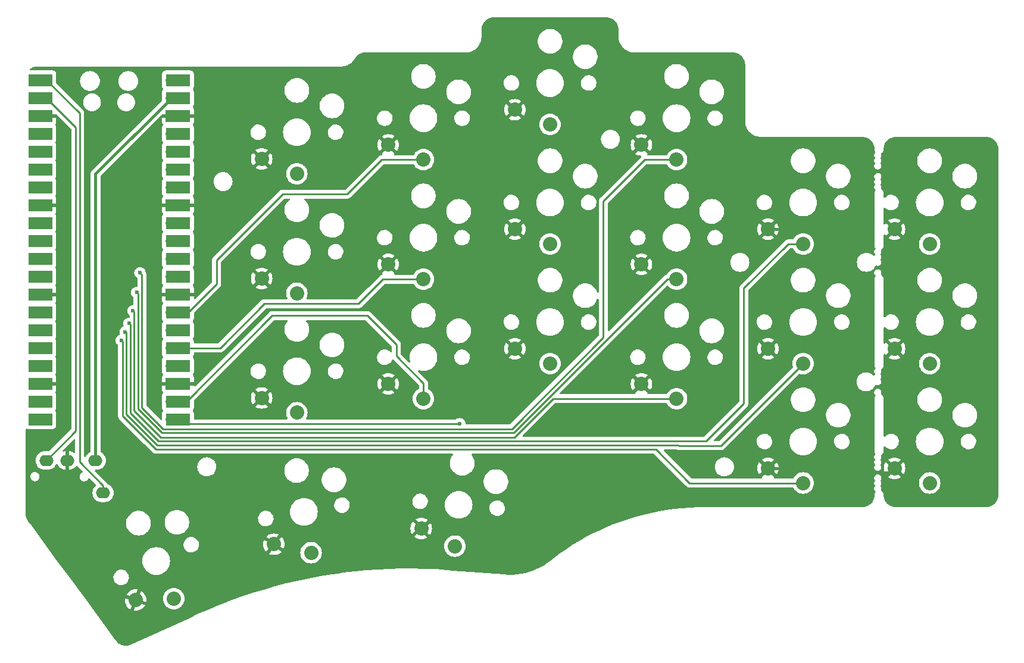
<source format=gbr>
%TF.GenerationSoftware,KiCad,Pcbnew,7.0.5*%
%TF.CreationDate,2023-07-11T21:22:30+02:00*%
%TF.ProjectId,keyboard_pcb,6b657962-6f61-4726-945f-7063622e6b69,rev1.0*%
%TF.SameCoordinates,Original*%
%TF.FileFunction,Copper,L1,Top*%
%TF.FilePolarity,Positive*%
%FSLAX46Y46*%
G04 Gerber Fmt 4.6, Leading zero omitted, Abs format (unit mm)*
G04 Created by KiCad (PCBNEW 7.0.5) date 2023-07-11 21:22:30*
%MOMM*%
%LPD*%
G01*
G04 APERTURE LIST*
%TA.AperFunction,ComponentPad*%
%ADD10C,2.032000*%
%TD*%
%TA.AperFunction,SMDPad,CuDef*%
%ADD11R,3.500000X1.700000*%
%TD*%
%TA.AperFunction,ComponentPad*%
%ADD12O,1.700000X1.700000*%
%TD*%
%TA.AperFunction,ComponentPad*%
%ADD13R,1.700000X1.700000*%
%TD*%
%TA.AperFunction,ComponentPad*%
%ADD14O,2.000000X1.600000*%
%TD*%
%TA.AperFunction,ViaPad*%
%ADD15C,0.600000*%
%TD*%
%TA.AperFunction,Conductor*%
%ADD16C,0.400000*%
%TD*%
%TA.AperFunction,Conductor*%
%ADD17C,0.250000*%
%TD*%
G04 APERTURE END LIST*
D10*
%TO.P,K25,1*%
%TO.N,/k25*%
X105240000Y-99900000D03*
%TO.P,K25,2*%
%TO.N,GND*%
X100240000Y-97800000D03*
%TD*%
%TO.P,K24,1*%
%TO.N,/k24*%
X123240000Y-97900000D03*
%TO.P,K24,2*%
%TO.N,GND*%
X118240000Y-95800000D03*
%TD*%
%TO.P,K21,1*%
%TO.N,/k21*%
X177240000Y-109900000D03*
%TO.P,K21,2*%
%TO.N,GND*%
X172240000Y-107800000D03*
%TD*%
%TO.P,K02,1*%
%TO.N,/k02*%
X159240000Y-63900000D03*
%TO.P,K02,2*%
%TO.N,GND*%
X154240000Y-61800000D03*
%TD*%
%TO.P,K10,1*%
%TO.N,/k10*%
X195240000Y-92900000D03*
%TO.P,K10,2*%
%TO.N,GND*%
X190240000Y-90800000D03*
%TD*%
D11*
%TO.P,U2,1,GPIO0*%
%TO.N,tx*%
X68746800Y-52578000D03*
D12*
X69646800Y-52578000D03*
%TO.P,U2,2,GPIO1*%
%TO.N,rx*%
X69646800Y-55118000D03*
D11*
X68746800Y-55118000D03*
D13*
%TO.P,U2,3,GND*%
%TO.N,GND*%
X69646800Y-57658000D03*
D11*
X68746800Y-57658000D03*
%TO.P,U2,4,GPIO2*%
%TO.N,/k03*%
X68746800Y-60198000D03*
D12*
X69646800Y-60198000D03*
D11*
%TO.P,U2,5,GPIO3*%
%TO.N,/k13*%
X68746800Y-62738000D03*
D12*
X69646800Y-62738000D03*
%TO.P,U2,6,GPIO4*%
%TO.N,/k23*%
X69646800Y-65278000D03*
D11*
X68746800Y-65278000D03*
%TO.P,U2,7,GPIO5*%
%TO.N,/k02*%
X68746800Y-67818000D03*
D12*
X69646800Y-67818000D03*
D11*
%TO.P,U2,8,GND*%
%TO.N,GND*%
X68746800Y-70358000D03*
D13*
X69646800Y-70358000D03*
D11*
%TO.P,U2,9,GPIO6*%
%TO.N,/k12*%
X68746800Y-72898000D03*
D12*
X69646800Y-72898000D03*
D11*
%TO.P,U2,10,GPIO7*%
%TO.N,/k22*%
X68746800Y-75438000D03*
D12*
X69646800Y-75438000D03*
%TO.P,U2,11,GPIO8*%
%TO.N,/k01*%
X69646800Y-77978000D03*
D11*
X68746800Y-77978000D03*
D12*
%TO.P,U2,12,GPIO9*%
%TO.N,/k11*%
X69646800Y-80518000D03*
D11*
X68746800Y-80518000D03*
%TO.P,U2,13,GND*%
%TO.N,GND*%
X68746800Y-83058000D03*
D13*
X69646800Y-83058000D03*
D12*
%TO.P,U2,14,GPIO10*%
%TO.N,/k21*%
X69646800Y-85598000D03*
D11*
X68746800Y-85598000D03*
%TO.P,U2,15,GPIO11*%
%TO.N,/k00*%
X68746800Y-88138000D03*
D12*
X69646800Y-88138000D03*
D11*
%TO.P,U2,16,GPIO12*%
%TO.N,/k10*%
X68746800Y-90678000D03*
D12*
X69646800Y-90678000D03*
D11*
%TO.P,U2,17,GPIO13*%
%TO.N,/k20*%
X68746800Y-93218000D03*
D12*
X69646800Y-93218000D03*
D13*
%TO.P,U2,18,GND*%
%TO.N,GND*%
X69646800Y-95758000D03*
D11*
X68746800Y-95758000D03*
%TO.P,U2,19,GPIO14*%
%TO.N,/k31*%
X68746800Y-98298000D03*
D12*
X69646800Y-98298000D03*
%TO.P,U2,20,GPIO15*%
%TO.N,/k32*%
X69646800Y-100838000D03*
D11*
X68746800Y-100838000D03*
D12*
%TO.P,U2,21,GPIO16*%
%TO.N,/k30*%
X87426800Y-100838000D03*
D11*
X88326800Y-100838000D03*
D12*
%TO.P,U2,22,GPIO17*%
%TO.N,/k24*%
X87426800Y-98298000D03*
D11*
X88326800Y-98298000D03*
%TO.P,U2,23,GND*%
%TO.N,GND*%
X88326800Y-95758000D03*
D13*
X87426800Y-95758000D03*
D12*
%TO.P,U2,24,GPIO18*%
%TO.N,/k25*%
X87426800Y-93218000D03*
D11*
X88326800Y-93218000D03*
%TO.P,U2,25,GPIO19*%
%TO.N,/k14*%
X88326800Y-90678000D03*
D12*
X87426800Y-90678000D03*
%TO.P,U2,26,GPIO20*%
%TO.N,/k15*%
X87426800Y-88138000D03*
D11*
X88326800Y-88138000D03*
%TO.P,U2,27,GPIO21*%
%TO.N,/k04*%
X88326800Y-85598000D03*
D12*
X87426800Y-85598000D03*
D11*
%TO.P,U2,28,GND*%
%TO.N,GND*%
X88326800Y-83058000D03*
D13*
X87426800Y-83058000D03*
D12*
%TO.P,U2,29,GPIO22*%
%TO.N,/k05*%
X87426800Y-80518000D03*
D11*
X88326800Y-80518000D03*
D12*
%TO.P,U2,30,RUN*%
%TO.N,unconnected-(U2-Pad30)*%
X87426800Y-77978000D03*
D11*
X88326800Y-77978000D03*
D12*
%TO.P,U2,31,GPIO26_ADC0*%
%TO.N,unconnected-(U2-Pad31)*%
X87426800Y-75438000D03*
D11*
X88326800Y-75438000D03*
D12*
%TO.P,U2,32,GPIO27_ADC1*%
%TO.N,unconnected-(U2-Pad32)*%
X87426800Y-72898000D03*
D11*
X88326800Y-72898000D03*
%TO.P,U2,33,AGND*%
%TO.N,GND*%
X88326800Y-70358000D03*
D13*
X87426800Y-70358000D03*
D12*
%TO.P,U2,34,GPIO28_ADC2*%
%TO.N,vbus_sense*%
X87426800Y-67818000D03*
D11*
X88326800Y-67818000D03*
%TO.P,U2,35,ADC_VREF*%
%TO.N,unconnected-(U2-Pad35)*%
X88326800Y-65278000D03*
D12*
X87426800Y-65278000D03*
D11*
%TO.P,U2,36,3V3*%
%TO.N,unconnected-(U2-Pad36)*%
X88326800Y-62738000D03*
D12*
X87426800Y-62738000D03*
%TO.P,U2,37,3V3_EN*%
%TO.N,unconnected-(U2-Pad37)*%
X87426800Y-60198000D03*
D11*
X88326800Y-60198000D03*
%TO.P,U2,38,GND*%
%TO.N,GND*%
X88326800Y-57658000D03*
D13*
X87426800Y-57658000D03*
D12*
%TO.P,U2,39,VSYS*%
%TO.N,VCC*%
X87426800Y-55118000D03*
D11*
X88326800Y-55118000D03*
D12*
%TO.P,U2,40,VBUS*%
%TO.N,VBUS*%
X87426800Y-52578000D03*
D11*
X88326800Y-52578000D03*
%TD*%
D10*
%TO.P,K04,1*%
%TO.N,/k04*%
X123240000Y-63900000D03*
%TO.P,K04,2*%
%TO.N,GND*%
X118240000Y-61800000D03*
%TD*%
%TO.P,K12,1*%
%TO.N,/k12*%
X159240000Y-80900000D03*
%TO.P,K12,2*%
%TO.N,GND*%
X154240000Y-78800000D03*
%TD*%
%TO.P,K30,1*%
%TO.N,/k30*%
X127725781Y-118877549D03*
%TO.P,K30,2*%
%TO.N,GND*%
X122927835Y-116349761D03*
%TD*%
%TO.P,K01,1*%
%TO.N,/k01*%
X177240000Y-75900000D03*
%TO.P,K01,2*%
%TO.N,GND*%
X172240000Y-73800000D03*
%TD*%
%TO.P,K14,1*%
%TO.N,/k14*%
X123240000Y-80900000D03*
%TO.P,K14,2*%
%TO.N,GND*%
X118240000Y-78800000D03*
%TD*%
%TO.P,K23,1*%
%TO.N,/k23*%
X141240000Y-92900000D03*
%TO.P,K23,2*%
%TO.N,GND*%
X136240000Y-90800000D03*
%TD*%
%TO.P,K03,1*%
%TO.N,/k03*%
X141240000Y-58900000D03*
%TO.P,K03,2*%
%TO.N,GND*%
X136240000Y-56800000D03*
%TD*%
%TO.P,K22,1*%
%TO.N,/k22*%
X159240000Y-97900000D03*
%TO.P,K22,2*%
%TO.N,GND*%
X154240000Y-95800000D03*
%TD*%
D14*
%TO.P,J1,1,SLEEVE*%
%TO.N,tx*%
X77690000Y-111300000D03*
%TO.P,J1,2,TIP*%
%TO.N,VCC*%
X76590000Y-106700000D03*
%TO.P,J1,3,RING1*%
%TO.N,GND*%
X72590000Y-106700000D03*
%TO.P,J1,4,RING2*%
%TO.N,rx*%
X69590000Y-106700000D03*
%TD*%
D10*
%TO.P,K15,1*%
%TO.N,/k15*%
X105240000Y-82900000D03*
%TO.P,K15,2*%
%TO.N,GND*%
X100240000Y-80800000D03*
%TD*%
%TO.P,K32,1*%
%TO.N,/k32*%
X87733448Y-126347216D03*
%TO.P,K32,2*%
%TO.N,GND*%
X82314410Y-126557061D03*
%TD*%
%TO.P,K11,1*%
%TO.N,/k11*%
X177240000Y-92900000D03*
%TO.P,K11,2*%
%TO.N,GND*%
X172240000Y-90800000D03*
%TD*%
%TO.P,K05,1*%
%TO.N,/k05*%
X105240000Y-65900000D03*
%TO.P,K05,2*%
%TO.N,GND*%
X100240000Y-63800000D03*
%TD*%
%TO.P,K20,1*%
%TO.N,/k20*%
X195240000Y-109900000D03*
%TO.P,K20,2*%
%TO.N,GND*%
X190240000Y-107800000D03*
%TD*%
%TO.P,K13,1*%
%TO.N,/k13*%
X141240000Y-75900000D03*
%TO.P,K13,2*%
%TO.N,GND*%
X136240000Y-73800000D03*
%TD*%
%TO.P,K00,1*%
%TO.N,/k00*%
X195240000Y-75900000D03*
%TO.P,K00,2*%
%TO.N,GND*%
X190240000Y-73800000D03*
%TD*%
%TO.P,K31,1*%
%TO.N,/k31*%
X107264524Y-119810366D03*
%TO.P,K31,2*%
%TO.N,GND*%
X101975824Y-118610510D03*
%TD*%
D15*
%TO.N,GND*%
X186200000Y-92600000D03*
X136200000Y-84000000D03*
X78600000Y-92400000D03*
X186200000Y-75200000D03*
%TO.N,/k01*%
X81376460Y-87200000D03*
%TO.N,/k02*%
X82925980Y-80000000D03*
%TO.N,/k11*%
X80826940Y-88400000D03*
%TO.N,/k12*%
X82475500Y-82800000D03*
%TO.N,/k21*%
X80277420Y-89600000D03*
%TO.N,/k22*%
X81925980Y-85400000D03*
%TO.N,/k30*%
X128400000Y-101475500D03*
%TD*%
D16*
%TO.N,GND*%
X191200000Y-72840000D02*
X190240000Y-73800000D01*
X183400000Y-73800000D02*
X186000000Y-71200000D01*
X188084721Y-65484721D02*
X191200000Y-68600000D01*
X187651206Y-65484721D02*
X188084721Y-65484721D01*
X189655279Y-108384721D02*
X190240000Y-107800000D01*
X191200000Y-68600000D02*
X191200000Y-72840000D01*
X186965527Y-107800000D02*
X187550248Y-108384721D01*
X186000000Y-71200000D02*
X186000000Y-67135927D01*
X172240000Y-73800000D02*
X183400000Y-73800000D01*
X186000000Y-67135927D02*
X187651206Y-65484721D01*
X187550248Y-108384721D02*
X189655279Y-108384721D01*
X172240000Y-107800000D02*
X186965527Y-107800000D01*
D17*
%TO.N,/k01*%
X175100000Y-75900000D02*
X177240000Y-75900000D01*
X81551440Y-99928578D02*
X85572382Y-103949520D01*
X168800000Y-82200000D02*
X175100000Y-75900000D01*
X163450480Y-103949520D02*
X168800000Y-98600000D01*
X168800000Y-98600000D02*
X168800000Y-82200000D01*
X81376460Y-87200000D02*
X81551440Y-87374980D01*
X81551440Y-87374980D02*
X81551440Y-99928578D01*
X85572382Y-103949520D02*
X163450480Y-103949520D01*
%TO.N,/k02*%
X148800000Y-89200000D02*
X148800000Y-69800000D01*
X82925980Y-80000000D02*
X83200000Y-80274020D01*
X135800000Y-102200000D02*
X148800000Y-89200000D01*
X154700000Y-63900000D02*
X159240000Y-63900000D01*
X83200000Y-80274020D02*
X83200000Y-99160222D01*
X83200000Y-99160222D02*
X86239778Y-102200000D01*
X148800000Y-69800000D02*
X154700000Y-63900000D01*
X86239778Y-102200000D02*
X135800000Y-102200000D01*
%TO.N,/k04*%
X103200000Y-68800000D02*
X93800000Y-78200000D01*
X123240000Y-63900000D02*
X117300000Y-63900000D01*
X93800000Y-78200000D02*
X93800000Y-81600000D01*
X89802000Y-85598000D02*
X87426800Y-85598000D01*
X117300000Y-63900000D02*
X112400000Y-68800000D01*
X93800000Y-81600000D02*
X89802000Y-85598000D01*
X112400000Y-68800000D02*
X103200000Y-68800000D01*
%TO.N,/k11*%
X165540000Y-104600000D02*
X177240000Y-92900000D01*
X81001920Y-88450920D02*
X81001921Y-100156197D01*
X85344763Y-104499039D02*
X159499040Y-104499040D01*
X80951000Y-88400000D02*
X81001920Y-88450920D01*
X80826940Y-88400000D02*
X80951000Y-88400000D01*
X159499040Y-104499040D02*
X159600000Y-104600000D01*
X159600000Y-104600000D02*
X165540000Y-104600000D01*
X81001921Y-100156197D02*
X85344763Y-104499039D01*
%TO.N,/k12*%
X136050481Y-102749519D02*
X157900000Y-80900000D01*
X86467397Y-102749519D02*
X136050481Y-102749519D01*
X82650480Y-82974980D02*
X82650480Y-99387840D01*
X157900000Y-80900000D02*
X159240000Y-80900000D01*
X82475500Y-82800000D02*
X82650480Y-82974980D01*
X82650480Y-99387840D02*
X86012160Y-102749520D01*
X86012160Y-102749520D02*
X86467397Y-102749519D01*
%TO.N,/k14*%
X94322000Y-90678000D02*
X87426800Y-90678000D01*
X114000000Y-84400000D02*
X100600000Y-84400000D01*
X123240000Y-80900000D02*
X117500000Y-80900000D01*
X117500000Y-80900000D02*
X114000000Y-84400000D01*
X100600000Y-84400000D02*
X94322000Y-90678000D01*
%TO.N,/k21*%
X161100000Y-109900000D02*
X177240000Y-109900000D01*
X80277420Y-89600000D02*
X80277420Y-89650920D01*
X80452402Y-100383816D02*
X85166707Y-105098121D01*
X80452400Y-89825900D02*
X80452402Y-100383816D01*
X85166707Y-105098121D02*
X156298121Y-105098121D01*
X156298121Y-105098121D02*
X161100000Y-109900000D01*
X80277420Y-89650920D02*
X80452400Y-89825900D01*
%TO.N,/k22*%
X82100960Y-85574980D02*
X82100960Y-99615458D01*
X82100960Y-99615458D02*
X85885502Y-103400000D01*
X81925980Y-85400000D02*
X82100960Y-85574980D01*
X85885502Y-103400000D02*
X136177138Y-103400000D01*
X141677138Y-97900000D02*
X159240000Y-97900000D01*
X136177138Y-103400000D02*
X141677138Y-97900000D01*
%TO.N,/k24*%
X89502000Y-98298000D02*
X87426800Y-98298000D01*
X115275479Y-86075479D02*
X101724521Y-86075479D01*
X119400000Y-91857554D02*
X119400000Y-90200000D01*
X123240000Y-95697554D02*
X119400000Y-91857554D01*
X123240000Y-97900000D02*
X123240000Y-95697554D01*
X119400000Y-90200000D02*
X115275479Y-86075479D01*
X101724521Y-86075479D02*
X89502000Y-98298000D01*
%TO.N,/k30*%
X128400000Y-101475500D02*
X88064300Y-101475500D01*
X88064300Y-101475500D02*
X87426800Y-100838000D01*
%TO.N,rx*%
X69646800Y-55118000D02*
X73800000Y-59271200D01*
X73800000Y-59271200D02*
X73800000Y-102490000D01*
X73800000Y-102490000D02*
X69590000Y-106700000D01*
%TO.N,tx*%
X77690000Y-110250000D02*
X74349520Y-106909520D01*
X77690000Y-111300000D02*
X77690000Y-110250000D01*
X74349520Y-106909520D02*
X74349520Y-57280720D01*
X74349520Y-57280720D02*
X69646800Y-52578000D01*
D16*
%TO.N,VCC*%
X76590000Y-106700000D02*
X76600000Y-106690000D01*
X87409898Y-55118000D02*
X87426800Y-55118000D01*
X76600000Y-65927898D02*
X87409898Y-55118000D01*
X76600000Y-106690000D02*
X76600000Y-65927898D01*
%TD*%
%TA.AperFunction,Conductor*%
%TO.N,GND*%
G36*
X149242208Y-43650657D02*
G01*
X149480140Y-43667674D01*
X149497641Y-43670191D01*
X149724229Y-43719482D01*
X149741188Y-43724461D01*
X149878672Y-43775740D01*
X149958462Y-43805501D01*
X149974555Y-43812851D01*
X150178068Y-43923977D01*
X150192951Y-43933542D01*
X150378579Y-44072501D01*
X150391950Y-44084087D01*
X150555912Y-44248049D01*
X150567498Y-44261420D01*
X150706457Y-44447048D01*
X150716022Y-44461931D01*
X150827148Y-44665444D01*
X150834498Y-44681537D01*
X150915535Y-44898803D01*
X150920519Y-44915779D01*
X150969807Y-45142353D01*
X150972325Y-45159865D01*
X150989342Y-45397788D01*
X150989500Y-45402211D01*
X150989500Y-46355830D01*
X150989500Y-46400000D01*
X150989500Y-46536130D01*
X151022318Y-46806405D01*
X151071894Y-47007544D01*
X151087475Y-47070759D01*
X151184018Y-47325322D01*
X151184019Y-47325322D01*
X151310544Y-47566397D01*
X151465206Y-47790462D01*
X151465208Y-47790464D01*
X151465210Y-47790467D01*
X151645746Y-47994251D01*
X151645748Y-47994253D01*
X151827782Y-48155520D01*
X151849538Y-48174794D01*
X152073603Y-48329456D01*
X152314678Y-48455981D01*
X152490988Y-48522846D01*
X152569240Y-48552524D01*
X152569242Y-48552524D01*
X152569246Y-48552526D01*
X152833595Y-48617682D01*
X153059690Y-48645135D01*
X153103868Y-48650500D01*
X153103870Y-48650500D01*
X153215326Y-48650500D01*
X167195830Y-48650500D01*
X167237786Y-48650500D01*
X167242208Y-48650657D01*
X167480140Y-48667674D01*
X167497641Y-48670191D01*
X167724229Y-48719482D01*
X167741188Y-48724461D01*
X167844688Y-48763065D01*
X167958462Y-48805501D01*
X167974555Y-48812851D01*
X168178068Y-48923977D01*
X168192951Y-48933542D01*
X168378579Y-49072501D01*
X168391950Y-49084087D01*
X168555912Y-49248049D01*
X168567498Y-49261420D01*
X168706457Y-49447048D01*
X168716022Y-49461931D01*
X168827148Y-49665444D01*
X168834498Y-49681537D01*
X168915535Y-49898803D01*
X168920519Y-49915779D01*
X168969807Y-50142353D01*
X168972325Y-50159865D01*
X168985529Y-50344479D01*
X168987735Y-50375326D01*
X168989342Y-50397787D01*
X168989500Y-50402211D01*
X168989500Y-58536132D01*
X168991793Y-58555018D01*
X169022318Y-58806405D01*
X169065947Y-58983416D01*
X169087475Y-59070759D01*
X169165107Y-59275456D01*
X169184019Y-59325322D01*
X169310544Y-59566397D01*
X169465206Y-59790462D01*
X169465208Y-59790464D01*
X169465210Y-59790467D01*
X169645746Y-59994251D01*
X169645748Y-59994253D01*
X169829973Y-60157461D01*
X169849538Y-60174794D01*
X170073603Y-60329456D01*
X170314678Y-60455981D01*
X170490988Y-60522846D01*
X170569240Y-60552524D01*
X170569242Y-60552524D01*
X170569246Y-60552526D01*
X170833595Y-60617682D01*
X171059690Y-60645135D01*
X171103868Y-60650500D01*
X171103870Y-60650500D01*
X171215326Y-60650500D01*
X185595830Y-60650500D01*
X185637786Y-60650500D01*
X185642208Y-60650657D01*
X185880140Y-60667674D01*
X185897641Y-60670191D01*
X186124229Y-60719482D01*
X186141188Y-60724461D01*
X186278672Y-60775740D01*
X186358462Y-60805501D01*
X186374555Y-60812851D01*
X186578068Y-60923977D01*
X186592951Y-60933542D01*
X186778579Y-61072501D01*
X186791950Y-61084087D01*
X186955912Y-61248049D01*
X186967498Y-61261420D01*
X187106457Y-61447048D01*
X187116022Y-61461931D01*
X187227148Y-61665444D01*
X187234498Y-61681537D01*
X187315535Y-61898803D01*
X187320519Y-61915779D01*
X187369807Y-62142352D01*
X187372325Y-62159864D01*
X187389342Y-62397789D01*
X187389500Y-62402213D01*
X187389500Y-62473297D01*
X187422120Y-62616209D01*
X187485719Y-62748274D01*
X187497165Y-62762627D01*
X187523574Y-62827314D01*
X187510817Y-62896009D01*
X187481423Y-62933651D01*
X187457857Y-62954071D01*
X187457857Y-62954072D01*
X187380045Y-63075149D01*
X187339500Y-63213236D01*
X187339500Y-63357163D01*
X187380045Y-63495250D01*
X187442968Y-63593160D01*
X187462652Y-63660199D01*
X187442968Y-63727237D01*
X187380046Y-63825146D01*
X187380045Y-63825149D01*
X187339500Y-63963236D01*
X187339500Y-64107163D01*
X187380045Y-64245250D01*
X187442968Y-64343161D01*
X187462652Y-64410201D01*
X187442968Y-64477239D01*
X187380045Y-64575149D01*
X187339500Y-64713236D01*
X187339500Y-64857163D01*
X187380045Y-64995250D01*
X187380047Y-64995253D01*
X187457857Y-65116328D01*
X187566627Y-65210577D01*
X187697543Y-65270365D01*
X187804201Y-65285700D01*
X187804204Y-65285700D01*
X187875796Y-65285700D01*
X187875799Y-65285700D01*
X187982457Y-65270365D01*
X188113373Y-65210577D01*
X188222143Y-65116328D01*
X188299953Y-64995253D01*
X188340500Y-64857161D01*
X188340500Y-64713239D01*
X188340500Y-64713237D01*
X188340499Y-64713236D01*
X188299954Y-64575149D01*
X188298304Y-64572582D01*
X188247814Y-64494017D01*
X188237031Y-64477238D01*
X188217347Y-64410199D01*
X188237031Y-64343161D01*
X188299953Y-64245253D01*
X188318764Y-64181187D01*
X193489500Y-64181187D01*
X193499157Y-64245251D01*
X193528604Y-64440615D01*
X193528605Y-64440617D01*
X193528606Y-64440623D01*
X193605938Y-64691326D01*
X193719767Y-64927696D01*
X193719768Y-64927697D01*
X193719770Y-64927700D01*
X193719772Y-64927704D01*
X193799564Y-65044737D01*
X193867567Y-65144479D01*
X194046014Y-65336801D01*
X194046018Y-65336804D01*
X194046019Y-65336805D01*
X194251143Y-65500386D01*
X194478357Y-65631568D01*
X194722584Y-65727420D01*
X194978370Y-65785802D01*
X194978376Y-65785802D01*
X194978379Y-65785803D01*
X195174484Y-65800499D01*
X195174503Y-65800499D01*
X195174506Y-65800500D01*
X195174508Y-65800500D01*
X195305492Y-65800500D01*
X195305494Y-65800500D01*
X195305496Y-65800499D01*
X195305515Y-65800499D01*
X195501620Y-65785803D01*
X195501622Y-65785802D01*
X195501630Y-65785802D01*
X195757416Y-65727420D01*
X196001643Y-65631568D01*
X196228857Y-65500386D01*
X196433981Y-65336805D01*
X196438788Y-65331625D01*
X196488544Y-65278000D01*
X196612433Y-65144479D01*
X196760228Y-64927704D01*
X196874063Y-64691323D01*
X196951396Y-64440615D01*
X196990500Y-64181182D01*
X196990500Y-63918818D01*
X196951396Y-63659385D01*
X196874063Y-63408677D01*
X196835857Y-63329342D01*
X196760232Y-63172303D01*
X196760231Y-63172302D01*
X196760230Y-63172301D01*
X196760228Y-63172296D01*
X196612433Y-62955521D01*
X196526477Y-62862882D01*
X196433985Y-62763198D01*
X196335141Y-62684373D01*
X196228857Y-62599614D01*
X196001643Y-62468432D01*
X195757416Y-62372580D01*
X195757411Y-62372578D01*
X195757402Y-62372576D01*
X195539818Y-62322914D01*
X195501630Y-62314198D01*
X195501629Y-62314197D01*
X195501625Y-62314197D01*
X195501620Y-62314196D01*
X195305515Y-62299500D01*
X195305494Y-62299500D01*
X195174506Y-62299500D01*
X195174484Y-62299500D01*
X194978379Y-62314196D01*
X194978374Y-62314197D01*
X194722597Y-62372576D01*
X194722578Y-62372582D01*
X194478356Y-62468432D01*
X194251143Y-62599614D01*
X194046014Y-62763198D01*
X193867567Y-62955520D01*
X193719768Y-63172302D01*
X193719767Y-63172303D01*
X193605938Y-63408673D01*
X193528606Y-63659376D01*
X193528605Y-63659381D01*
X193528604Y-63659385D01*
X193518377Y-63727237D01*
X193489500Y-63918812D01*
X193489500Y-64181187D01*
X188318764Y-64181187D01*
X188340500Y-64107161D01*
X188340500Y-63963239D01*
X188340500Y-63963237D01*
X188340499Y-63963236D01*
X188299954Y-63825149D01*
X188237031Y-63727238D01*
X188217347Y-63660199D01*
X188237032Y-63593160D01*
X188299953Y-63495253D01*
X188306437Y-63473172D01*
X188322990Y-63416796D01*
X188340500Y-63357161D01*
X188340500Y-63213239D01*
X188338301Y-63205751D01*
X188309454Y-63107506D01*
X188309454Y-63037636D01*
X188347228Y-62978858D01*
X188374634Y-62960849D01*
X188388275Y-62954280D01*
X188388275Y-62954279D01*
X188388277Y-62954279D01*
X188502883Y-62862883D01*
X188594279Y-62748277D01*
X188657881Y-62616206D01*
X188690500Y-62473294D01*
X188690500Y-62402212D01*
X188690658Y-62397789D01*
X188696378Y-62317809D01*
X188707674Y-62159857D01*
X188710190Y-62142360D01*
X188759483Y-61915766D01*
X188764460Y-61898815D01*
X188845501Y-61681536D01*
X188852851Y-61665444D01*
X188963981Y-61461923D01*
X188973537Y-61447054D01*
X189112506Y-61261413D01*
X189124080Y-61248056D01*
X189288056Y-61084080D01*
X189301413Y-61072506D01*
X189487054Y-60933537D01*
X189501923Y-60923981D01*
X189705444Y-60812850D01*
X189721537Y-60805501D01*
X189734283Y-60800747D01*
X189938815Y-60724460D01*
X189955766Y-60719483D01*
X190182360Y-60670190D01*
X190199857Y-60667674D01*
X190437791Y-60650657D01*
X190442214Y-60650500D01*
X190484170Y-60650500D01*
X203195830Y-60650500D01*
X203237786Y-60650500D01*
X203242208Y-60650657D01*
X203480140Y-60667674D01*
X203497641Y-60670191D01*
X203724229Y-60719482D01*
X203741188Y-60724461D01*
X203878672Y-60775740D01*
X203958462Y-60805501D01*
X203974555Y-60812851D01*
X204178068Y-60923977D01*
X204192951Y-60933542D01*
X204378579Y-61072501D01*
X204391950Y-61084087D01*
X204555912Y-61248049D01*
X204567498Y-61261420D01*
X204706457Y-61447048D01*
X204716022Y-61461931D01*
X204827148Y-61665444D01*
X204834498Y-61681537D01*
X204915535Y-61898803D01*
X204920519Y-61915779D01*
X204969807Y-62142352D01*
X204972325Y-62159864D01*
X204989342Y-62397789D01*
X204989500Y-62402213D01*
X204989500Y-111597786D01*
X204989342Y-111602210D01*
X204972325Y-111840135D01*
X204969807Y-111857647D01*
X204920519Y-112084220D01*
X204915535Y-112101196D01*
X204834498Y-112318462D01*
X204827148Y-112334555D01*
X204716022Y-112538068D01*
X204706457Y-112552951D01*
X204567498Y-112738579D01*
X204555912Y-112751950D01*
X204391950Y-112915912D01*
X204378579Y-112927498D01*
X204192951Y-113066457D01*
X204178068Y-113076022D01*
X203974555Y-113187148D01*
X203958462Y-113194498D01*
X203741196Y-113275535D01*
X203724220Y-113280519D01*
X203497647Y-113329807D01*
X203480135Y-113332325D01*
X203263672Y-113347806D01*
X203242208Y-113349342D01*
X203237786Y-113349500D01*
X190442214Y-113349500D01*
X190437791Y-113349342D01*
X190413680Y-113347617D01*
X190199864Y-113332325D01*
X190182352Y-113329807D01*
X189955779Y-113280519D01*
X189938803Y-113275535D01*
X189721537Y-113194498D01*
X189705444Y-113187148D01*
X189501931Y-113076022D01*
X189487048Y-113066457D01*
X189301420Y-112927498D01*
X189288049Y-112915912D01*
X189124087Y-112751950D01*
X189112501Y-112738579D01*
X189098314Y-112719628D01*
X188973542Y-112552951D01*
X188963977Y-112538068D01*
X188852851Y-112334555D01*
X188845501Y-112318462D01*
X188794461Y-112181619D01*
X188764461Y-112101188D01*
X188759482Y-112084229D01*
X188710191Y-111857641D01*
X188707674Y-111840135D01*
X188704524Y-111796097D01*
X188690657Y-111602208D01*
X188690500Y-111597786D01*
X188690500Y-111526706D01*
X188690499Y-111526702D01*
X188657881Y-111383794D01*
X188594279Y-111251723D01*
X188502883Y-111137117D01*
X188421127Y-111071918D01*
X188388279Y-111045722D01*
X188367014Y-111035481D01*
X188315155Y-110988658D01*
X188296843Y-110921230D01*
X188301840Y-110888826D01*
X188340500Y-110757161D01*
X188340500Y-110613237D01*
X188340499Y-110613236D01*
X188299954Y-110475149D01*
X188299953Y-110475148D01*
X188299953Y-110475147D01*
X188237031Y-110377239D01*
X188217347Y-110310200D01*
X188237032Y-110243161D01*
X188237032Y-110243160D01*
X188238139Y-110241438D01*
X188299953Y-110145253D01*
X188340500Y-110007161D01*
X188340500Y-109899999D01*
X193710786Y-109899999D01*
X193729612Y-110139219D01*
X193785630Y-110372553D01*
X193785630Y-110372554D01*
X193877457Y-110594245D01*
X193877459Y-110594248D01*
X194002837Y-110798846D01*
X194002841Y-110798851D01*
X194073482Y-110881561D01*
X194158682Y-110981318D01*
X194264756Y-111071913D01*
X194341148Y-111137158D01*
X194341153Y-111137162D01*
X194545751Y-111262540D01*
X194545754Y-111262542D01*
X194767446Y-111354369D01*
X194825779Y-111368373D01*
X195000778Y-111410387D01*
X195240000Y-111429214D01*
X195479222Y-111410387D01*
X195712553Y-111354369D01*
X195712554Y-111354369D01*
X195934245Y-111262542D01*
X195934246Y-111262541D01*
X195934249Y-111262540D01*
X196138849Y-111137160D01*
X196321318Y-110981318D01*
X196477160Y-110798849D01*
X196602540Y-110594249D01*
X196602542Y-110594245D01*
X196694369Y-110372554D01*
X196694369Y-110372553D01*
X196709338Y-110310201D01*
X196750387Y-110139222D01*
X196769214Y-109900000D01*
X196750387Y-109660778D01*
X196694369Y-109427447D01*
X196694369Y-109427446D01*
X196694369Y-109427445D01*
X196602542Y-109205754D01*
X196602540Y-109205751D01*
X196477162Y-109001153D01*
X196477158Y-109001148D01*
X196371245Y-108877140D01*
X196321318Y-108818682D01*
X196182398Y-108700034D01*
X196138851Y-108662841D01*
X196138846Y-108662837D01*
X195934248Y-108537459D01*
X195934245Y-108537457D01*
X195712553Y-108445630D01*
X195479218Y-108389612D01*
X195479219Y-108389612D01*
X195240000Y-108370786D01*
X195000780Y-108389612D01*
X194767446Y-108445630D01*
X194767445Y-108445630D01*
X194545754Y-108537457D01*
X194545751Y-108537459D01*
X194341153Y-108662837D01*
X194341148Y-108662841D01*
X194158682Y-108818682D01*
X194002841Y-109001148D01*
X194002837Y-109001153D01*
X193877459Y-109205751D01*
X193877457Y-109205754D01*
X193785630Y-109427445D01*
X193785630Y-109427446D01*
X193729612Y-109660780D01*
X193710786Y-109899999D01*
X188340500Y-109899999D01*
X188340500Y-109863239D01*
X188340500Y-109863237D01*
X188340499Y-109863236D01*
X188299954Y-109725149D01*
X188299953Y-109725148D01*
X188299953Y-109725147D01*
X188237031Y-109627239D01*
X188217347Y-109560200D01*
X188237032Y-109493161D01*
X188237032Y-109493160D01*
X188246797Y-109477965D01*
X188299953Y-109395253D01*
X188340500Y-109257161D01*
X188340500Y-109113239D01*
X188340500Y-109113237D01*
X188340499Y-109113236D01*
X188299954Y-108975149D01*
X188299953Y-108975147D01*
X188222143Y-108854072D01*
X188113373Y-108759823D01*
X188113371Y-108759822D01*
X187982456Y-108700034D01*
X187902611Y-108688555D01*
X187875799Y-108684700D01*
X187804201Y-108684700D01*
X187790794Y-108686627D01*
X187697543Y-108700034D01*
X187566628Y-108759822D01*
X187566626Y-108759823D01*
X187457856Y-108854073D01*
X187380045Y-108975149D01*
X187339500Y-109113236D01*
X187339500Y-109257163D01*
X187380045Y-109395250D01*
X187442968Y-109493161D01*
X187462652Y-109560201D01*
X187442968Y-109627239D01*
X187380045Y-109725149D01*
X187339500Y-109863236D01*
X187339500Y-110007163D01*
X187380045Y-110145250D01*
X187442968Y-110243161D01*
X187462652Y-110310201D01*
X187442968Y-110377239D01*
X187380045Y-110475149D01*
X187339500Y-110613236D01*
X187339500Y-110757163D01*
X187380045Y-110895250D01*
X187380047Y-110895253D01*
X187457857Y-111016328D01*
X187495380Y-111048842D01*
X187533154Y-111107619D01*
X187533154Y-111177489D01*
X187511125Y-111219866D01*
X187485721Y-111251722D01*
X187485720Y-111251723D01*
X187422120Y-111383790D01*
X187389500Y-111526702D01*
X187389500Y-111597786D01*
X187389342Y-111602210D01*
X187372325Y-111840135D01*
X187369807Y-111857647D01*
X187320519Y-112084220D01*
X187315535Y-112101196D01*
X187234498Y-112318462D01*
X187227148Y-112334555D01*
X187116022Y-112538068D01*
X187106457Y-112552951D01*
X186967498Y-112738579D01*
X186955912Y-112751950D01*
X186791950Y-112915912D01*
X186778579Y-112927498D01*
X186592951Y-113066457D01*
X186578068Y-113076022D01*
X186374555Y-113187148D01*
X186358462Y-113194498D01*
X186141196Y-113275535D01*
X186124220Y-113280519D01*
X185897647Y-113329807D01*
X185880135Y-113332325D01*
X185663672Y-113347806D01*
X185642208Y-113349342D01*
X185637786Y-113349500D01*
X162794565Y-113349500D01*
X162789770Y-113349099D01*
X162744369Y-113349458D01*
X162739161Y-113349500D01*
X162714693Y-113349500D01*
X162710467Y-113349723D01*
X162187262Y-113353837D01*
X162187257Y-113353837D01*
X161194268Y-113393139D01*
X161086627Y-113397400D01*
X161086616Y-113397400D01*
X159987853Y-113475785D01*
X158892171Y-113588908D01*
X158892167Y-113588908D01*
X157800596Y-113736663D01*
X157800563Y-113736668D01*
X156714231Y-113918901D01*
X155634196Y-114135434D01*
X154561561Y-114386045D01*
X154561503Y-114386060D01*
X153497390Y-114670489D01*
X152442750Y-114988479D01*
X152442672Y-114988504D01*
X151398703Y-115339695D01*
X150366275Y-115723795D01*
X150366265Y-115723799D01*
X149346604Y-116140351D01*
X148340526Y-116589024D01*
X147349232Y-117069283D01*
X146373600Y-117580701D01*
X145414657Y-118122742D01*
X145414656Y-118122743D01*
X144473370Y-118694856D01*
X144473353Y-118694868D01*
X143550664Y-119296482D01*
X143550595Y-119296529D01*
X142647468Y-119927012D01*
X142647382Y-119927074D01*
X141764636Y-120585853D01*
X141335462Y-120927838D01*
X141333744Y-120929159D01*
X140865330Y-121276346D01*
X140862153Y-121278550D01*
X140373696Y-121595426D01*
X140370396Y-121597423D01*
X140220768Y-121681732D01*
X139863149Y-121883237D01*
X139859723Y-121885029D01*
X139335634Y-122138683D01*
X139332103Y-122140258D01*
X138793258Y-122360743D01*
X138789635Y-122362095D01*
X138238054Y-122548585D01*
X138234369Y-122549704D01*
X137691153Y-122696350D01*
X137672272Y-122701448D01*
X137668509Y-122702339D01*
X137098025Y-122818761D01*
X137094214Y-122819416D01*
X136517588Y-122900060D01*
X136513750Y-122900475D01*
X136041463Y-122936718D01*
X135933231Y-122945024D01*
X135929382Y-122945199D01*
X135642659Y-122949279D01*
X135347198Y-122953483D01*
X135343332Y-122953417D01*
X134761594Y-122925395D01*
X134759666Y-122925272D01*
X134705423Y-122920961D01*
X134704973Y-122920964D01*
X127460795Y-122350362D01*
X126639530Y-122278193D01*
X126639516Y-122278192D01*
X124991837Y-122171141D01*
X124991810Y-122171139D01*
X123342150Y-122101644D01*
X123342102Y-122101642D01*
X123342085Y-122101642D01*
X121691212Y-122069738D01*
X121691207Y-122069738D01*
X121691115Y-122069737D01*
X120040039Y-122075442D01*
X118389473Y-122118752D01*
X118389390Y-122118755D01*
X116740282Y-122199644D01*
X115093274Y-122318087D01*
X113449517Y-122474000D01*
X113449433Y-122474009D01*
X111809733Y-122667310D01*
X111809687Y-122667316D01*
X111809674Y-122667318D01*
X111073215Y-122771195D01*
X110174640Y-122897938D01*
X108545419Y-123165716D01*
X108545370Y-123165725D01*
X106922513Y-123470571D01*
X106922479Y-123470578D01*
X105307172Y-123812269D01*
X105307136Y-123812277D01*
X105307124Y-123812280D01*
X104492833Y-124004004D01*
X103699895Y-124190701D01*
X102101674Y-124605639D01*
X100513340Y-125056865D01*
X98935785Y-125544122D01*
X98935683Y-125544155D01*
X97369584Y-126067234D01*
X95815752Y-126625867D01*
X94385942Y-127177000D01*
X94275090Y-127219729D01*
X94275063Y-127219739D01*
X94275033Y-127219752D01*
X92748332Y-127848534D01*
X92748282Y-127848555D01*
X91236294Y-128511951D01*
X89739735Y-129209645D01*
X89004709Y-129572910D01*
X89002672Y-129573871D01*
X81672563Y-132870867D01*
X81656910Y-132876584D01*
X81620799Y-132894122D01*
X81619172Y-132894882D01*
X81618127Y-132895353D01*
X81615510Y-132896529D01*
X81613094Y-132897554D01*
X81402440Y-132981704D01*
X81385412Y-132987120D01*
X81169795Y-133038932D01*
X81152166Y-133041844D01*
X80931342Y-133062129D01*
X80913478Y-133062477D01*
X80692039Y-133050816D01*
X80674310Y-133048594D01*
X80456831Y-133005225D01*
X80439606Y-133000477D01*
X80230629Y-132926307D01*
X80214264Y-132919133D01*
X80018113Y-132815696D01*
X80002950Y-132806245D01*
X79823696Y-132675688D01*
X79810049Y-132664155D01*
X79651430Y-132509202D01*
X79639581Y-132495828D01*
X79509202Y-132325339D01*
X79508299Y-132323998D01*
X79496719Y-132308265D01*
X79494816Y-132305529D01*
X79475197Y-132275633D01*
X79475193Y-132275630D01*
X79466335Y-132266220D01*
X79461540Y-132260467D01*
X75263853Y-126557060D01*
X80785697Y-126557060D01*
X80804518Y-126796205D01*
X80860519Y-127029463D01*
X80952313Y-127251075D01*
X81077655Y-127455616D01*
X81233447Y-127638023D01*
X81415857Y-127793817D01*
X81561485Y-127883058D01*
X81876671Y-127017090D01*
X81938200Y-127074870D01*
X82078793Y-127152162D01*
X82234191Y-127192061D01*
X82353590Y-127192061D01*
X82038378Y-128058096D01*
X82075251Y-128066950D01*
X82075264Y-128066952D01*
X82314409Y-128085773D01*
X82553554Y-128066952D01*
X82786812Y-128010951D01*
X83008424Y-127919157D01*
X83212965Y-127793815D01*
X83395372Y-127638023D01*
X83551166Y-127455613D01*
X83640407Y-127309984D01*
X82775952Y-126995348D01*
X82854820Y-126900015D01*
X82923131Y-126754846D01*
X82953194Y-126597250D01*
X82948172Y-126517429D01*
X83815444Y-126833091D01*
X83815445Y-126833091D01*
X83824300Y-126796208D01*
X83843122Y-126557061D01*
X83826607Y-126347216D01*
X86204234Y-126347216D01*
X86223060Y-126586435D01*
X86279078Y-126819769D01*
X86279078Y-126819770D01*
X86370905Y-127041461D01*
X86370907Y-127041464D01*
X86496285Y-127246062D01*
X86496289Y-127246067D01*
X86566930Y-127328777D01*
X86652130Y-127428534D01*
X86768929Y-127528289D01*
X86834596Y-127584374D01*
X86834601Y-127584378D01*
X87039199Y-127709756D01*
X87039202Y-127709758D01*
X87260894Y-127801585D01*
X87319227Y-127815589D01*
X87494226Y-127857603D01*
X87733448Y-127876430D01*
X87972670Y-127857603D01*
X88206001Y-127801585D01*
X88206002Y-127801585D01*
X88427693Y-127709758D01*
X88427694Y-127709757D01*
X88427697Y-127709756D01*
X88632297Y-127584376D01*
X88814766Y-127428534D01*
X88970608Y-127246065D01*
X89095988Y-127041465D01*
X89095990Y-127041461D01*
X89187817Y-126819770D01*
X89187817Y-126819769D01*
X89188242Y-126817997D01*
X89243835Y-126586438D01*
X89262662Y-126347216D01*
X89243835Y-126107994D01*
X89187817Y-125874663D01*
X89187817Y-125874662D01*
X89187817Y-125874661D01*
X89095990Y-125652970D01*
X89095988Y-125652967D01*
X88970610Y-125448369D01*
X88970606Y-125448364D01*
X88861234Y-125320306D01*
X88814766Y-125265898D01*
X88715009Y-125180698D01*
X88632299Y-125110057D01*
X88632294Y-125110053D01*
X88427696Y-124984675D01*
X88427693Y-124984673D01*
X88206001Y-124892846D01*
X87972666Y-124836828D01*
X87972667Y-124836828D01*
X87755790Y-124819760D01*
X87733448Y-124818002D01*
X87733447Y-124818002D01*
X87494228Y-124836828D01*
X87260894Y-124892846D01*
X87260893Y-124892846D01*
X87039202Y-124984673D01*
X87039199Y-124984675D01*
X86834601Y-125110053D01*
X86834596Y-125110057D01*
X86652130Y-125265898D01*
X86496289Y-125448364D01*
X86496285Y-125448369D01*
X86370907Y-125652967D01*
X86370905Y-125652970D01*
X86279078Y-125874661D01*
X86279078Y-125874662D01*
X86223060Y-126107996D01*
X86204234Y-126347216D01*
X83826607Y-126347216D01*
X83824301Y-126317916D01*
X83768300Y-126084658D01*
X83676506Y-125863046D01*
X83551164Y-125658505D01*
X83395372Y-125476098D01*
X83212961Y-125320303D01*
X83212960Y-125320302D01*
X83067333Y-125231062D01*
X82752146Y-126097029D01*
X82690620Y-126039252D01*
X82550027Y-125961960D01*
X82394629Y-125922061D01*
X82275229Y-125922061D01*
X82590440Y-125056025D01*
X82553556Y-125047169D01*
X82314409Y-125028348D01*
X82075265Y-125047169D01*
X81842007Y-125103170D01*
X81620395Y-125194964D01*
X81415854Y-125320306D01*
X81233447Y-125476098D01*
X81077652Y-125658509D01*
X81077651Y-125658511D01*
X80988411Y-125804135D01*
X80988412Y-125804136D01*
X81852867Y-126118772D01*
X81774000Y-126214107D01*
X81705689Y-126359276D01*
X81675626Y-126516872D01*
X81680647Y-126596690D01*
X80813374Y-126281029D01*
X80804518Y-126317919D01*
X80804517Y-126317925D01*
X80785697Y-126557060D01*
X75263853Y-126557060D01*
X72845881Y-123271755D01*
X79150150Y-123271755D01*
X79160159Y-123481859D01*
X79209749Y-123686271D01*
X79254389Y-123784019D01*
X79297127Y-123877604D01*
X79297131Y-123877610D01*
X79419133Y-124048939D01*
X79419138Y-124048944D01*
X79571370Y-124194097D01*
X79748321Y-124307816D01*
X79943595Y-124385993D01*
X80072391Y-124410816D01*
X80150135Y-124425800D01*
X80150136Y-124425800D01*
X80307768Y-124425800D01*
X80307775Y-124425800D01*
X80464696Y-124410816D01*
X80666518Y-124351556D01*
X80853477Y-124255171D01*
X81018817Y-124125147D01*
X81156562Y-123966181D01*
X81261733Y-123784019D01*
X81330529Y-123585246D01*
X81360464Y-123377045D01*
X81350455Y-123166941D01*
X81300865Y-122962529D01*
X81213486Y-122771195D01*
X81213482Y-122771189D01*
X81091480Y-122599860D01*
X81091474Y-122599854D01*
X80975036Y-122488831D01*
X80939244Y-122454703D01*
X80762293Y-122340984D01*
X80762291Y-122340983D01*
X80567028Y-122262810D01*
X80567021Y-122262807D01*
X80567019Y-122262807D01*
X80567016Y-122262806D01*
X80567015Y-122262806D01*
X80360479Y-122223000D01*
X80360478Y-122223000D01*
X80202839Y-122223000D01*
X80045918Y-122237984D01*
X80045914Y-122237985D01*
X79844098Y-122297243D01*
X79657138Y-122393628D01*
X79491797Y-122523652D01*
X79491796Y-122523653D01*
X79354056Y-122682614D01*
X79354047Y-122682625D01*
X79248881Y-122864779D01*
X79180086Y-123063548D01*
X79180085Y-123063553D01*
X79180085Y-123063554D01*
X79150150Y-123271755D01*
X72845881Y-123271755D01*
X71173878Y-121000001D01*
X83269981Y-121000001D01*
X83290033Y-121280364D01*
X83290034Y-121280371D01*
X83349779Y-121555011D01*
X83349781Y-121555018D01*
X83410768Y-121718532D01*
X83448008Y-121818376D01*
X83448010Y-121818380D01*
X83582711Y-122065067D01*
X83582716Y-122065075D01*
X83751152Y-122290080D01*
X83751168Y-122290098D01*
X83949901Y-122488831D01*
X83949919Y-122488847D01*
X84174924Y-122657283D01*
X84174932Y-122657288D01*
X84421619Y-122791989D01*
X84421623Y-122791991D01*
X84421625Y-122791992D01*
X84684982Y-122890219D01*
X84959637Y-122949967D01*
X85169825Y-122965000D01*
X85310175Y-122965000D01*
X85520363Y-122949967D01*
X85795018Y-122890219D01*
X86058375Y-122791992D01*
X86305073Y-122657285D01*
X86530088Y-122488841D01*
X86728841Y-122290088D01*
X86897285Y-122065073D01*
X87031992Y-121818375D01*
X87130219Y-121555018D01*
X87189967Y-121280363D01*
X87210019Y-121000000D01*
X87189967Y-120719637D01*
X87130219Y-120444982D01*
X87031992Y-120181625D01*
X87008838Y-120139222D01*
X86897288Y-119934932D01*
X86897283Y-119934924D01*
X86728847Y-119709919D01*
X86728831Y-119709901D01*
X86530098Y-119511168D01*
X86530080Y-119511152D01*
X86305075Y-119342716D01*
X86305067Y-119342711D01*
X86058380Y-119208010D01*
X86058376Y-119208008D01*
X85958532Y-119170768D01*
X85795018Y-119109781D01*
X85795014Y-119109780D01*
X85795011Y-119109779D01*
X85520371Y-119050034D01*
X85520364Y-119050033D01*
X85310177Y-119035000D01*
X85310175Y-119035000D01*
X85169825Y-119035000D01*
X85169822Y-119035000D01*
X84959635Y-119050033D01*
X84959628Y-119050034D01*
X84684988Y-119109779D01*
X84684983Y-119109780D01*
X84684982Y-119109781D01*
X84635280Y-119128319D01*
X84421623Y-119208008D01*
X84421619Y-119208010D01*
X84174932Y-119342711D01*
X84174924Y-119342716D01*
X83949919Y-119511152D01*
X83949901Y-119511168D01*
X83751168Y-119709901D01*
X83751152Y-119709919D01*
X83582716Y-119934924D01*
X83582711Y-119934932D01*
X83448010Y-120181619D01*
X83448008Y-120181623D01*
X83349779Y-120444988D01*
X83290034Y-120719628D01*
X83290033Y-120719635D01*
X83269981Y-120999998D01*
X83269981Y-121000001D01*
X71173878Y-121000001D01*
X69424381Y-118622955D01*
X89119536Y-118622955D01*
X89129545Y-118833059D01*
X89179135Y-119037471D01*
X89215053Y-119116120D01*
X89266513Y-119228804D01*
X89266517Y-119228810D01*
X89388519Y-119400139D01*
X89388524Y-119400144D01*
X89540756Y-119545297D01*
X89717707Y-119659016D01*
X89912981Y-119737193D01*
X90041777Y-119762016D01*
X90119521Y-119777000D01*
X90119522Y-119777000D01*
X90277154Y-119777000D01*
X90277161Y-119777000D01*
X90434082Y-119762016D01*
X90635904Y-119702756D01*
X90822863Y-119606371D01*
X90988203Y-119476347D01*
X91125948Y-119317381D01*
X91231119Y-119135219D01*
X91299915Y-118936446D01*
X91329850Y-118728245D01*
X91324241Y-118610509D01*
X100447111Y-118610509D01*
X100465932Y-118849654D01*
X100521933Y-119082912D01*
X100613727Y-119304524D01*
X100739069Y-119509065D01*
X100894862Y-119691474D01*
X100903613Y-119698948D01*
X101433886Y-118941638D01*
X101482659Y-119018491D01*
X101599614Y-119128319D01*
X101740207Y-119205611D01*
X101849547Y-119233684D01*
X101320831Y-119988768D01*
X101503423Y-120064400D01*
X101736679Y-120120401D01*
X101975824Y-120139222D01*
X102214968Y-120120401D01*
X102448226Y-120064400D01*
X102669838Y-119972606D01*
X102874379Y-119847264D01*
X102917582Y-119810365D01*
X105735310Y-119810365D01*
X105754136Y-120049585D01*
X105810154Y-120282919D01*
X105810154Y-120282920D01*
X105901981Y-120504611D01*
X105901983Y-120504614D01*
X106027361Y-120709212D01*
X106027365Y-120709217D01*
X106036257Y-120719628D01*
X106183206Y-120891684D01*
X106300005Y-120991439D01*
X106365672Y-121047524D01*
X106365677Y-121047528D01*
X106570275Y-121172906D01*
X106570278Y-121172908D01*
X106791970Y-121264735D01*
X106840334Y-121276346D01*
X107025302Y-121320753D01*
X107264524Y-121339580D01*
X107503746Y-121320753D01*
X107737077Y-121264735D01*
X107737078Y-121264735D01*
X107958769Y-121172908D01*
X107958770Y-121172907D01*
X107958773Y-121172906D01*
X108163373Y-121047526D01*
X108345842Y-120891684D01*
X108501684Y-120709215D01*
X108627064Y-120504615D01*
X108627066Y-120504611D01*
X108718893Y-120282920D01*
X108718893Y-120282919D01*
X108729175Y-120240091D01*
X108774911Y-120049588D01*
X108793738Y-119810366D01*
X108774911Y-119571144D01*
X108721844Y-119350103D01*
X108718893Y-119337812D01*
X108718893Y-119337811D01*
X108627066Y-119116120D01*
X108627064Y-119116117D01*
X108501686Y-118911519D01*
X108501682Y-118911514D01*
X108472673Y-118877549D01*
X126196567Y-118877549D01*
X126215393Y-119116768D01*
X126271411Y-119350102D01*
X126271411Y-119350103D01*
X126363238Y-119571794D01*
X126363240Y-119571797D01*
X126488618Y-119776395D01*
X126488622Y-119776400D01*
X126517631Y-119810365D01*
X126644463Y-119958867D01*
X126761262Y-120058622D01*
X126826929Y-120114707D01*
X126826934Y-120114711D01*
X127031532Y-120240089D01*
X127031535Y-120240091D01*
X127253227Y-120331918D01*
X127311560Y-120345922D01*
X127486559Y-120387936D01*
X127725781Y-120406763D01*
X127965003Y-120387936D01*
X128198334Y-120331918D01*
X128198335Y-120331918D01*
X128420026Y-120240091D01*
X128420027Y-120240090D01*
X128420030Y-120240089D01*
X128624630Y-120114709D01*
X128807099Y-119958867D01*
X128962941Y-119776398D01*
X128986969Y-119737189D01*
X129014983Y-119691474D01*
X129088321Y-119571798D01*
X129099299Y-119545295D01*
X129180150Y-119350103D01*
X129180150Y-119350102D01*
X129208876Y-119230449D01*
X129236168Y-119116771D01*
X129254995Y-118877549D01*
X129236168Y-118638327D01*
X129180150Y-118404996D01*
X129180150Y-118404995D01*
X129180150Y-118404994D01*
X129088323Y-118183303D01*
X129088321Y-118183300D01*
X128962943Y-117978702D01*
X128962939Y-117978697D01*
X128906854Y-117913030D01*
X128807099Y-117796231D01*
X128685275Y-117692184D01*
X128624632Y-117640390D01*
X128624627Y-117640386D01*
X128420029Y-117515008D01*
X128420026Y-117515006D01*
X128198334Y-117423179D01*
X127964999Y-117367161D01*
X127965000Y-117367161D01*
X127725781Y-117348335D01*
X127486561Y-117367161D01*
X127253227Y-117423179D01*
X127253226Y-117423179D01*
X127031535Y-117515006D01*
X127031532Y-117515008D01*
X126826934Y-117640386D01*
X126826929Y-117640390D01*
X126644463Y-117796231D01*
X126488622Y-117978697D01*
X126488618Y-117978702D01*
X126363240Y-118183300D01*
X126363238Y-118183303D01*
X126271411Y-118404994D01*
X126271411Y-118404995D01*
X126215393Y-118638329D01*
X126196567Y-118877549D01*
X108472673Y-118877549D01*
X108434675Y-118833059D01*
X108345842Y-118729048D01*
X108239621Y-118638327D01*
X108163375Y-118573207D01*
X108163370Y-118573203D01*
X107958772Y-118447825D01*
X107958769Y-118447823D01*
X107737077Y-118355996D01*
X107503742Y-118299978D01*
X107503743Y-118299978D01*
X107264524Y-118281152D01*
X107025304Y-118299978D01*
X106791970Y-118355996D01*
X106791969Y-118355996D01*
X106570278Y-118447823D01*
X106570275Y-118447825D01*
X106365677Y-118573203D01*
X106365672Y-118573207D01*
X106183206Y-118729048D01*
X106027365Y-118911514D01*
X106027361Y-118911519D01*
X105901983Y-119116117D01*
X105901981Y-119116120D01*
X105810154Y-119337811D01*
X105810154Y-119337812D01*
X105754136Y-119571146D01*
X105735310Y-119810365D01*
X102917582Y-119810365D01*
X103056782Y-119691476D01*
X103056785Y-119691473D01*
X103064261Y-119682718D01*
X102308627Y-119153616D01*
X102413966Y-119077084D01*
X102516234Y-118953464D01*
X102584545Y-118808295D01*
X102598282Y-118736283D01*
X103354082Y-119265500D01*
X103429714Y-119082910D01*
X103485715Y-118849654D01*
X103504536Y-118610509D01*
X103485715Y-118371365D01*
X103429714Y-118138107D01*
X103337920Y-117916495D01*
X103212578Y-117711954D01*
X103056784Y-117529544D01*
X103048033Y-117522071D01*
X102517759Y-118279379D01*
X102468989Y-118202529D01*
X102352034Y-118092701D01*
X102211441Y-118015409D01*
X102102098Y-117987334D01*
X102630815Y-117232250D01*
X102448220Y-117156617D01*
X102214970Y-117100618D01*
X101975823Y-117081797D01*
X101736679Y-117100618D01*
X101503421Y-117156619D01*
X101281809Y-117248413D01*
X101077268Y-117373755D01*
X100894860Y-117529548D01*
X100887385Y-117538299D01*
X101643021Y-118067402D01*
X101537682Y-118143936D01*
X101435414Y-118267556D01*
X101367103Y-118412725D01*
X101353366Y-118484736D01*
X100597564Y-117955518D01*
X100521931Y-118138113D01*
X100465932Y-118371363D01*
X100447111Y-118610509D01*
X91324241Y-118610509D01*
X91319841Y-118518141D01*
X91270251Y-118313729D01*
X91182872Y-118122395D01*
X91161727Y-118092701D01*
X91060866Y-117951060D01*
X91060860Y-117951054D01*
X90908632Y-117805905D01*
X90908630Y-117805903D01*
X90731679Y-117692184D01*
X90731677Y-117692183D01*
X90536414Y-117614010D01*
X90536407Y-117614007D01*
X90536405Y-117614007D01*
X90536402Y-117614006D01*
X90536401Y-117614006D01*
X90329865Y-117574200D01*
X90329864Y-117574200D01*
X90172225Y-117574200D01*
X90015304Y-117589184D01*
X90015300Y-117589185D01*
X89813484Y-117648443D01*
X89626524Y-117744828D01*
X89461183Y-117874852D01*
X89461182Y-117874853D01*
X89323442Y-118033814D01*
X89323433Y-118033825D01*
X89218267Y-118215979D01*
X89149472Y-118414748D01*
X89149471Y-118414753D01*
X89149471Y-118414754D01*
X89119536Y-118622955D01*
X69424381Y-118622955D01*
X67301548Y-115738656D01*
X80974921Y-115738656D01*
X80987900Y-115824759D01*
X81014025Y-115998084D01*
X81014026Y-115998086D01*
X81014027Y-115998092D01*
X81091359Y-116248795D01*
X81205188Y-116485165D01*
X81205189Y-116485166D01*
X81205191Y-116485169D01*
X81205193Y-116485173D01*
X81275993Y-116589017D01*
X81352988Y-116701948D01*
X81531435Y-116894270D01*
X81531439Y-116894273D01*
X81531440Y-116894274D01*
X81736564Y-117057855D01*
X81963778Y-117189037D01*
X82208005Y-117284889D01*
X82463791Y-117343271D01*
X82463797Y-117343271D01*
X82463800Y-117343272D01*
X82659905Y-117357968D01*
X82659924Y-117357968D01*
X82659927Y-117357969D01*
X82659929Y-117357969D01*
X82790913Y-117357969D01*
X82790915Y-117357969D01*
X82790917Y-117357968D01*
X82790936Y-117357968D01*
X82987041Y-117343272D01*
X82987043Y-117343271D01*
X82987051Y-117343271D01*
X83242837Y-117284889D01*
X83487064Y-117189037D01*
X83714278Y-117057855D01*
X83919402Y-116894274D01*
X84097854Y-116701948D01*
X84245649Y-116485173D01*
X84359484Y-116248792D01*
X84436817Y-115998084D01*
X84475921Y-115738651D01*
X84475921Y-115619441D01*
X86436220Y-115619441D01*
X86445290Y-115679610D01*
X86475324Y-115878869D01*
X86475325Y-115878871D01*
X86475326Y-115878877D01*
X86552658Y-116129580D01*
X86666487Y-116365950D01*
X86666488Y-116365951D01*
X86666490Y-116365954D01*
X86666492Y-116365958D01*
X86747766Y-116485165D01*
X86814287Y-116582733D01*
X86992734Y-116775055D01*
X86992738Y-116775058D01*
X86992739Y-116775059D01*
X87197863Y-116938640D01*
X87425077Y-117069822D01*
X87669304Y-117165674D01*
X87925090Y-117224056D01*
X87925096Y-117224056D01*
X87925099Y-117224057D01*
X88121204Y-117238753D01*
X88121223Y-117238753D01*
X88121226Y-117238754D01*
X88121228Y-117238754D01*
X88252212Y-117238754D01*
X88252214Y-117238754D01*
X88252216Y-117238753D01*
X88252235Y-117238753D01*
X88448340Y-117224057D01*
X88448342Y-117224056D01*
X88448350Y-117224056D01*
X88704136Y-117165674D01*
X88948363Y-117069822D01*
X89175577Y-116938640D01*
X89380701Y-116775059D01*
X89559153Y-116582733D01*
X89706948Y-116365958D01*
X89714748Y-116349761D01*
X121399122Y-116349761D01*
X121417943Y-116588905D01*
X121473944Y-116822163D01*
X121565736Y-117043770D01*
X121565741Y-117043780D01*
X121613228Y-117121273D01*
X122318539Y-116529445D01*
X122348703Y-116622280D01*
X122434670Y-116757742D01*
X122551625Y-116867570D01*
X122644824Y-116918807D01*
X121939978Y-117510244D01*
X122029279Y-117586515D01*
X122233820Y-117711857D01*
X122455432Y-117803651D01*
X122688690Y-117859652D01*
X122927834Y-117878473D01*
X123166979Y-117859652D01*
X123400237Y-117803651D01*
X123621852Y-117711856D01*
X123621855Y-117711854D01*
X123699346Y-117664367D01*
X123109108Y-116960949D01*
X123236180Y-116910638D01*
X123365977Y-116816335D01*
X123468245Y-116692715D01*
X123496606Y-116632443D01*
X124088317Y-117337617D01*
X124164587Y-117248320D01*
X124289931Y-117043775D01*
X124381725Y-116822163D01*
X124437726Y-116588905D01*
X124456547Y-116349760D01*
X124437726Y-116110616D01*
X124381725Y-115877358D01*
X124289930Y-115655743D01*
X124289928Y-115655740D01*
X124242440Y-115578247D01*
X123537129Y-116170073D01*
X123506967Y-116077242D01*
X123421000Y-115941780D01*
X123304045Y-115831952D01*
X123210843Y-115780713D01*
X123915690Y-115189277D01*
X123915691Y-115189277D01*
X123826390Y-115113006D01*
X123621849Y-114987664D01*
X123400237Y-114895870D01*
X123166979Y-114839869D01*
X122927834Y-114821048D01*
X122688690Y-114839869D01*
X122455432Y-114895870D01*
X122233818Y-114987665D01*
X122233812Y-114987668D01*
X122156321Y-115035153D01*
X122156321Y-115035154D01*
X122746560Y-115738572D01*
X122619490Y-115788884D01*
X122489693Y-115883187D01*
X122387425Y-116006807D01*
X122359063Y-116067078D01*
X121767351Y-115361904D01*
X121767349Y-115361903D01*
X121691086Y-115451196D01*
X121691084Y-115451199D01*
X121565738Y-115655746D01*
X121473944Y-115877358D01*
X121417943Y-116110616D01*
X121399122Y-116349761D01*
X89714748Y-116349761D01*
X89820783Y-116129577D01*
X89898116Y-115878869D01*
X89937220Y-115619436D01*
X89937220Y-115357072D01*
X89898116Y-115097639D01*
X89837899Y-114902420D01*
X99718400Y-114902420D01*
X99728409Y-115112524D01*
X99777999Y-115316936D01*
X99822639Y-115414684D01*
X99865377Y-115508269D01*
X99865381Y-115508275D01*
X99987383Y-115679604D01*
X99987388Y-115679609D01*
X100139620Y-115824762D01*
X100316571Y-115938481D01*
X100511845Y-116016658D01*
X100640641Y-116041481D01*
X100718385Y-116056465D01*
X100718386Y-116056465D01*
X100876018Y-116056465D01*
X100876025Y-116056465D01*
X101032946Y-116041481D01*
X101234768Y-115982221D01*
X101421727Y-115885836D01*
X101587067Y-115755812D01*
X101724812Y-115596846D01*
X101829983Y-115414684D01*
X101898779Y-115215911D01*
X101928714Y-115007710D01*
X101918705Y-114797606D01*
X101869115Y-114593194D01*
X101781736Y-114401860D01*
X101781732Y-114401854D01*
X101659730Y-114230525D01*
X101659724Y-114230519D01*
X101555720Y-114131351D01*
X101507494Y-114085368D01*
X101374660Y-114000001D01*
X104269981Y-114000001D01*
X104290033Y-114280364D01*
X104290034Y-114280371D01*
X104349779Y-114555011D01*
X104349781Y-114555018D01*
X104392852Y-114670496D01*
X104448008Y-114818376D01*
X104448010Y-114818380D01*
X104582711Y-115065067D01*
X104582716Y-115065075D01*
X104751152Y-115290080D01*
X104751168Y-115290098D01*
X104949901Y-115488831D01*
X104949919Y-115488847D01*
X105174924Y-115657283D01*
X105174932Y-115657288D01*
X105421619Y-115791989D01*
X105421623Y-115791991D01*
X105421625Y-115791992D01*
X105684982Y-115890219D01*
X105959637Y-115949967D01*
X106169825Y-115965000D01*
X106310175Y-115965000D01*
X106520363Y-115949967D01*
X106795018Y-115890219D01*
X107058375Y-115791992D01*
X107305073Y-115657285D01*
X107530088Y-115488841D01*
X107728841Y-115290088D01*
X107897285Y-115065073D01*
X108031992Y-114818375D01*
X108130219Y-114555018D01*
X108189967Y-114280363D01*
X108210019Y-114000000D01*
X108208281Y-113975706D01*
X108206031Y-113944238D01*
X108189967Y-113719637D01*
X108130219Y-113444982D01*
X108031992Y-113181625D01*
X108028552Y-113175326D01*
X107928608Y-112992290D01*
X110551286Y-112992290D01*
X110561295Y-113202394D01*
X110610885Y-113406806D01*
X110631257Y-113451414D01*
X110698263Y-113598139D01*
X110698267Y-113598145D01*
X110820269Y-113769474D01*
X110820274Y-113769479D01*
X110972506Y-113914632D01*
X111149457Y-114028351D01*
X111344731Y-114106528D01*
X111473527Y-114131351D01*
X111551271Y-114146335D01*
X111551272Y-114146335D01*
X111708904Y-114146335D01*
X111708911Y-114146335D01*
X111865832Y-114131351D01*
X112067654Y-114072091D01*
X112254613Y-113975706D01*
X112419953Y-113845682D01*
X112557698Y-113686716D01*
X112662869Y-113504554D01*
X112731665Y-113305781D01*
X112761600Y-113097580D01*
X112751591Y-112887476D01*
X112702001Y-112683064D01*
X112614622Y-112491730D01*
X112597723Y-112467998D01*
X121655772Y-112467998D01*
X121665781Y-112678102D01*
X121715371Y-112882514D01*
X121760011Y-112980262D01*
X121802749Y-113073847D01*
X121802753Y-113073853D01*
X121924755Y-113245182D01*
X121924760Y-113245187D01*
X122076992Y-113390340D01*
X122253943Y-113504059D01*
X122449217Y-113582236D01*
X122578013Y-113607059D01*
X122655757Y-113622043D01*
X122655758Y-113622043D01*
X122813390Y-113622043D01*
X122813397Y-113622043D01*
X122970318Y-113607059D01*
X123172140Y-113547799D01*
X123359099Y-113451414D01*
X123524439Y-113321390D01*
X123662184Y-113162424D01*
X123755959Y-113000001D01*
X126269981Y-113000001D01*
X126290033Y-113280364D01*
X126290034Y-113280371D01*
X126349779Y-113555011D01*
X126349781Y-113555018D01*
X126374780Y-113622043D01*
X126448008Y-113818376D01*
X126448010Y-113818380D01*
X126582711Y-114065067D01*
X126582716Y-114065075D01*
X126751152Y-114290080D01*
X126751168Y-114290098D01*
X126949901Y-114488831D01*
X126949919Y-114488847D01*
X127174924Y-114657283D01*
X127174932Y-114657288D01*
X127421619Y-114791989D01*
X127421623Y-114791991D01*
X127421625Y-114791992D01*
X127684982Y-114890219D01*
X127959637Y-114949967D01*
X128169825Y-114965000D01*
X128310175Y-114965000D01*
X128520363Y-114949967D01*
X128795018Y-114890219D01*
X129058375Y-114791992D01*
X129305073Y-114657285D01*
X129530088Y-114488841D01*
X129728841Y-114290088D01*
X129897285Y-114065073D01*
X130031992Y-113818375D01*
X130130219Y-113555018D01*
X130158130Y-113426712D01*
X132613914Y-113426712D01*
X132623923Y-113636816D01*
X132673513Y-113841228D01*
X132713099Y-113927909D01*
X132760891Y-114032561D01*
X132760895Y-114032567D01*
X132882897Y-114203896D01*
X132882902Y-114203901D01*
X133035134Y-114349054D01*
X133212085Y-114462773D01*
X133407359Y-114540950D01*
X133536155Y-114565773D01*
X133613899Y-114580757D01*
X133613900Y-114580757D01*
X133771532Y-114580757D01*
X133771539Y-114580757D01*
X133928460Y-114565773D01*
X134130282Y-114506513D01*
X134317241Y-114410128D01*
X134482581Y-114280104D01*
X134620326Y-114121138D01*
X134725497Y-113938976D01*
X134794293Y-113740203D01*
X134824228Y-113532002D01*
X134814219Y-113321898D01*
X134764629Y-113117486D01*
X134677250Y-112926152D01*
X134677246Y-112926146D01*
X134555244Y-112754817D01*
X134555238Y-112754811D01*
X134403010Y-112609662D01*
X134403008Y-112609660D01*
X134226057Y-112495941D01*
X134215524Y-112491724D01*
X134030792Y-112417767D01*
X134030785Y-112417764D01*
X134030783Y-112417764D01*
X134030780Y-112417763D01*
X134030779Y-112417763D01*
X133824243Y-112377957D01*
X133824242Y-112377957D01*
X133666603Y-112377957D01*
X133509681Y-112392940D01*
X133509682Y-112392941D01*
X133509678Y-112392942D01*
X133307862Y-112452200D01*
X133120902Y-112548585D01*
X132955561Y-112678609D01*
X132955560Y-112678610D01*
X132817820Y-112837571D01*
X132817811Y-112837582D01*
X132712645Y-113019736D01*
X132643850Y-113218505D01*
X132643849Y-113218510D01*
X132643849Y-113218511D01*
X132613914Y-113426712D01*
X130158130Y-113426712D01*
X130189967Y-113280363D01*
X130210019Y-113000000D01*
X130189967Y-112719637D01*
X130130219Y-112444982D01*
X130031992Y-112181625D01*
X130028504Y-112175238D01*
X129897288Y-111934932D01*
X129897283Y-111934924D01*
X129728847Y-111709919D01*
X129728831Y-111709901D01*
X129530098Y-111511168D01*
X129530080Y-111511152D01*
X129305075Y-111342716D01*
X129305067Y-111342711D01*
X129058380Y-111208010D01*
X129058376Y-111208008D01*
X128958532Y-111170768D01*
X128795018Y-111109781D01*
X128795014Y-111109780D01*
X128795011Y-111109779D01*
X128520371Y-111050034D01*
X128520364Y-111050033D01*
X128310177Y-111035000D01*
X128310175Y-111035000D01*
X128169825Y-111035000D01*
X128169822Y-111035000D01*
X127959635Y-111050033D01*
X127959628Y-111050034D01*
X127684988Y-111109779D01*
X127684983Y-111109780D01*
X127684982Y-111109781D01*
X127667898Y-111116153D01*
X127421623Y-111208008D01*
X127421619Y-111208010D01*
X127174932Y-111342711D01*
X127174924Y-111342716D01*
X126949919Y-111511152D01*
X126949901Y-111511168D01*
X126751168Y-111709901D01*
X126751152Y-111709919D01*
X126582716Y-111934924D01*
X126582711Y-111934932D01*
X126448010Y-112181619D01*
X126448008Y-112181623D01*
X126349779Y-112444988D01*
X126290034Y-112719628D01*
X126290033Y-112719635D01*
X126269981Y-112999998D01*
X126269981Y-113000001D01*
X123755959Y-113000001D01*
X123767355Y-112980262D01*
X123836151Y-112781489D01*
X123866086Y-112573288D01*
X123856077Y-112363184D01*
X123806487Y-112158772D01*
X123719108Y-111967438D01*
X123712757Y-111958519D01*
X123597102Y-111796103D01*
X123597096Y-111796097D01*
X123444868Y-111650948D01*
X123444866Y-111650946D01*
X123267915Y-111537227D01*
X123267913Y-111537226D01*
X123072650Y-111459053D01*
X123072643Y-111459050D01*
X123072641Y-111459050D01*
X123072638Y-111459049D01*
X123072637Y-111459049D01*
X122866101Y-111419243D01*
X122866100Y-111419243D01*
X122708461Y-111419243D01*
X122551540Y-111434227D01*
X122551536Y-111434228D01*
X122349720Y-111493486D01*
X122162760Y-111589871D01*
X121997419Y-111719895D01*
X121997418Y-111719896D01*
X121859678Y-111878857D01*
X121859669Y-111878868D01*
X121754503Y-112061022D01*
X121685708Y-112259791D01*
X121685707Y-112259796D01*
X121685707Y-112259797D01*
X121655772Y-112467998D01*
X112597723Y-112467998D01*
X112586473Y-112452200D01*
X112492616Y-112320395D01*
X112492610Y-112320389D01*
X112340382Y-112175240D01*
X112340380Y-112175238D01*
X112163429Y-112061519D01*
X112162188Y-112061022D01*
X111968164Y-111983345D01*
X111968157Y-111983342D01*
X111968155Y-111983342D01*
X111968152Y-111983341D01*
X111968151Y-111983341D01*
X111761615Y-111943535D01*
X111761614Y-111943535D01*
X111603975Y-111943535D01*
X111447054Y-111958518D01*
X111447054Y-111958519D01*
X111447050Y-111958520D01*
X111245234Y-112017778D01*
X111058274Y-112114163D01*
X110892933Y-112244187D01*
X110892932Y-112244188D01*
X110755192Y-112403149D01*
X110755183Y-112403160D01*
X110650017Y-112585314D01*
X110581222Y-112784083D01*
X110581221Y-112784088D01*
X110581221Y-112784089D01*
X110551286Y-112992290D01*
X107928608Y-112992290D01*
X107897288Y-112934932D01*
X107897283Y-112934924D01*
X107728847Y-112709919D01*
X107728831Y-112709901D01*
X107530098Y-112511168D01*
X107530080Y-112511152D01*
X107305075Y-112342716D01*
X107305067Y-112342711D01*
X107058380Y-112208010D01*
X107058376Y-112208008D01*
X106958532Y-112170768D01*
X106795018Y-112109781D01*
X106795014Y-112109780D01*
X106795011Y-112109779D01*
X106520371Y-112050034D01*
X106520364Y-112050033D01*
X106310177Y-112035000D01*
X106310175Y-112035000D01*
X106169825Y-112035000D01*
X106169822Y-112035000D01*
X105959635Y-112050033D01*
X105959628Y-112050034D01*
X105684988Y-112109779D01*
X105684983Y-112109780D01*
X105684982Y-112109781D01*
X105673231Y-112114164D01*
X105421623Y-112208008D01*
X105421619Y-112208010D01*
X105174932Y-112342711D01*
X105174924Y-112342716D01*
X104949919Y-112511152D01*
X104949901Y-112511168D01*
X104751168Y-112709901D01*
X104751152Y-112709919D01*
X104582716Y-112934924D01*
X104582711Y-112934932D01*
X104448010Y-113181619D01*
X104448008Y-113181623D01*
X104391800Y-113332325D01*
X104356596Y-113426712D01*
X104349779Y-113444988D01*
X104290034Y-113719628D01*
X104290033Y-113719635D01*
X104269981Y-113999998D01*
X104269981Y-114000001D01*
X101374660Y-114000001D01*
X101330543Y-113971649D01*
X101262075Y-113944238D01*
X101135278Y-113893475D01*
X101135271Y-113893472D01*
X101135269Y-113893472D01*
X101135266Y-113893471D01*
X101135265Y-113893471D01*
X100928729Y-113853665D01*
X100928728Y-113853665D01*
X100771089Y-113853665D01*
X100614167Y-113868649D01*
X100614168Y-113868649D01*
X100614164Y-113868650D01*
X100412348Y-113927908D01*
X100225388Y-114024293D01*
X100060047Y-114154317D01*
X100060046Y-114154318D01*
X99922306Y-114313279D01*
X99922297Y-114313290D01*
X99817131Y-114495444D01*
X99748336Y-114694213D01*
X99748335Y-114694218D01*
X99748335Y-114694219D01*
X99718400Y-114902420D01*
X89837899Y-114902420D01*
X89820783Y-114846931D01*
X89794324Y-114791989D01*
X89706952Y-114610557D01*
X89706951Y-114610556D01*
X89706950Y-114610555D01*
X89706948Y-114610550D01*
X89559153Y-114393775D01*
X89517656Y-114349052D01*
X89380705Y-114201452D01*
X89311590Y-114146335D01*
X89175577Y-114037868D01*
X88948363Y-113906686D01*
X88704136Y-113810834D01*
X88704131Y-113810832D01*
X88704122Y-113810830D01*
X88448674Y-113752526D01*
X88448350Y-113752452D01*
X88448349Y-113752451D01*
X88448345Y-113752451D01*
X88448340Y-113752450D01*
X88252235Y-113737754D01*
X88252214Y-113737754D01*
X88121226Y-113737754D01*
X88121204Y-113737754D01*
X87925099Y-113752450D01*
X87925094Y-113752451D01*
X87669317Y-113810830D01*
X87669298Y-113810836D01*
X87425076Y-113906686D01*
X87197863Y-114037868D01*
X86992734Y-114201452D01*
X86814287Y-114393774D01*
X86666488Y-114610556D01*
X86666487Y-114610557D01*
X86552658Y-114846927D01*
X86475326Y-115097630D01*
X86475325Y-115097635D01*
X86475324Y-115097639D01*
X86473008Y-115113006D01*
X86436220Y-115357066D01*
X86436220Y-115619441D01*
X84475921Y-115619441D01*
X84475921Y-115476287D01*
X84436817Y-115216854D01*
X84359484Y-114966146D01*
X84302071Y-114846927D01*
X84245653Y-114729772D01*
X84245652Y-114729771D01*
X84245651Y-114729770D01*
X84245649Y-114729765D01*
X84097854Y-114512990D01*
X84051260Y-114462773D01*
X83919406Y-114320667D01*
X83806366Y-114230521D01*
X83714278Y-114157083D01*
X83487064Y-114025901D01*
X83242837Y-113930049D01*
X83242832Y-113930047D01*
X83242823Y-113930045D01*
X83016708Y-113878436D01*
X82987051Y-113871667D01*
X82987050Y-113871666D01*
X82987046Y-113871666D01*
X82987041Y-113871665D01*
X82790936Y-113856969D01*
X82790915Y-113856969D01*
X82659927Y-113856969D01*
X82659905Y-113856969D01*
X82463800Y-113871665D01*
X82463795Y-113871666D01*
X82208018Y-113930045D01*
X82207999Y-113930051D01*
X81963777Y-114025901D01*
X81736564Y-114157083D01*
X81531435Y-114320667D01*
X81352988Y-114512989D01*
X81205189Y-114729771D01*
X81205188Y-114729772D01*
X81091359Y-114966142D01*
X81014027Y-115216845D01*
X81014026Y-115216850D01*
X81014025Y-115216854D01*
X81002988Y-115290080D01*
X80974921Y-115476281D01*
X80974921Y-115738656D01*
X67301548Y-115738656D01*
X67039881Y-115383129D01*
X67035338Y-115375794D01*
X67032223Y-115371688D01*
X67032223Y-115371687D01*
X67006737Y-115338092D01*
X67004412Y-115334810D01*
X66925816Y-115215911D01*
X66896920Y-115172198D01*
X66892929Y-115165214D01*
X66808267Y-114991855D01*
X66805214Y-114984416D01*
X66743702Y-114801556D01*
X66741640Y-114793790D01*
X66704314Y-114604507D01*
X66703274Y-114596535D01*
X66700575Y-114555011D01*
X66697424Y-114506513D01*
X66690631Y-114401988D01*
X66690500Y-114397966D01*
X66690500Y-113175326D01*
X66690500Y-108958833D01*
X67335624Y-108958833D01*
X67345944Y-109122860D01*
X67396732Y-109279171D01*
X67396734Y-109279175D01*
X67484798Y-109417940D01*
X67604603Y-109530445D01*
X67604611Y-109530451D01*
X67748628Y-109609625D01*
X67748632Y-109609627D01*
X67907823Y-109650500D01*
X67907827Y-109650500D01*
X68030923Y-109650500D01*
X68030925Y-109650500D01*
X68030930Y-109650499D01*
X68030934Y-109650499D01*
X68044174Y-109648826D01*
X68153058Y-109635071D01*
X68305871Y-109574568D01*
X68312273Y-109569917D01*
X68438835Y-109477965D01*
X68438835Y-109477963D01*
X68438837Y-109477963D01*
X68543600Y-109351326D01*
X68613579Y-109202613D01*
X68644376Y-109041170D01*
X68634056Y-108877140D01*
X68583268Y-108720829D01*
X68495202Y-108582060D01*
X68495201Y-108582059D01*
X68375396Y-108469554D01*
X68375388Y-108469548D01*
X68231371Y-108390374D01*
X68231361Y-108390371D01*
X68072180Y-108349500D01*
X68072177Y-108349500D01*
X67949075Y-108349500D01*
X67949065Y-108349500D01*
X67826942Y-108364929D01*
X67826939Y-108364929D01*
X67674130Y-108425431D01*
X67674121Y-108425436D01*
X67541164Y-108522034D01*
X67541162Y-108522037D01*
X67436400Y-108648673D01*
X67366420Y-108797387D01*
X67351824Y-108873905D01*
X67335624Y-108958830D01*
X67335624Y-108958832D01*
X67335624Y-108958833D01*
X66690500Y-108958833D01*
X66690500Y-107749770D01*
X66690499Y-102295067D01*
X66710184Y-102228029D01*
X66762988Y-102182274D01*
X66832146Y-102172330D01*
X66857830Y-102178885D01*
X66874709Y-102185181D01*
X66887598Y-102189989D01*
X66948145Y-102196499D01*
X66948162Y-102196500D01*
X70545438Y-102196500D01*
X70545454Y-102196499D01*
X70572492Y-102193591D01*
X70606001Y-102189989D01*
X70743004Y-102138889D01*
X70860061Y-102051261D01*
X70947689Y-101934204D01*
X70998789Y-101797201D01*
X71002391Y-101763692D01*
X71005299Y-101736654D01*
X71005300Y-101736637D01*
X71005300Y-100896747D01*
X71005512Y-100891625D01*
X71009956Y-100838003D01*
X71009956Y-100837995D01*
X71005512Y-100784373D01*
X71005300Y-100779250D01*
X71005300Y-99939362D01*
X71005299Y-99939345D01*
X71001068Y-99900000D01*
X70998789Y-99878799D01*
X70969584Y-99800499D01*
X70947688Y-99741793D01*
X70947687Y-99741792D01*
X70887041Y-99660780D01*
X70873214Y-99642310D01*
X70848797Y-99576847D01*
X70863648Y-99508574D01*
X70873215Y-99493689D01*
X70947687Y-99394207D01*
X70947688Y-99394206D01*
X70972117Y-99328712D01*
X70998789Y-99257201D01*
X71004320Y-99205754D01*
X71005299Y-99196654D01*
X71005300Y-99196637D01*
X71005300Y-98356747D01*
X71005512Y-98351625D01*
X71009956Y-98298003D01*
X71009956Y-98297995D01*
X71005512Y-98244373D01*
X71005300Y-98239250D01*
X71005300Y-97399362D01*
X71005299Y-97399345D01*
X71001957Y-97368270D01*
X70998789Y-97338799D01*
X70995927Y-97331126D01*
X70976322Y-97278564D01*
X70947689Y-97201796D01*
X70872900Y-97101891D01*
X70848485Y-97036430D01*
X70863336Y-96968157D01*
X70872903Y-96953272D01*
X70947243Y-96853966D01*
X70947246Y-96853961D01*
X70998293Y-96717097D01*
X71004799Y-96656581D01*
X71004800Y-96656579D01*
X71004800Y-96012000D01*
X70089801Y-96012000D01*
X70115482Y-95972040D01*
X70156800Y-95831327D01*
X70156800Y-95684673D01*
X70115482Y-95543960D01*
X70089801Y-95504000D01*
X71004800Y-95504000D01*
X71004800Y-94859420D01*
X71004799Y-94859418D01*
X70998293Y-94798902D01*
X70947246Y-94662038D01*
X70947245Y-94662037D01*
X70872902Y-94562727D01*
X70848485Y-94497263D01*
X70863337Y-94428990D01*
X70872893Y-94414119D01*
X70947689Y-94314204D01*
X70998789Y-94177201D01*
X71003094Y-94137158D01*
X71005299Y-94116654D01*
X71005300Y-94116637D01*
X71005300Y-93276747D01*
X71005512Y-93271625D01*
X71009956Y-93218003D01*
X71009956Y-93217995D01*
X71006252Y-93173297D01*
X71005511Y-93164365D01*
X71005300Y-93159250D01*
X71005300Y-92319362D01*
X71005299Y-92319345D01*
X71000020Y-92270251D01*
X70998789Y-92258799D01*
X70979845Y-92208010D01*
X70947688Y-92121793D01*
X70947687Y-92121792D01*
X70873215Y-92022311D01*
X70848797Y-91956847D01*
X70863648Y-91888574D01*
X70873215Y-91873689D01*
X70947687Y-91774207D01*
X70947688Y-91774206D01*
X70998788Y-91637204D01*
X70998788Y-91637203D01*
X70998789Y-91637201D01*
X71003310Y-91595149D01*
X71005299Y-91576654D01*
X71005300Y-91576637D01*
X71005300Y-90736747D01*
X71005512Y-90731625D01*
X71007312Y-90709912D01*
X71009956Y-90678000D01*
X71005511Y-90624365D01*
X71005300Y-90619250D01*
X71005300Y-89779362D01*
X71005299Y-89779345D01*
X70999716Y-89727423D01*
X70998789Y-89718799D01*
X70991921Y-89700386D01*
X70947688Y-89581793D01*
X70947687Y-89581792D01*
X70873215Y-89482311D01*
X70848797Y-89416847D01*
X70863648Y-89348574D01*
X70873215Y-89333689D01*
X70947687Y-89234207D01*
X70947688Y-89234206D01*
X70998788Y-89097204D01*
X70998788Y-89097203D01*
X70998789Y-89097201D01*
X71002391Y-89063692D01*
X71005299Y-89036654D01*
X71005300Y-89036637D01*
X71005300Y-88196747D01*
X71005512Y-88191625D01*
X71006378Y-88181182D01*
X71009956Y-88138000D01*
X71008366Y-88118817D01*
X71006923Y-88101400D01*
X71005511Y-88084365D01*
X71005300Y-88079250D01*
X71005300Y-87239362D01*
X71005299Y-87239345D01*
X71001957Y-87208270D01*
X70998789Y-87178799D01*
X70996366Y-87172303D01*
X70947688Y-87041793D01*
X70947687Y-87041792D01*
X70883100Y-86955516D01*
X70873214Y-86942310D01*
X70848797Y-86876847D01*
X70863648Y-86808574D01*
X70873215Y-86793689D01*
X70947687Y-86694207D01*
X70947688Y-86694206D01*
X70948764Y-86691323D01*
X70993054Y-86572576D01*
X70998788Y-86557204D01*
X70998788Y-86557203D01*
X70998789Y-86557201D01*
X71003412Y-86514198D01*
X71005299Y-86496654D01*
X71005300Y-86496637D01*
X71005300Y-85656747D01*
X71005512Y-85651625D01*
X71005759Y-85648651D01*
X71009956Y-85598000D01*
X71009560Y-85593223D01*
X71005512Y-85544373D01*
X71005300Y-85539250D01*
X71005300Y-84699362D01*
X71005299Y-84699345D01*
X71001816Y-84666957D01*
X70998789Y-84638799D01*
X70947689Y-84501796D01*
X70872900Y-84401891D01*
X70848485Y-84336430D01*
X70863336Y-84268157D01*
X70872903Y-84253272D01*
X70947243Y-84153966D01*
X70947246Y-84153961D01*
X70998293Y-84017097D01*
X71004799Y-83956581D01*
X71004800Y-83956579D01*
X71004800Y-83312000D01*
X70089801Y-83312000D01*
X70115482Y-83272040D01*
X70156800Y-83131327D01*
X70156800Y-82984673D01*
X70115482Y-82843960D01*
X70089801Y-82804000D01*
X71004800Y-82804000D01*
X71004800Y-82159420D01*
X71004799Y-82159418D01*
X70998293Y-82098902D01*
X70947246Y-81962038D01*
X70947245Y-81962037D01*
X70872902Y-81862727D01*
X70848485Y-81797263D01*
X70863337Y-81728990D01*
X70872893Y-81714119D01*
X70947689Y-81614204D01*
X70998789Y-81477201D01*
X71002391Y-81443692D01*
X71005299Y-81416654D01*
X71005300Y-81416637D01*
X71005300Y-80576747D01*
X71005512Y-80571625D01*
X71007162Y-80551723D01*
X71009956Y-80518000D01*
X71005511Y-80464365D01*
X71005300Y-80459250D01*
X71005300Y-79619362D01*
X71005299Y-79619345D01*
X71000490Y-79574622D01*
X70998789Y-79558799D01*
X70976671Y-79499500D01*
X70947688Y-79421793D01*
X70947687Y-79421792D01*
X70873215Y-79322311D01*
X70848797Y-79256847D01*
X70863648Y-79188574D01*
X70873215Y-79173689D01*
X70947687Y-79074207D01*
X70947688Y-79074206D01*
X70966511Y-79023742D01*
X70993213Y-78952150D01*
X70998788Y-78937204D01*
X70998788Y-78937203D01*
X70998789Y-78937201D01*
X71003840Y-78890219D01*
X71005299Y-78876654D01*
X71005300Y-78876637D01*
X71005300Y-78036747D01*
X71005512Y-78031625D01*
X71005883Y-78027156D01*
X71008204Y-77999137D01*
X71009956Y-77978003D01*
X71009956Y-77977995D01*
X71005512Y-77924373D01*
X71005300Y-77919250D01*
X71005300Y-77079362D01*
X71005299Y-77079345D01*
X71001957Y-77048270D01*
X70998789Y-77018799D01*
X70991777Y-77000000D01*
X70947688Y-76881793D01*
X70947687Y-76881792D01*
X70880462Y-76791992D01*
X70873214Y-76782310D01*
X70848797Y-76716847D01*
X70863648Y-76648574D01*
X70873215Y-76633689D01*
X70894871Y-76604761D01*
X70943065Y-76540381D01*
X70947687Y-76534207D01*
X70947688Y-76534206D01*
X70947952Y-76533500D01*
X70998789Y-76397201D01*
X71002980Y-76358219D01*
X71005299Y-76336654D01*
X71005300Y-76336637D01*
X71005300Y-75496747D01*
X71005512Y-75491625D01*
X71007229Y-75470914D01*
X71009956Y-75438000D01*
X71009668Y-75434528D01*
X71005512Y-75384373D01*
X71005300Y-75379250D01*
X71005300Y-74539362D01*
X71005299Y-74539345D01*
X71000425Y-74494017D01*
X70998789Y-74478799D01*
X70986417Y-74445630D01*
X70947688Y-74341793D01*
X70947687Y-74341792D01*
X70873215Y-74242311D01*
X70848797Y-74176847D01*
X70863648Y-74108574D01*
X70873215Y-74093689D01*
X70891527Y-74069228D01*
X70914047Y-74039144D01*
X70947687Y-73994207D01*
X70947688Y-73994206D01*
X70969797Y-73934932D01*
X70998789Y-73857201D01*
X71002391Y-73823692D01*
X71005299Y-73796654D01*
X71005300Y-73796637D01*
X71005300Y-72956747D01*
X71005512Y-72951625D01*
X71009956Y-72898003D01*
X71009956Y-72897995D01*
X71005512Y-72844373D01*
X71005300Y-72839250D01*
X71005300Y-71999362D01*
X71005299Y-71999345D01*
X71001412Y-71963195D01*
X70998789Y-71938799D01*
X70994648Y-71927697D01*
X70976322Y-71878564D01*
X70947689Y-71801796D01*
X70872900Y-71701891D01*
X70848485Y-71636430D01*
X70863336Y-71568157D01*
X70872903Y-71553272D01*
X70947243Y-71453966D01*
X70947246Y-71453961D01*
X70998293Y-71317097D01*
X71004799Y-71256581D01*
X71004800Y-71256579D01*
X71004800Y-70612000D01*
X70089801Y-70612000D01*
X70115482Y-70572040D01*
X70156800Y-70431327D01*
X70156800Y-70284673D01*
X70115482Y-70143960D01*
X70089801Y-70104000D01*
X71004800Y-70104000D01*
X71004800Y-69459420D01*
X71004799Y-69459418D01*
X70998293Y-69398902D01*
X70947246Y-69262038D01*
X70947245Y-69262037D01*
X70872902Y-69162727D01*
X70848485Y-69097263D01*
X70863337Y-69028990D01*
X70872893Y-69014119D01*
X70947689Y-68914204D01*
X70998789Y-68777201D01*
X71002391Y-68743692D01*
X71005299Y-68716654D01*
X71005300Y-68716637D01*
X71005300Y-67876747D01*
X71005512Y-67871625D01*
X71005531Y-67871402D01*
X71009956Y-67818000D01*
X71005511Y-67764365D01*
X71005300Y-67759250D01*
X71005300Y-66919362D01*
X71005299Y-66919345D01*
X71001957Y-66888270D01*
X70998789Y-66858799D01*
X70986237Y-66825147D01*
X70947688Y-66721793D01*
X70947687Y-66721792D01*
X70886919Y-66640617D01*
X70873214Y-66622310D01*
X70848797Y-66556847D01*
X70863648Y-66488574D01*
X70873215Y-66473689D01*
X70947687Y-66374207D01*
X70947688Y-66374206D01*
X70967097Y-66322171D01*
X70998789Y-66237201D01*
X71004396Y-66185049D01*
X71005299Y-66176654D01*
X71005300Y-66176637D01*
X71005300Y-65336747D01*
X71005512Y-65331625D01*
X71005754Y-65328712D01*
X71009956Y-65278000D01*
X71009323Y-65270365D01*
X71005512Y-65224373D01*
X71005300Y-65219250D01*
X71005300Y-64379362D01*
X71005299Y-64379345D01*
X71001408Y-64343159D01*
X70998789Y-64318799D01*
X70971357Y-64245253D01*
X70947688Y-64181793D01*
X70947687Y-64181792D01*
X70873215Y-64082311D01*
X70848797Y-64016847D01*
X70863648Y-63948574D01*
X70873215Y-63933689D01*
X70884348Y-63918818D01*
X70947689Y-63834204D01*
X70998789Y-63697201D01*
X71002855Y-63659382D01*
X71005299Y-63636654D01*
X71005300Y-63636637D01*
X71005300Y-62796747D01*
X71005512Y-62791625D01*
X71009956Y-62738003D01*
X71009956Y-62737995D01*
X71005512Y-62684373D01*
X71005300Y-62679250D01*
X71005300Y-61839362D01*
X71005299Y-61839345D01*
X71000207Y-61791989D01*
X70998789Y-61778799D01*
X70980306Y-61729246D01*
X70947688Y-61641793D01*
X70947687Y-61641792D01*
X70873215Y-61542311D01*
X70848797Y-61476847D01*
X70863648Y-61408574D01*
X70873215Y-61393689D01*
X70947687Y-61294207D01*
X70947688Y-61294206D01*
X70952170Y-61282191D01*
X70998789Y-61157201D01*
X71002391Y-61123692D01*
X71005299Y-61096654D01*
X71005300Y-61096637D01*
X71005300Y-60256747D01*
X71005512Y-60251625D01*
X71009956Y-60198003D01*
X71009956Y-60197995D01*
X71005512Y-60144373D01*
X71005300Y-60139250D01*
X71005300Y-59299362D01*
X71005299Y-59299345D01*
X71001957Y-59268270D01*
X70998789Y-59238799D01*
X70947689Y-59101796D01*
X70872900Y-59001891D01*
X70848485Y-58936430D01*
X70863336Y-58868157D01*
X70872903Y-58853272D01*
X70947243Y-58753966D01*
X70947246Y-58753961D01*
X70998293Y-58617097D01*
X71004799Y-58556581D01*
X71004800Y-58556579D01*
X71004800Y-57912000D01*
X70089801Y-57912000D01*
X70115482Y-57872040D01*
X70156800Y-57731327D01*
X70156800Y-57584673D01*
X70115482Y-57443960D01*
X70089801Y-57404000D01*
X70985534Y-57404000D01*
X71052573Y-57423685D01*
X71073215Y-57440319D01*
X73130181Y-59497285D01*
X73163666Y-59558608D01*
X73166500Y-59584966D01*
X73166500Y-102176232D01*
X73146815Y-102243271D01*
X73130181Y-102263913D01*
X70030973Y-105363120D01*
X69969650Y-105396605D01*
X69932486Y-105398967D01*
X69847133Y-105391500D01*
X69847127Y-105391500D01*
X69332873Y-105391500D01*
X69332869Y-105391500D01*
X69161918Y-105406456D01*
X69161910Y-105406457D01*
X68940761Y-105465714D01*
X68940750Y-105465718D01*
X68733254Y-105562475D01*
X68733252Y-105562476D01*
X68707554Y-105580470D01*
X68545700Y-105693802D01*
X68545698Y-105693803D01*
X68545695Y-105693806D01*
X68383806Y-105855695D01*
X68383803Y-105855698D01*
X68383802Y-105855700D01*
X68359631Y-105890220D01*
X68252476Y-106043252D01*
X68252475Y-106043254D01*
X68155718Y-106250750D01*
X68155714Y-106250761D01*
X68096457Y-106471910D01*
X68096456Y-106471918D01*
X68076502Y-106699998D01*
X68076502Y-106700001D01*
X68096456Y-106928081D01*
X68096457Y-106928089D01*
X68155714Y-107149238D01*
X68155718Y-107149249D01*
X68238883Y-107327597D01*
X68252477Y-107356749D01*
X68383802Y-107544300D01*
X68545700Y-107706198D01*
X68733251Y-107837523D01*
X68857048Y-107895250D01*
X68940750Y-107934281D01*
X68940752Y-107934281D01*
X68940757Y-107934284D01*
X69161913Y-107993543D01*
X69332871Y-108008499D01*
X69332872Y-108008500D01*
X69332873Y-108008500D01*
X69847128Y-108008500D01*
X69847128Y-108008499D01*
X70018087Y-107993543D01*
X70239243Y-107934284D01*
X70446749Y-107837523D01*
X70634300Y-107706198D01*
X70796198Y-107544300D01*
X70927523Y-107356749D01*
X70977895Y-107248723D01*
X71024064Y-107196289D01*
X71091258Y-107177136D01*
X71158139Y-107197351D01*
X71202657Y-107248727D01*
X71252912Y-107356497D01*
X71252914Y-107356502D01*
X71384183Y-107543972D01*
X71384188Y-107543979D01*
X71546020Y-107705811D01*
X71546027Y-107705816D01*
X71733497Y-107837085D01*
X71733501Y-107837087D01*
X71940927Y-107933811D01*
X71940936Y-107933815D01*
X72161995Y-107993047D01*
X72162006Y-107993049D01*
X72332891Y-108007999D01*
X72332894Y-108008000D01*
X72336000Y-108008000D01*
X72336000Y-107150000D01*
X72823724Y-107150000D01*
X72844000Y-107146943D01*
X72844000Y-108008000D01*
X72847106Y-108008000D01*
X72847108Y-108007999D01*
X73017993Y-107993049D01*
X73018004Y-107993047D01*
X73239063Y-107933815D01*
X73239072Y-107933811D01*
X73446498Y-107837087D01*
X73446502Y-107837085D01*
X73633972Y-107705816D01*
X73633979Y-107705811D01*
X73795811Y-107543979D01*
X73831415Y-107493133D01*
X73885991Y-107449508D01*
X73955490Y-107442314D01*
X74017845Y-107473836D01*
X74020671Y-107476575D01*
X74752262Y-108208166D01*
X74785747Y-108269489D01*
X74780763Y-108339181D01*
X74738891Y-108395114D01*
X74710229Y-108411139D01*
X74674130Y-108425431D01*
X74674121Y-108425436D01*
X74541164Y-108522034D01*
X74541162Y-108522037D01*
X74436400Y-108648673D01*
X74366420Y-108797387D01*
X74351824Y-108873905D01*
X74335624Y-108958830D01*
X74335624Y-108958832D01*
X74335624Y-108958833D01*
X74345944Y-109122860D01*
X74396732Y-109279171D01*
X74396734Y-109279175D01*
X74484798Y-109417940D01*
X74604603Y-109530445D01*
X74604611Y-109530451D01*
X74748628Y-109609625D01*
X74748632Y-109609627D01*
X74907823Y-109650500D01*
X74907827Y-109650500D01*
X75030923Y-109650500D01*
X75030925Y-109650500D01*
X75030930Y-109650499D01*
X75030934Y-109650499D01*
X75044174Y-109648826D01*
X75153058Y-109635071D01*
X75305871Y-109574568D01*
X75312273Y-109569917D01*
X75438835Y-109477965D01*
X75438835Y-109477963D01*
X75438837Y-109477963D01*
X75543600Y-109351326D01*
X75581057Y-109271723D01*
X75627410Y-109219448D01*
X75694670Y-109200529D01*
X75761480Y-109220977D01*
X75780935Y-109236839D01*
X76266056Y-109721961D01*
X76654518Y-110110423D01*
X76688003Y-110171746D01*
X76683019Y-110241438D01*
X76649074Y-110289520D01*
X76649528Y-110289974D01*
X76646895Y-110292606D01*
X76646564Y-110293076D01*
X76645704Y-110293797D01*
X76483806Y-110455695D01*
X76483803Y-110455698D01*
X76483802Y-110455700D01*
X76415542Y-110553185D01*
X76352476Y-110643252D01*
X76352475Y-110643254D01*
X76255718Y-110850750D01*
X76255714Y-110850761D01*
X76196457Y-111071910D01*
X76196456Y-111071918D01*
X76176502Y-111299998D01*
X76176502Y-111300001D01*
X76196456Y-111528081D01*
X76196457Y-111528089D01*
X76255714Y-111749238D01*
X76255718Y-111749249D01*
X76346315Y-111943535D01*
X76352477Y-111956749D01*
X76483802Y-112144300D01*
X76645700Y-112306198D01*
X76833251Y-112437523D01*
X76898610Y-112468000D01*
X77040750Y-112534281D01*
X77040752Y-112534281D01*
X77040757Y-112534284D01*
X77261913Y-112593543D01*
X77432871Y-112608499D01*
X77432872Y-112608500D01*
X77432873Y-112608500D01*
X77947128Y-112608500D01*
X77947128Y-112608499D01*
X78118087Y-112593543D01*
X78339243Y-112534284D01*
X78546749Y-112437523D01*
X78734300Y-112306198D01*
X78896198Y-112144300D01*
X79027523Y-111956749D01*
X79124284Y-111749243D01*
X79183543Y-111528087D01*
X79203498Y-111300000D01*
X79183543Y-111071913D01*
X79124284Y-110850757D01*
X79027523Y-110643251D01*
X78896198Y-110455700D01*
X78734300Y-110293802D01*
X78546749Y-110162477D01*
X78509812Y-110145253D01*
X78340299Y-110066208D01*
X78287859Y-110020036D01*
X78278898Y-110003064D01*
X78276018Y-109996408D01*
X78276018Y-109996407D01*
X78265622Y-109978829D01*
X78257066Y-109961362D01*
X78249552Y-109942383D01*
X78221794Y-109904179D01*
X78218587Y-109899296D01*
X78204926Y-109876197D01*
X78194542Y-109858638D01*
X78180108Y-109844204D01*
X78167471Y-109829409D01*
X78155472Y-109812893D01*
X78155470Y-109812890D01*
X78119073Y-109782781D01*
X78114751Y-109778847D01*
X76556086Y-108220181D01*
X76522601Y-108158858D01*
X76527585Y-108089166D01*
X76569457Y-108033233D01*
X76634921Y-108008816D01*
X76643767Y-108008500D01*
X76847128Y-108008500D01*
X76847128Y-108008499D01*
X77018087Y-107993543D01*
X77239243Y-107934284D01*
X77446749Y-107837523D01*
X77634300Y-107706198D01*
X77740498Y-107600000D01*
X91084341Y-107600000D01*
X91104936Y-107835403D01*
X91104938Y-107835413D01*
X91166094Y-108063655D01*
X91166096Y-108063659D01*
X91166097Y-108063663D01*
X91210652Y-108159210D01*
X91265964Y-108277828D01*
X91265965Y-108277830D01*
X91401505Y-108471402D01*
X91568597Y-108638494D01*
X91762169Y-108774034D01*
X91762171Y-108774035D01*
X91976337Y-108873903D01*
X91976343Y-108873904D01*
X91976344Y-108873905D01*
X92031285Y-108888626D01*
X92204592Y-108935063D01*
X92381032Y-108950499D01*
X92381033Y-108950500D01*
X92381034Y-108950500D01*
X92498967Y-108950500D01*
X92498967Y-108950499D01*
X92675408Y-108935063D01*
X92903663Y-108873903D01*
X93117829Y-108774035D01*
X93311401Y-108638495D01*
X93478495Y-108471401D01*
X93614035Y-108277830D01*
X93616949Y-108271581D01*
X103456293Y-108271581D01*
X103474199Y-108390371D01*
X103495397Y-108531009D01*
X103495398Y-108531011D01*
X103495399Y-108531017D01*
X103572731Y-108781720D01*
X103686560Y-109018090D01*
X103686561Y-109018091D01*
X103686563Y-109018094D01*
X103686565Y-109018098D01*
X103814505Y-109205751D01*
X103834360Y-109234873D01*
X104012807Y-109427195D01*
X104012811Y-109427198D01*
X104012812Y-109427199D01*
X104217936Y-109590780D01*
X104445150Y-109721962D01*
X104689377Y-109817814D01*
X104945163Y-109876196D01*
X104945169Y-109876196D01*
X104945172Y-109876197D01*
X105141277Y-109890893D01*
X105141296Y-109890893D01*
X105141299Y-109890894D01*
X105141301Y-109890894D01*
X105272285Y-109890894D01*
X105272287Y-109890894D01*
X105272289Y-109890893D01*
X105272308Y-109890893D01*
X105468413Y-109876197D01*
X105468415Y-109876196D01*
X105468423Y-109876196D01*
X105724209Y-109817814D01*
X105968436Y-109721962D01*
X106195650Y-109590780D01*
X106221811Y-109569917D01*
X108762358Y-109569917D01*
X108774505Y-109650500D01*
X108801462Y-109829345D01*
X108801463Y-109829347D01*
X108801464Y-109829353D01*
X108878796Y-110080056D01*
X108992625Y-110316426D01*
X108992626Y-110316427D01*
X108992628Y-110316430D01*
X108992630Y-110316434D01*
X109132118Y-110521025D01*
X109140425Y-110533209D01*
X109318872Y-110725531D01*
X109318876Y-110725534D01*
X109318877Y-110725535D01*
X109524001Y-110889116D01*
X109751215Y-111020298D01*
X109995442Y-111116150D01*
X110251228Y-111174532D01*
X110251234Y-111174532D01*
X110251237Y-111174533D01*
X110447342Y-111189229D01*
X110447361Y-111189229D01*
X110447364Y-111189230D01*
X110447366Y-111189230D01*
X110578350Y-111189230D01*
X110578352Y-111189230D01*
X110578354Y-111189229D01*
X110578373Y-111189229D01*
X110774478Y-111174533D01*
X110774480Y-111174532D01*
X110774488Y-111174532D01*
X111030274Y-111116150D01*
X111274501Y-111020298D01*
X111501715Y-110889116D01*
X111706839Y-110725535D01*
X111885291Y-110533209D01*
X112033086Y-110316434D01*
X112045829Y-110289974D01*
X112069202Y-110241438D01*
X112146921Y-110080053D01*
X112223671Y-109831236D01*
X131797308Y-109831236D01*
X131814062Y-109942382D01*
X131836412Y-110090664D01*
X131836413Y-110090666D01*
X131836414Y-110090672D01*
X131913746Y-110341375D01*
X132027575Y-110577745D01*
X132027576Y-110577746D01*
X132027578Y-110577749D01*
X132027580Y-110577753D01*
X132149899Y-110757161D01*
X132175375Y-110794528D01*
X132353822Y-110986850D01*
X132353826Y-110986853D01*
X132353827Y-110986854D01*
X132558951Y-111150435D01*
X132786165Y-111281617D01*
X133030392Y-111377469D01*
X133286178Y-111435851D01*
X133286184Y-111435851D01*
X133286187Y-111435852D01*
X133482292Y-111450548D01*
X133482311Y-111450548D01*
X133482314Y-111450549D01*
X133482316Y-111450549D01*
X133613300Y-111450549D01*
X133613302Y-111450549D01*
X133613304Y-111450548D01*
X133613323Y-111450548D01*
X133809428Y-111435852D01*
X133809430Y-111435851D01*
X133809438Y-111435851D01*
X134065224Y-111377469D01*
X134309451Y-111281617D01*
X134536665Y-111150435D01*
X134741789Y-110986854D01*
X134746183Y-110982119D01*
X134832745Y-110888826D01*
X134920241Y-110794528D01*
X135068036Y-110577753D01*
X135181871Y-110341372D01*
X135259204Y-110090664D01*
X135298308Y-109831231D01*
X135298308Y-109568867D01*
X135259204Y-109309434D01*
X135181871Y-109058726D01*
X135154143Y-109001148D01*
X135068040Y-108822352D01*
X135068039Y-108822351D01*
X135068038Y-108822350D01*
X135068036Y-108822345D01*
X134920241Y-108605570D01*
X134878916Y-108561032D01*
X134741793Y-108413247D01*
X134669659Y-108355722D01*
X134536665Y-108249663D01*
X134309451Y-108118481D01*
X134065224Y-108022629D01*
X134065219Y-108022627D01*
X134065210Y-108022625D01*
X133847626Y-107972963D01*
X133809438Y-107964247D01*
X133809437Y-107964246D01*
X133809433Y-107964246D01*
X133809428Y-107964245D01*
X133613323Y-107949549D01*
X133613302Y-107949549D01*
X133482314Y-107949549D01*
X133482292Y-107949549D01*
X133286187Y-107964245D01*
X133286182Y-107964246D01*
X133030405Y-108022625D01*
X133030386Y-108022631D01*
X132786164Y-108118481D01*
X132558951Y-108249663D01*
X132353822Y-108413247D01*
X132175375Y-108605569D01*
X132027576Y-108822351D01*
X132027575Y-108822352D01*
X131913746Y-109058722D01*
X131836414Y-109309425D01*
X131836413Y-109309430D01*
X131836412Y-109309434D01*
X131830098Y-109351325D01*
X131797308Y-109568861D01*
X131797308Y-109831236D01*
X112223671Y-109831236D01*
X112224254Y-109829345D01*
X112263358Y-109569912D01*
X112263358Y-109307548D01*
X112224254Y-109048115D01*
X112146921Y-108797407D01*
X112100029Y-108700034D01*
X112033090Y-108561033D01*
X112033089Y-108561032D01*
X112033088Y-108561031D01*
X112033086Y-108561026D01*
X111885291Y-108344251D01*
X111875299Y-108333483D01*
X111706843Y-108151928D01*
X111654989Y-108110576D01*
X111501715Y-107988344D01*
X111274501Y-107857162D01*
X111030274Y-107761310D01*
X111030269Y-107761308D01*
X111030260Y-107761306D01*
X110812676Y-107711644D01*
X110774488Y-107702928D01*
X110774487Y-107702927D01*
X110774483Y-107702927D01*
X110774478Y-107702926D01*
X110578373Y-107688230D01*
X110578352Y-107688230D01*
X110447364Y-107688230D01*
X110447342Y-107688230D01*
X110251237Y-107702926D01*
X110251232Y-107702927D01*
X109995455Y-107761306D01*
X109995436Y-107761312D01*
X109751214Y-107857162D01*
X109524001Y-107988344D01*
X109318872Y-108151928D01*
X109140425Y-108344250D01*
X108992626Y-108561032D01*
X108992625Y-108561033D01*
X108878796Y-108797403D01*
X108801464Y-109048106D01*
X108801463Y-109048111D01*
X108801462Y-109048115D01*
X108791646Y-109113237D01*
X108762358Y-109307542D01*
X108762358Y-109569917D01*
X106221811Y-109569917D01*
X106400774Y-109427199D01*
X106430416Y-109395253D01*
X106440738Y-109384127D01*
X106579226Y-109234873D01*
X106727021Y-109018098D01*
X106840856Y-108781717D01*
X106918189Y-108531009D01*
X106957293Y-108271576D01*
X106957293Y-108009212D01*
X106918189Y-107749779D01*
X106840856Y-107499071D01*
X106789303Y-107392019D01*
X106727025Y-107262697D01*
X106727024Y-107262696D01*
X106727023Y-107262695D01*
X106727021Y-107262690D01*
X106579226Y-107045915D01*
X106567798Y-107033599D01*
X106400778Y-106853592D01*
X106335162Y-106801265D01*
X106195650Y-106690008D01*
X105968436Y-106558826D01*
X105724209Y-106462974D01*
X105724204Y-106462972D01*
X105724195Y-106462970D01*
X105506611Y-106413308D01*
X105468423Y-106404592D01*
X105468422Y-106404591D01*
X105468418Y-106404591D01*
X105468413Y-106404590D01*
X105272308Y-106389894D01*
X105272287Y-106389894D01*
X105141299Y-106389894D01*
X105141277Y-106389894D01*
X104945172Y-106404590D01*
X104945167Y-106404591D01*
X104689390Y-106462970D01*
X104689371Y-106462976D01*
X104445149Y-106558826D01*
X104217936Y-106690008D01*
X104012807Y-106853592D01*
X103834360Y-107045914D01*
X103686561Y-107262696D01*
X103686560Y-107262697D01*
X103572731Y-107499067D01*
X103495399Y-107749770D01*
X103495398Y-107749775D01*
X103495397Y-107749779D01*
X103482171Y-107837524D01*
X103456293Y-108009206D01*
X103456293Y-108271581D01*
X93616949Y-108271581D01*
X93713903Y-108063663D01*
X93775063Y-107835408D01*
X93795659Y-107600000D01*
X93775063Y-107364592D01*
X93716292Y-107145253D01*
X93713905Y-107136344D01*
X93713904Y-107136343D01*
X93713903Y-107136337D01*
X93614035Y-106922171D01*
X93614034Y-106922169D01*
X93478494Y-106728597D01*
X93311402Y-106561505D01*
X93117830Y-106425965D01*
X93117828Y-106425964D01*
X93010745Y-106376031D01*
X92903663Y-106326097D01*
X92903659Y-106326096D01*
X92903655Y-106326094D01*
X92675413Y-106264938D01*
X92675403Y-106264936D01*
X92498967Y-106249500D01*
X92498966Y-106249500D01*
X92381034Y-106249500D01*
X92381033Y-106249500D01*
X92204596Y-106264936D01*
X92204586Y-106264938D01*
X91976344Y-106326094D01*
X91976335Y-106326098D01*
X91762171Y-106425964D01*
X91762169Y-106425965D01*
X91568597Y-106561505D01*
X91401506Y-106728597D01*
X91401501Y-106728604D01*
X91265967Y-106922165D01*
X91265965Y-106922169D01*
X91166098Y-107136335D01*
X91166094Y-107136344D01*
X91104938Y-107364586D01*
X91104936Y-107364596D01*
X91084341Y-107599999D01*
X91084341Y-107600000D01*
X77740498Y-107600000D01*
X77796198Y-107544300D01*
X77927523Y-107356749D01*
X78024284Y-107149243D01*
X78083543Y-106928087D01*
X78103498Y-106700000D01*
X78083543Y-106471913D01*
X78024284Y-106250757D01*
X77927523Y-106043251D01*
X77796198Y-105855700D01*
X77634300Y-105693802D01*
X77446749Y-105562477D01*
X77446748Y-105562476D01*
X77446746Y-105562475D01*
X77380095Y-105531395D01*
X77327656Y-105485222D01*
X77308500Y-105419013D01*
X77308500Y-66272730D01*
X77328185Y-66205691D01*
X77344819Y-66185049D01*
X86089550Y-57440319D01*
X86150873Y-57406834D01*
X86177231Y-57404000D01*
X86983799Y-57404000D01*
X86958118Y-57443960D01*
X86916800Y-57584673D01*
X86916800Y-57731327D01*
X86958118Y-57872040D01*
X86983799Y-57912000D01*
X86068800Y-57912000D01*
X86068800Y-58556581D01*
X86075306Y-58617097D01*
X86126353Y-58753961D01*
X86126354Y-58753962D01*
X86200697Y-58853272D01*
X86225114Y-58918737D01*
X86210262Y-58987010D01*
X86200697Y-59001894D01*
X86125911Y-59101795D01*
X86074811Y-59238795D01*
X86074811Y-59238797D01*
X86068300Y-59299345D01*
X86068300Y-60139250D01*
X86068088Y-60144373D01*
X86063644Y-60197995D01*
X86063644Y-60198003D01*
X86068088Y-60251625D01*
X86068300Y-60256747D01*
X86068300Y-61096654D01*
X86074811Y-61157202D01*
X86074811Y-61157204D01*
X86125911Y-61294204D01*
X86200385Y-61393689D01*
X86224802Y-61459154D01*
X86209950Y-61527427D01*
X86200385Y-61542311D01*
X86125911Y-61641795D01*
X86074811Y-61778795D01*
X86074811Y-61778797D01*
X86068300Y-61839345D01*
X86068300Y-62679250D01*
X86068088Y-62684373D01*
X86063644Y-62737995D01*
X86063644Y-62738003D01*
X86068088Y-62791625D01*
X86068300Y-62796747D01*
X86068300Y-63636654D01*
X86074811Y-63697202D01*
X86074811Y-63697204D01*
X86122533Y-63825147D01*
X86125911Y-63834204D01*
X86189252Y-63918818D01*
X86200385Y-63933689D01*
X86224802Y-63999154D01*
X86209950Y-64067427D01*
X86200385Y-64082311D01*
X86125911Y-64181795D01*
X86074811Y-64318795D01*
X86074811Y-64318797D01*
X86068300Y-64379345D01*
X86068300Y-65219250D01*
X86068088Y-65224373D01*
X86064277Y-65270365D01*
X86063644Y-65278000D01*
X86067846Y-65328712D01*
X86068088Y-65331625D01*
X86068300Y-65336747D01*
X86068300Y-66176654D01*
X86074811Y-66237202D01*
X86074811Y-66237204D01*
X86125911Y-66374204D01*
X86200385Y-66473689D01*
X86224802Y-66539154D01*
X86209950Y-66607427D01*
X86200386Y-66622308D01*
X86186681Y-66640617D01*
X86125911Y-66721795D01*
X86074811Y-66858795D01*
X86074811Y-66858797D01*
X86068300Y-66919345D01*
X86068300Y-67759250D01*
X86068088Y-67764365D01*
X86063644Y-67818000D01*
X86068069Y-67871402D01*
X86068088Y-67871625D01*
X86068300Y-67876747D01*
X86068300Y-68716654D01*
X86074811Y-68777202D01*
X86074811Y-68777204D01*
X86120091Y-68898600D01*
X86125911Y-68914204D01*
X86200697Y-69014107D01*
X86225114Y-69079569D01*
X86210263Y-69147842D01*
X86200697Y-69162726D01*
X86126356Y-69262033D01*
X86126353Y-69262038D01*
X86075306Y-69398902D01*
X86068800Y-69459418D01*
X86068800Y-70104000D01*
X86983799Y-70104000D01*
X86958118Y-70143960D01*
X86916800Y-70284673D01*
X86916800Y-70431327D01*
X86958118Y-70572040D01*
X86983799Y-70612000D01*
X86068800Y-70612000D01*
X86068800Y-71256581D01*
X86075306Y-71317097D01*
X86126353Y-71453961D01*
X86126354Y-71453962D01*
X86200697Y-71553272D01*
X86225114Y-71618737D01*
X86210262Y-71687010D01*
X86200697Y-71701894D01*
X86125911Y-71801795D01*
X86074811Y-71938795D01*
X86074811Y-71938797D01*
X86068300Y-71999345D01*
X86068300Y-72839250D01*
X86068088Y-72844373D01*
X86063644Y-72897995D01*
X86063644Y-72898003D01*
X86068088Y-72951625D01*
X86068300Y-72956747D01*
X86068300Y-73796654D01*
X86074811Y-73857202D01*
X86074811Y-73857204D01*
X86117944Y-73972843D01*
X86125911Y-73994204D01*
X86182073Y-74069228D01*
X86200385Y-74093689D01*
X86224802Y-74159154D01*
X86209950Y-74227427D01*
X86200385Y-74242311D01*
X86125911Y-74341795D01*
X86074811Y-74478795D01*
X86074811Y-74478797D01*
X86068300Y-74539345D01*
X86068300Y-75379250D01*
X86068088Y-75384373D01*
X86063932Y-75434528D01*
X86063644Y-75438000D01*
X86066371Y-75470914D01*
X86068088Y-75491625D01*
X86068300Y-75496747D01*
X86068300Y-76336654D01*
X86074811Y-76397202D01*
X86074811Y-76397204D01*
X86125648Y-76533500D01*
X86125911Y-76534204D01*
X86178729Y-76604761D01*
X86200385Y-76633689D01*
X86224802Y-76699154D01*
X86209950Y-76767427D01*
X86200386Y-76782308D01*
X86193138Y-76791992D01*
X86125911Y-76881795D01*
X86074811Y-77018795D01*
X86074811Y-77018797D01*
X86068300Y-77079345D01*
X86068300Y-77919250D01*
X86068088Y-77924373D01*
X86063644Y-77977995D01*
X86063644Y-77978003D01*
X86065395Y-77999137D01*
X86067717Y-78027156D01*
X86068088Y-78031625D01*
X86068300Y-78036747D01*
X86068300Y-78876654D01*
X86074811Y-78937202D01*
X86074811Y-78937204D01*
X86125911Y-79074204D01*
X86200385Y-79173689D01*
X86224802Y-79239154D01*
X86209950Y-79307427D01*
X86200385Y-79322311D01*
X86125911Y-79421795D01*
X86074811Y-79558795D01*
X86074811Y-79558797D01*
X86068300Y-79619345D01*
X86068300Y-80459250D01*
X86068088Y-80464365D01*
X86063644Y-80518000D01*
X86066438Y-80551723D01*
X86068088Y-80571625D01*
X86068300Y-80576747D01*
X86068300Y-81416654D01*
X86074811Y-81477202D01*
X86074811Y-81477204D01*
X86118468Y-81594248D01*
X86125911Y-81614204D01*
X86200697Y-81714107D01*
X86225114Y-81779569D01*
X86210263Y-81847842D01*
X86200697Y-81862726D01*
X86126356Y-81962033D01*
X86126353Y-81962038D01*
X86075306Y-82098902D01*
X86068800Y-82159418D01*
X86068800Y-82804000D01*
X86983799Y-82804000D01*
X86958118Y-82843960D01*
X86916800Y-82984673D01*
X86916800Y-83131327D01*
X86958118Y-83272040D01*
X86983799Y-83312000D01*
X86068800Y-83312000D01*
X86068800Y-83956581D01*
X86075306Y-84017097D01*
X86126353Y-84153961D01*
X86126354Y-84153962D01*
X86200697Y-84253272D01*
X86225114Y-84318737D01*
X86210262Y-84387010D01*
X86200697Y-84401894D01*
X86125911Y-84501795D01*
X86074811Y-84638795D01*
X86074811Y-84638797D01*
X86068300Y-84699345D01*
X86068300Y-85539250D01*
X86068088Y-85544373D01*
X86064040Y-85593223D01*
X86063644Y-85598000D01*
X86067841Y-85648651D01*
X86068088Y-85651625D01*
X86068300Y-85656747D01*
X86068300Y-86496654D01*
X86074811Y-86557202D01*
X86074811Y-86557204D01*
X86104996Y-86638130D01*
X86125911Y-86694204D01*
X86153458Y-86731003D01*
X86200385Y-86793689D01*
X86224802Y-86859154D01*
X86209950Y-86927427D01*
X86200386Y-86942308D01*
X86190500Y-86955516D01*
X86125911Y-87041795D01*
X86074811Y-87178795D01*
X86074811Y-87178797D01*
X86068300Y-87239345D01*
X86068300Y-88079250D01*
X86068088Y-88084365D01*
X86066677Y-88101400D01*
X86065234Y-88118817D01*
X86063644Y-88138000D01*
X86067222Y-88181182D01*
X86068088Y-88191625D01*
X86068300Y-88196747D01*
X86068300Y-89036654D01*
X86074811Y-89097202D01*
X86074811Y-89097204D01*
X86125911Y-89234204D01*
X86200385Y-89333689D01*
X86224802Y-89399154D01*
X86209950Y-89467427D01*
X86200385Y-89482311D01*
X86125911Y-89581795D01*
X86074811Y-89718795D01*
X86074811Y-89718797D01*
X86068300Y-89779345D01*
X86068300Y-90619250D01*
X86068088Y-90624365D01*
X86063644Y-90678000D01*
X86066288Y-90709912D01*
X86068088Y-90731625D01*
X86068300Y-90736747D01*
X86068300Y-91576654D01*
X86074811Y-91637202D01*
X86074811Y-91637204D01*
X86112838Y-91739154D01*
X86125911Y-91774204D01*
X86177065Y-91842538D01*
X86200385Y-91873689D01*
X86224802Y-91939154D01*
X86209950Y-92007427D01*
X86200385Y-92022311D01*
X86125911Y-92121795D01*
X86074811Y-92258795D01*
X86074811Y-92258797D01*
X86068300Y-92319345D01*
X86068300Y-93159250D01*
X86068088Y-93164365D01*
X86067348Y-93173297D01*
X86063644Y-93217995D01*
X86063644Y-93218003D01*
X86068088Y-93271625D01*
X86068300Y-93276747D01*
X86068300Y-94116654D01*
X86074811Y-94177202D01*
X86074811Y-94177204D01*
X86123582Y-94307960D01*
X86125911Y-94314204D01*
X86200697Y-94414107D01*
X86225114Y-94479569D01*
X86210263Y-94547842D01*
X86200697Y-94562726D01*
X86126356Y-94662033D01*
X86126353Y-94662038D01*
X86075306Y-94798902D01*
X86068800Y-94859418D01*
X86068800Y-95504000D01*
X86983799Y-95504000D01*
X86958118Y-95543960D01*
X86916800Y-95684673D01*
X86916800Y-95831327D01*
X86958118Y-95972040D01*
X86983799Y-96012000D01*
X86068800Y-96012000D01*
X86068800Y-96656581D01*
X86075306Y-96717097D01*
X86126353Y-96853961D01*
X86126354Y-96853962D01*
X86200697Y-96953272D01*
X86225114Y-97018737D01*
X86210262Y-97087010D01*
X86200697Y-97101894D01*
X86125911Y-97201795D01*
X86074811Y-97338795D01*
X86074811Y-97338797D01*
X86068300Y-97399345D01*
X86068300Y-98239250D01*
X86068088Y-98244373D01*
X86063644Y-98297995D01*
X86063644Y-98298003D01*
X86068088Y-98351625D01*
X86068300Y-98356747D01*
X86068300Y-99196654D01*
X86074811Y-99257202D01*
X86074811Y-99257204D01*
X86117742Y-99372302D01*
X86125911Y-99394204D01*
X86152118Y-99429213D01*
X86200385Y-99493689D01*
X86224802Y-99559154D01*
X86209950Y-99627427D01*
X86200386Y-99642308D01*
X86186559Y-99660780D01*
X86125911Y-99741795D01*
X86074811Y-99878795D01*
X86074811Y-99878797D01*
X86068300Y-99939345D01*
X86068300Y-100779251D01*
X86068088Y-100784375D01*
X86063546Y-100839168D01*
X86038391Y-100904352D01*
X85981988Y-100945589D01*
X85912244Y-100949786D01*
X85852289Y-100916606D01*
X83869819Y-98934136D01*
X83836334Y-98872813D01*
X83833500Y-98846455D01*
X83833500Y-80357651D01*
X83835239Y-80341899D01*
X83834968Y-80341874D01*
X83835702Y-80334112D01*
X83833531Y-80265015D01*
X83833500Y-80263067D01*
X83833500Y-80234167D01*
X83833500Y-80234164D01*
X83832614Y-80227161D01*
X83832157Y-80221342D01*
X83831802Y-80210050D01*
X83830674Y-80174131D01*
X83824976Y-80154519D01*
X83821033Y-80135486D01*
X83818474Y-80115223D01*
X83801085Y-80071306D01*
X83799196Y-80065786D01*
X83786018Y-80020427D01*
X83775626Y-80002855D01*
X83767066Y-79985382D01*
X83759552Y-79966403D01*
X83750688Y-79954204D01*
X83727788Y-79895206D01*
X83719197Y-79818953D01*
X83659023Y-79646985D01*
X83562091Y-79492719D01*
X83433261Y-79363889D01*
X83359925Y-79317809D01*
X83278997Y-79266958D01*
X83278996Y-79266957D01*
X83278995Y-79266957D01*
X83224673Y-79247949D01*
X83107026Y-79206782D01*
X83107021Y-79206781D01*
X82925984Y-79186384D01*
X82925976Y-79186384D01*
X82744938Y-79206781D01*
X82744933Y-79206782D01*
X82572962Y-79266958D01*
X82418698Y-79363889D01*
X82289869Y-79492718D01*
X82192938Y-79646982D01*
X82132762Y-79818953D01*
X82132761Y-79818958D01*
X82112364Y-79999996D01*
X82112364Y-80000003D01*
X82132761Y-80181041D01*
X82132762Y-80181046D01*
X82168155Y-80282191D01*
X82190384Y-80345720D01*
X82192938Y-80353017D01*
X82289869Y-80507281D01*
X82418701Y-80636113D01*
X82488655Y-80680067D01*
X82494586Y-80683794D01*
X82508471Y-80692518D01*
X82554763Y-80744852D01*
X82566500Y-80797512D01*
X82566500Y-81865317D01*
X82546815Y-81932356D01*
X82494011Y-81978111D01*
X82456384Y-81988537D01*
X82294457Y-82006781D01*
X82294453Y-82006782D01*
X82122482Y-82066958D01*
X81968218Y-82163889D01*
X81839389Y-82292718D01*
X81742458Y-82446982D01*
X81682282Y-82618953D01*
X81682281Y-82618958D01*
X81661884Y-82799996D01*
X81661884Y-82800003D01*
X81682281Y-82981041D01*
X81682282Y-82981046D01*
X81742458Y-83153017D01*
X81829985Y-83292315D01*
X81839389Y-83307281D01*
X81968219Y-83436111D01*
X81968228Y-83436117D01*
X81970290Y-83437761D01*
X81971281Y-83439173D01*
X81973143Y-83441035D01*
X81972816Y-83441361D01*
X82010432Y-83494948D01*
X82016980Y-83534711D01*
X82016980Y-84465317D01*
X81997295Y-84532356D01*
X81944491Y-84578111D01*
X81906864Y-84588537D01*
X81744937Y-84606781D01*
X81744933Y-84606782D01*
X81572962Y-84666958D01*
X81418698Y-84763889D01*
X81289869Y-84892718D01*
X81192938Y-85046982D01*
X81132762Y-85218953D01*
X81132761Y-85218958D01*
X81112364Y-85399996D01*
X81112364Y-85400003D01*
X81132761Y-85581041D01*
X81132762Y-85581046D01*
X81163350Y-85668461D01*
X81192937Y-85753015D01*
X81289869Y-85907281D01*
X81418699Y-86036111D01*
X81418708Y-86036117D01*
X81420770Y-86037761D01*
X81421761Y-86039173D01*
X81423623Y-86041035D01*
X81423296Y-86041361D01*
X81460912Y-86094948D01*
X81467460Y-86134711D01*
X81467460Y-86265317D01*
X81447775Y-86332356D01*
X81394971Y-86378111D01*
X81357344Y-86388537D01*
X81195417Y-86406781D01*
X81195413Y-86406782D01*
X81023442Y-86466958D01*
X80869178Y-86563889D01*
X80740349Y-86692718D01*
X80643418Y-86846982D01*
X80583242Y-87018953D01*
X80583241Y-87018958D01*
X80562844Y-87199996D01*
X80562844Y-87200003D01*
X80583241Y-87381041D01*
X80583243Y-87381049D01*
X80619494Y-87484648D01*
X80623055Y-87554426D01*
X80588326Y-87615054D01*
X80543407Y-87642643D01*
X80473928Y-87666955D01*
X80473924Y-87666956D01*
X80319658Y-87763889D01*
X80190829Y-87892718D01*
X80093898Y-88046982D01*
X80033722Y-88218953D01*
X80033721Y-88218958D01*
X80013324Y-88399996D01*
X80013324Y-88400003D01*
X80033721Y-88581041D01*
X80033723Y-88581049D01*
X80069974Y-88684648D01*
X80073535Y-88754426D01*
X80038806Y-88815054D01*
X79993887Y-88842643D01*
X79924408Y-88866955D01*
X79924404Y-88866956D01*
X79770138Y-88963889D01*
X79641309Y-89092718D01*
X79544378Y-89246982D01*
X79484202Y-89418953D01*
X79484201Y-89418958D01*
X79463804Y-89599996D01*
X79463804Y-89600003D01*
X79484201Y-89781041D01*
X79484202Y-89781046D01*
X79544378Y-89953017D01*
X79574213Y-90000499D01*
X79641309Y-90107281D01*
X79770139Y-90236111D01*
X79770148Y-90236117D01*
X79772210Y-90237761D01*
X79773201Y-90239173D01*
X79775063Y-90241035D01*
X79774736Y-90241361D01*
X79812352Y-90294948D01*
X79818900Y-90334711D01*
X79818900Y-100300188D01*
X79817164Y-100315934D01*
X79817433Y-100315960D01*
X79816699Y-100323721D01*
X79818870Y-100392805D01*
X79818901Y-100394750D01*
X79818901Y-100423668D01*
X79818902Y-100423677D01*
X79819786Y-100430673D01*
X79820244Y-100436496D01*
X79821728Y-100483705D01*
X79821729Y-100483707D01*
X79827424Y-100503311D01*
X79831369Y-100522358D01*
X79833928Y-100542613D01*
X79833929Y-100542616D01*
X79833930Y-100542619D01*
X79851316Y-100586532D01*
X79853208Y-100592060D01*
X79866383Y-100637408D01*
X79876774Y-100654978D01*
X79885334Y-100672451D01*
X79892849Y-100691433D01*
X79920611Y-100729643D01*
X79923820Y-100734528D01*
X79944508Y-100769511D01*
X79947860Y-100775178D01*
X79947864Y-100775182D01*
X79962291Y-100789609D01*
X79974929Y-100804405D01*
X79986930Y-100820923D01*
X79986932Y-100820925D01*
X79989432Y-100822993D01*
X80023333Y-100851038D01*
X80027633Y-100854951D01*
X83518302Y-104345621D01*
X84659619Y-105486938D01*
X84669523Y-105499299D01*
X84669733Y-105499126D01*
X84674704Y-105505134D01*
X84674707Y-105505139D01*
X84725125Y-105552484D01*
X84726434Y-105553753D01*
X84735156Y-105562475D01*
X84746932Y-105574252D01*
X84752520Y-105578587D01*
X84756952Y-105582373D01*
X84788866Y-105612341D01*
X84791387Y-105614708D01*
X84809269Y-105624538D01*
X84825534Y-105635222D01*
X84831187Y-105639606D01*
X84841667Y-105647736D01*
X84863545Y-105657202D01*
X84885014Y-105666492D01*
X84890240Y-105669052D01*
X84931647Y-105691816D01*
X84951423Y-105696893D01*
X84969831Y-105703196D01*
X84988557Y-105711300D01*
X84988559Y-105711301D01*
X84988560Y-105711301D01*
X84988562Y-105711302D01*
X85029491Y-105717784D01*
X85035210Y-105718690D01*
X85040919Y-105719872D01*
X85086677Y-105731621D01*
X85107091Y-105731621D01*
X85126490Y-105733148D01*
X85146650Y-105736341D01*
X85193672Y-105731896D01*
X85199511Y-105731621D01*
X127330691Y-105731621D01*
X127397730Y-105751306D01*
X127443485Y-105804110D01*
X127453429Y-105873268D01*
X127424404Y-105936824D01*
X127421589Y-105939962D01*
X127386147Y-105978158D01*
X127238345Y-106194944D01*
X127238344Y-106194945D01*
X127124515Y-106431315D01*
X127047183Y-106682018D01*
X127047182Y-106682023D01*
X127047181Y-106682027D01*
X127040161Y-106728604D01*
X127008077Y-106941454D01*
X127008077Y-107203829D01*
X127017498Y-107266328D01*
X127047181Y-107463257D01*
X127047182Y-107463259D01*
X127047183Y-107463265D01*
X127124515Y-107713968D01*
X127238344Y-107950338D01*
X127238345Y-107950339D01*
X127238347Y-107950342D01*
X127238349Y-107950346D01*
X127332995Y-108089166D01*
X127386144Y-108167121D01*
X127564591Y-108359443D01*
X127564595Y-108359446D01*
X127564596Y-108359447D01*
X127769720Y-108523028D01*
X127996934Y-108654210D01*
X128241161Y-108750062D01*
X128496947Y-108808444D01*
X128496953Y-108808444D01*
X128496956Y-108808445D01*
X128693061Y-108823141D01*
X128693080Y-108823141D01*
X128693083Y-108823142D01*
X128693085Y-108823142D01*
X128824069Y-108823142D01*
X128824071Y-108823142D01*
X128824073Y-108823141D01*
X128824092Y-108823141D01*
X129020197Y-108808445D01*
X129020199Y-108808444D01*
X129020207Y-108808444D01*
X129275993Y-108750062D01*
X129520220Y-108654210D01*
X129747434Y-108523028D01*
X129952558Y-108359447D01*
X129956015Y-108355722D01*
X129992522Y-108316375D01*
X130131010Y-108167121D01*
X130278805Y-107950346D01*
X130286542Y-107934281D01*
X130333137Y-107837524D01*
X130392640Y-107713965D01*
X130469973Y-107463257D01*
X130509077Y-107203824D01*
X130509077Y-106941460D01*
X130469973Y-106682027D01*
X130392640Y-106431319D01*
X130351605Y-106346109D01*
X130278809Y-106194945D01*
X130278808Y-106194944D01*
X130278807Y-106194943D01*
X130278805Y-106194938D01*
X130131010Y-105978163D01*
X130131007Y-105978160D01*
X130131006Y-105978158D01*
X130095565Y-105939962D01*
X130064396Y-105877430D01*
X130071983Y-105807974D01*
X130115916Y-105753645D01*
X130182248Y-105731693D01*
X130186463Y-105731621D01*
X155984355Y-105731621D01*
X156051394Y-105751306D01*
X156072036Y-105767940D01*
X160592910Y-110288814D01*
X160602816Y-110301178D01*
X160603026Y-110301005D01*
X160608000Y-110307018D01*
X160658402Y-110354348D01*
X160659776Y-110355680D01*
X160680230Y-110376134D01*
X160685802Y-110380456D01*
X160690242Y-110384249D01*
X160724678Y-110416586D01*
X160742567Y-110426420D01*
X160758831Y-110437103D01*
X160774959Y-110449613D01*
X160789025Y-110455700D01*
X160818298Y-110468367D01*
X160823545Y-110470937D01*
X160864940Y-110493695D01*
X160884718Y-110498773D01*
X160903121Y-110505074D01*
X160921852Y-110513180D01*
X160921853Y-110513180D01*
X160921855Y-110513181D01*
X160949250Y-110517519D01*
X160968497Y-110520568D01*
X160974213Y-110521751D01*
X161019970Y-110533500D01*
X161040390Y-110533500D01*
X161059789Y-110535027D01*
X161079941Y-110538218D01*
X161079942Y-110538219D01*
X161079942Y-110538218D01*
X161079943Y-110538219D01*
X161126958Y-110533775D01*
X161132796Y-110533500D01*
X175770789Y-110533500D01*
X175837828Y-110553185D01*
X175876516Y-110592710D01*
X176002837Y-110798846D01*
X176002841Y-110798851D01*
X176073482Y-110881561D01*
X176158682Y-110981318D01*
X176264756Y-111071913D01*
X176341148Y-111137158D01*
X176341153Y-111137162D01*
X176545751Y-111262540D01*
X176545754Y-111262542D01*
X176767446Y-111354369D01*
X176825779Y-111368373D01*
X177000778Y-111410387D01*
X177240000Y-111429214D01*
X177479222Y-111410387D01*
X177712553Y-111354369D01*
X177712554Y-111354369D01*
X177934245Y-111262542D01*
X177934246Y-111262541D01*
X177934249Y-111262540D01*
X178138849Y-111137160D01*
X178321318Y-110981318D01*
X178477160Y-110798849D01*
X178602540Y-110594249D01*
X178602542Y-110594245D01*
X178694369Y-110372554D01*
X178694369Y-110372553D01*
X178709338Y-110310201D01*
X178750387Y-110139222D01*
X178769214Y-109900000D01*
X178750387Y-109660778D01*
X178694369Y-109427447D01*
X178694369Y-109427446D01*
X178694369Y-109427445D01*
X178602542Y-109205754D01*
X178602540Y-109205751D01*
X178477162Y-109001153D01*
X178477158Y-109001148D01*
X178371245Y-108877140D01*
X178321318Y-108818682D01*
X178182398Y-108700034D01*
X178138851Y-108662841D01*
X178138846Y-108662837D01*
X177934248Y-108537459D01*
X177934245Y-108537457D01*
X177712553Y-108445630D01*
X177479218Y-108389612D01*
X177479219Y-108389612D01*
X177240000Y-108370786D01*
X177000780Y-108389612D01*
X176767446Y-108445630D01*
X176767445Y-108445630D01*
X176545754Y-108537457D01*
X176545751Y-108537459D01*
X176341153Y-108662837D01*
X176341148Y-108662841D01*
X176158682Y-108818682D01*
X176002841Y-109001148D01*
X176002837Y-109001153D01*
X175876516Y-109207290D01*
X175824704Y-109254165D01*
X175770789Y-109266500D01*
X173203313Y-109266500D01*
X173136274Y-109246815D01*
X173090519Y-109194011D01*
X173080575Y-109124853D01*
X173109600Y-109061297D01*
X173125125Y-109048132D01*
X173125527Y-109044736D01*
X172471924Y-108391134D01*
X172548345Y-108360877D01*
X172678142Y-108266574D01*
X172780410Y-108142954D01*
X172832169Y-108032959D01*
X173484736Y-108685527D01*
X173484737Y-108685527D01*
X173602093Y-108494020D01*
X173602095Y-108494017D01*
X173693890Y-108272402D01*
X173749891Y-108039144D01*
X173768712Y-107800000D01*
X173765341Y-107757163D01*
X187339500Y-107757163D01*
X187380045Y-107895250D01*
X187380047Y-107895253D01*
X187457857Y-108016328D01*
X187566627Y-108110577D01*
X187697543Y-108170365D01*
X187804201Y-108185700D01*
X187804204Y-108185700D01*
X187875796Y-108185700D01*
X187875799Y-108185700D01*
X187982457Y-108170365D01*
X188113373Y-108110577D01*
X188222143Y-108016328D01*
X188299953Y-107895253D01*
X188327921Y-107800000D01*
X188711287Y-107800000D01*
X188730108Y-108039144D01*
X188786109Y-108272402D01*
X188877904Y-108494017D01*
X188877906Y-108494020D01*
X188995262Y-108685527D01*
X189647968Y-108032819D01*
X189660868Y-108072519D01*
X189746835Y-108207981D01*
X189863790Y-108317809D01*
X190004205Y-108395003D01*
X189354471Y-109044736D01*
X189545979Y-109162093D01*
X189545982Y-109162095D01*
X189767597Y-109253890D01*
X190000855Y-109309891D01*
X190240000Y-109328712D01*
X190479144Y-109309891D01*
X190712402Y-109253890D01*
X190934017Y-109162095D01*
X190934020Y-109162093D01*
X191125527Y-109044737D01*
X191125527Y-109044736D01*
X190471924Y-108391134D01*
X190548345Y-108360877D01*
X190678142Y-108266574D01*
X190780410Y-108142954D01*
X190832168Y-108032959D01*
X191484736Y-108685527D01*
X191484737Y-108685527D01*
X191602093Y-108494020D01*
X191602095Y-108494017D01*
X191693890Y-108272402D01*
X191749891Y-108039144D01*
X191768712Y-107800000D01*
X191749891Y-107560855D01*
X191693890Y-107327597D01*
X191602095Y-107105982D01*
X191602093Y-107105979D01*
X191484736Y-106914471D01*
X190832029Y-107567177D01*
X190819132Y-107527481D01*
X190733165Y-107392019D01*
X190616210Y-107282191D01*
X190475792Y-107204995D01*
X191125527Y-106555262D01*
X190934020Y-106437906D01*
X190934017Y-106437904D01*
X190712402Y-106346109D01*
X190479144Y-106290108D01*
X190240000Y-106271287D01*
X190000855Y-106290108D01*
X189767597Y-106346109D01*
X189545982Y-106437904D01*
X189545979Y-106437906D01*
X189354471Y-106555262D01*
X190008075Y-107208865D01*
X189931655Y-107239123D01*
X189801858Y-107333426D01*
X189699590Y-107457046D01*
X189647831Y-107567040D01*
X188995262Y-106914471D01*
X188877906Y-107105979D01*
X188877904Y-107105982D01*
X188786109Y-107327597D01*
X188730108Y-107560855D01*
X188711287Y-107800000D01*
X188327921Y-107800000D01*
X188340500Y-107757161D01*
X188340500Y-107613239D01*
X188340500Y-107613237D01*
X188340499Y-107613236D01*
X188299954Y-107475149D01*
X188278852Y-107442314D01*
X188237031Y-107377238D01*
X188217347Y-107310199D01*
X188237032Y-107243160D01*
X188299953Y-107145253D01*
X188340500Y-107007161D01*
X188340500Y-106863239D01*
X188340500Y-106863237D01*
X188340499Y-106863236D01*
X188337666Y-106853589D01*
X188322303Y-106801265D01*
X188299954Y-106725149D01*
X188299953Y-106725148D01*
X188299953Y-106725147D01*
X188237031Y-106627239D01*
X188217347Y-106560200D01*
X188237032Y-106493161D01*
X188237032Y-106493160D01*
X188299953Y-106395253D01*
X188340500Y-106257161D01*
X188340500Y-106113239D01*
X188309454Y-106007504D01*
X188309454Y-105937636D01*
X188347228Y-105878858D01*
X188374634Y-105860849D01*
X188388275Y-105854280D01*
X188388275Y-105854279D01*
X188388277Y-105854279D01*
X188502883Y-105762883D01*
X188594279Y-105648277D01*
X188657881Y-105516206D01*
X188690500Y-105373294D01*
X188690500Y-105300000D01*
X188690500Y-105255830D01*
X188690500Y-105231168D01*
X188690499Y-105231162D01*
X188690499Y-104810700D01*
X188710184Y-104743661D01*
X188762988Y-104697906D01*
X188832146Y-104687962D01*
X188895702Y-104716987D01*
X188900069Y-104720957D01*
X188903831Y-104724544D01*
X189056063Y-104869697D01*
X189233014Y-104983416D01*
X189428288Y-105061593D01*
X189557084Y-105086416D01*
X189634828Y-105101400D01*
X189634829Y-105101400D01*
X189792461Y-105101400D01*
X189792468Y-105101400D01*
X189949389Y-105086416D01*
X190151211Y-105027156D01*
X190338170Y-104930771D01*
X190503510Y-104800747D01*
X190641255Y-104641781D01*
X190746426Y-104459619D01*
X190815222Y-104260846D01*
X190845157Y-104052645D01*
X190842649Y-104000001D01*
X193269981Y-104000001D01*
X193290033Y-104280364D01*
X193290034Y-104280371D01*
X193349779Y-104555011D01*
X193349781Y-104555018D01*
X193410192Y-104716987D01*
X193448008Y-104818376D01*
X193448010Y-104818380D01*
X193582711Y-105065067D01*
X193582716Y-105065075D01*
X193751152Y-105290080D01*
X193751168Y-105290098D01*
X193949901Y-105488831D01*
X193949919Y-105488847D01*
X194174924Y-105657283D01*
X194174932Y-105657288D01*
X194421619Y-105791989D01*
X194421623Y-105791991D01*
X194421625Y-105791992D01*
X194684982Y-105890219D01*
X194959637Y-105949967D01*
X195169825Y-105965000D01*
X195310175Y-105965000D01*
X195520363Y-105949967D01*
X195795018Y-105890219D01*
X196058375Y-105791992D01*
X196305073Y-105657285D01*
X196530088Y-105488841D01*
X196728841Y-105290088D01*
X196897285Y-105065073D01*
X197031992Y-104818375D01*
X197130219Y-104555018D01*
X197189967Y-104280363D01*
X197210019Y-104000000D01*
X197206254Y-103947355D01*
X199634843Y-103947355D01*
X199644852Y-104157459D01*
X199694442Y-104361871D01*
X199739082Y-104459619D01*
X199781820Y-104553204D01*
X199781824Y-104553210D01*
X199903826Y-104724539D01*
X199903831Y-104724544D01*
X200056063Y-104869697D01*
X200233014Y-104983416D01*
X200428288Y-105061593D01*
X200557084Y-105086416D01*
X200634828Y-105101400D01*
X200634829Y-105101400D01*
X200792461Y-105101400D01*
X200792468Y-105101400D01*
X200949389Y-105086416D01*
X201151211Y-105027156D01*
X201338170Y-104930771D01*
X201503510Y-104800747D01*
X201641255Y-104641781D01*
X201746426Y-104459619D01*
X201815222Y-104260846D01*
X201845157Y-104052645D01*
X201835148Y-103842541D01*
X201785558Y-103638129D01*
X201698179Y-103446795D01*
X201698175Y-103446789D01*
X201576173Y-103275460D01*
X201576167Y-103275454D01*
X201423939Y-103130305D01*
X201423937Y-103130303D01*
X201246986Y-103016584D01*
X201246984Y-103016583D01*
X201051721Y-102938410D01*
X201051714Y-102938407D01*
X201051712Y-102938407D01*
X201051709Y-102938406D01*
X201051708Y-102938406D01*
X200845172Y-102898600D01*
X200845171Y-102898600D01*
X200687532Y-102898600D01*
X200530611Y-102913584D01*
X200530607Y-102913585D01*
X200328791Y-102972843D01*
X200141831Y-103069228D01*
X199976490Y-103199252D01*
X199976489Y-103199253D01*
X199838749Y-103358214D01*
X199838740Y-103358225D01*
X199733574Y-103540379D01*
X199664779Y-103739148D01*
X199664778Y-103739153D01*
X199664778Y-103739154D01*
X199634843Y-103947355D01*
X197206254Y-103947355D01*
X197189967Y-103719637D01*
X197130219Y-103444982D01*
X197031992Y-103181625D01*
X196970619Y-103069229D01*
X196897288Y-102934932D01*
X196897283Y-102934924D01*
X196728847Y-102709919D01*
X196728831Y-102709901D01*
X196530098Y-102511168D01*
X196530080Y-102511152D01*
X196305075Y-102342716D01*
X196305067Y-102342711D01*
X196058380Y-102208010D01*
X196058376Y-102208008D01*
X195958532Y-102170768D01*
X195795018Y-102109781D01*
X195795014Y-102109780D01*
X195795011Y-102109779D01*
X195520371Y-102050034D01*
X195520364Y-102050033D01*
X195310177Y-102035000D01*
X195310175Y-102035000D01*
X195169825Y-102035000D01*
X195169822Y-102035000D01*
X194959635Y-102050033D01*
X194959628Y-102050034D01*
X194684988Y-102109779D01*
X194684983Y-102109780D01*
X194684982Y-102109781D01*
X194621309Y-102133529D01*
X194421623Y-102208008D01*
X194421619Y-102208010D01*
X194174932Y-102342711D01*
X194174924Y-102342716D01*
X193949919Y-102511152D01*
X193949901Y-102511168D01*
X193751168Y-102709901D01*
X193751152Y-102709919D01*
X193582716Y-102934924D01*
X193582711Y-102934932D01*
X193448010Y-103181619D01*
X193448008Y-103181623D01*
X193349779Y-103444988D01*
X193290034Y-103719628D01*
X193290033Y-103719635D01*
X193269981Y-103999998D01*
X193269981Y-104000001D01*
X190842649Y-104000001D01*
X190835148Y-103842541D01*
X190785558Y-103638129D01*
X190698179Y-103446795D01*
X190698175Y-103446789D01*
X190576173Y-103275460D01*
X190576167Y-103275454D01*
X190423939Y-103130305D01*
X190423937Y-103130303D01*
X190246986Y-103016584D01*
X190246984Y-103016583D01*
X190051721Y-102938410D01*
X190051714Y-102938407D01*
X190051712Y-102938407D01*
X190051709Y-102938406D01*
X190051708Y-102938406D01*
X189845172Y-102898600D01*
X189845171Y-102898600D01*
X189687532Y-102898600D01*
X189530611Y-102913584D01*
X189530607Y-102913585D01*
X189328791Y-102972843D01*
X189141831Y-103069228D01*
X188976490Y-103199252D01*
X188976488Y-103199254D01*
X188908213Y-103278048D01*
X188849434Y-103315822D01*
X188779565Y-103315822D01*
X188720787Y-103278047D01*
X188691762Y-103214491D01*
X188690500Y-103196845D01*
X188690500Y-100381187D01*
X198489500Y-100381187D01*
X198497397Y-100433575D01*
X198528604Y-100640615D01*
X198528605Y-100640617D01*
X198528606Y-100640623D01*
X198605938Y-100891326D01*
X198719767Y-101127696D01*
X198719768Y-101127697D01*
X198719770Y-101127700D01*
X198719772Y-101127704D01*
X198723122Y-101132617D01*
X198867567Y-101344479D01*
X199046014Y-101536801D01*
X199046018Y-101536804D01*
X199046019Y-101536805D01*
X199251143Y-101700386D01*
X199478357Y-101831568D01*
X199722584Y-101927420D01*
X199978370Y-101985802D01*
X199978376Y-101985802D01*
X199978379Y-101985803D01*
X200174484Y-102000499D01*
X200174503Y-102000499D01*
X200174506Y-102000500D01*
X200174508Y-102000500D01*
X200305492Y-102000500D01*
X200305494Y-102000500D01*
X200305496Y-102000499D01*
X200305515Y-102000499D01*
X200501620Y-101985803D01*
X200501622Y-101985802D01*
X200501630Y-101985802D01*
X200757416Y-101927420D01*
X201001643Y-101831568D01*
X201228857Y-101700386D01*
X201433981Y-101536805D01*
X201612433Y-101344479D01*
X201760228Y-101127704D01*
X201874063Y-100891323D01*
X201951396Y-100640615D01*
X201990500Y-100381182D01*
X201990500Y-100118818D01*
X201951396Y-99859385D01*
X201874063Y-99608677D01*
X201861263Y-99582098D01*
X201760232Y-99372303D01*
X201760231Y-99372302D01*
X201760230Y-99372301D01*
X201760228Y-99372296D01*
X201612433Y-99155521D01*
X201567497Y-99107091D01*
X201433985Y-98963198D01*
X201386134Y-98925038D01*
X201228857Y-98799614D01*
X201001643Y-98668432D01*
X200757416Y-98572580D01*
X200757411Y-98572578D01*
X200757402Y-98572576D01*
X200539818Y-98522914D01*
X200501630Y-98514198D01*
X200501629Y-98514197D01*
X200501625Y-98514197D01*
X200501620Y-98514196D01*
X200305515Y-98499500D01*
X200305494Y-98499500D01*
X200174506Y-98499500D01*
X200174484Y-98499500D01*
X199978379Y-98514196D01*
X199978374Y-98514197D01*
X199722597Y-98572576D01*
X199722578Y-98572582D01*
X199478356Y-98668432D01*
X199251143Y-98799614D01*
X199046014Y-98963198D01*
X198867567Y-99155520D01*
X198719768Y-99372302D01*
X198719767Y-99372303D01*
X198605938Y-99608673D01*
X198528606Y-99859376D01*
X198528605Y-99859381D01*
X198528604Y-99859385D01*
X198525678Y-99878797D01*
X198489500Y-100118812D01*
X198489500Y-100381187D01*
X188690500Y-100381187D01*
X188690500Y-98181187D01*
X193489500Y-98181187D01*
X193502371Y-98266574D01*
X193528604Y-98440615D01*
X193528605Y-98440617D01*
X193528606Y-98440623D01*
X193605938Y-98691326D01*
X193719767Y-98927696D01*
X193719768Y-98927697D01*
X193719770Y-98927700D01*
X193719772Y-98927704D01*
X193835473Y-99097406D01*
X193867567Y-99144479D01*
X194046014Y-99336801D01*
X194046018Y-99336804D01*
X194046019Y-99336805D01*
X194251143Y-99500386D01*
X194478357Y-99631568D01*
X194722584Y-99727420D01*
X194978370Y-99785802D01*
X194978376Y-99785802D01*
X194978379Y-99785803D01*
X195174484Y-99800499D01*
X195174503Y-99800499D01*
X195174506Y-99800500D01*
X195174508Y-99800500D01*
X195305492Y-99800500D01*
X195305494Y-99800500D01*
X195305496Y-99800499D01*
X195305515Y-99800499D01*
X195501620Y-99785803D01*
X195501622Y-99785802D01*
X195501630Y-99785802D01*
X195757416Y-99727420D01*
X196001643Y-99631568D01*
X196228857Y-99500386D01*
X196433981Y-99336805D01*
X196458954Y-99309891D01*
X196502887Y-99262542D01*
X196612433Y-99144479D01*
X196760228Y-98927704D01*
X196761511Y-98925041D01*
X196822281Y-98798849D01*
X196874063Y-98691323D01*
X196951396Y-98440615D01*
X196990500Y-98181182D01*
X196990500Y-97918818D01*
X196951396Y-97659385D01*
X196874063Y-97408677D01*
X196849462Y-97357593D01*
X196760232Y-97172303D01*
X196760231Y-97172302D01*
X196760230Y-97172301D01*
X196760228Y-97172296D01*
X196612433Y-96955521D01*
X196597568Y-96939500D01*
X196433985Y-96763198D01*
X196322178Y-96674035D01*
X196228857Y-96599614D01*
X196001643Y-96468432D01*
X195757416Y-96372580D01*
X195757411Y-96372578D01*
X195757402Y-96372576D01*
X195539818Y-96322914D01*
X195501630Y-96314198D01*
X195501629Y-96314197D01*
X195501625Y-96314197D01*
X195501620Y-96314196D01*
X195305515Y-96299500D01*
X195305494Y-96299500D01*
X195174506Y-96299500D01*
X195174484Y-96299500D01*
X194978379Y-96314196D01*
X194978374Y-96314197D01*
X194722597Y-96372576D01*
X194722578Y-96372582D01*
X194478356Y-96468432D01*
X194251143Y-96599614D01*
X194046014Y-96763198D01*
X193867567Y-96955520D01*
X193719768Y-97172302D01*
X193719767Y-97172303D01*
X193605938Y-97408673D01*
X193528606Y-97659376D01*
X193528605Y-97659381D01*
X193528604Y-97659385D01*
X193524925Y-97683794D01*
X193489500Y-97918812D01*
X193489500Y-98181187D01*
X188690500Y-98181187D01*
X188690500Y-97850661D01*
X188690499Y-97850658D01*
X188690500Y-97826706D01*
X188657881Y-97683794D01*
X188594279Y-97551723D01*
X188594274Y-97551717D01*
X188542058Y-97486241D01*
X188502883Y-97437117D01*
X188403164Y-97357593D01*
X188388279Y-97345722D01*
X188388277Y-97345720D01*
X188370824Y-97337316D01*
X188318963Y-97290494D01*
X188300650Y-97223067D01*
X188305647Y-97190660D01*
X188311038Y-97172302D01*
X188340500Y-97071961D01*
X188340500Y-96928039D01*
X188340500Y-96928038D01*
X188340500Y-96928037D01*
X188340499Y-96928036D01*
X188299954Y-96789949D01*
X188289641Y-96773901D01*
X188222143Y-96668872D01*
X188113373Y-96574623D01*
X188034265Y-96538495D01*
X187982456Y-96514834D01*
X187902611Y-96503355D01*
X187875799Y-96499500D01*
X187804201Y-96499500D01*
X187790794Y-96501427D01*
X187697543Y-96514834D01*
X187566628Y-96574622D01*
X187566626Y-96574623D01*
X187457856Y-96668873D01*
X187380045Y-96789949D01*
X187339500Y-96928036D01*
X187339500Y-97071963D01*
X187380045Y-97210050D01*
X187380047Y-97210053D01*
X187457857Y-97331128D01*
X187488400Y-97357594D01*
X187526174Y-97416371D01*
X187526174Y-97486241D01*
X187504146Y-97528616D01*
X187485723Y-97551717D01*
X187485720Y-97551723D01*
X187422120Y-97683790D01*
X187389500Y-97826702D01*
X187389500Y-97826706D01*
X187389500Y-97875325D01*
X187389500Y-97875326D01*
X187389500Y-101566500D01*
X187389499Y-105280494D01*
X187389500Y-105299997D01*
X187389500Y-105373297D01*
X187401845Y-105427381D01*
X187417648Y-105496619D01*
X187422120Y-105516209D01*
X187485719Y-105648274D01*
X187497165Y-105662627D01*
X187523574Y-105727314D01*
X187510817Y-105796009D01*
X187481423Y-105833651D01*
X187457857Y-105854071D01*
X187457857Y-105854072D01*
X187380045Y-105975149D01*
X187339500Y-106113236D01*
X187339500Y-106257163D01*
X187380045Y-106395250D01*
X187442968Y-106493161D01*
X187462652Y-106560201D01*
X187442968Y-106627239D01*
X187380045Y-106725149D01*
X187339500Y-106863236D01*
X187339500Y-107007163D01*
X187380045Y-107145250D01*
X187380046Y-107145251D01*
X187380047Y-107145253D01*
X187440373Y-107239123D01*
X187442968Y-107243160D01*
X187462652Y-107310199D01*
X187442968Y-107377237D01*
X187380046Y-107475146D01*
X187380045Y-107475149D01*
X187339500Y-107613236D01*
X187339500Y-107757163D01*
X173765341Y-107757163D01*
X173749891Y-107560855D01*
X173693890Y-107327597D01*
X173602095Y-107105982D01*
X173602093Y-107105979D01*
X173484736Y-106914471D01*
X172832030Y-107567178D01*
X172819132Y-107527481D01*
X172733165Y-107392019D01*
X172616210Y-107282191D01*
X172475794Y-107204996D01*
X173125527Y-106555262D01*
X172934020Y-106437906D01*
X172934017Y-106437904D01*
X172712402Y-106346109D01*
X172479144Y-106290108D01*
X172239999Y-106271287D01*
X172000855Y-106290108D01*
X171767597Y-106346109D01*
X171545982Y-106437904D01*
X171545979Y-106437906D01*
X171354471Y-106555262D01*
X172008075Y-107208865D01*
X171931655Y-107239123D01*
X171801858Y-107333426D01*
X171699590Y-107457046D01*
X171647831Y-107567040D01*
X170995262Y-106914471D01*
X170877906Y-107105979D01*
X170877904Y-107105982D01*
X170786109Y-107327597D01*
X170730108Y-107560855D01*
X170711287Y-107800000D01*
X170730108Y-108039144D01*
X170786109Y-108272402D01*
X170877904Y-108494017D01*
X170877906Y-108494020D01*
X170995262Y-108685527D01*
X171647969Y-108032820D01*
X171660868Y-108072519D01*
X171746835Y-108207981D01*
X171863790Y-108317809D01*
X172004205Y-108395003D01*
X171354471Y-109044736D01*
X171355343Y-109052100D01*
X171388351Y-109088584D01*
X171399774Y-109157514D01*
X171372117Y-109221677D01*
X171314161Y-109260702D01*
X171276686Y-109266500D01*
X161413767Y-109266500D01*
X161346728Y-109246815D01*
X161326086Y-109230181D01*
X159695905Y-107600000D01*
X164684341Y-107600000D01*
X164704936Y-107835403D01*
X164704938Y-107835413D01*
X164766094Y-108063655D01*
X164766096Y-108063659D01*
X164766097Y-108063663D01*
X164810652Y-108159210D01*
X164865964Y-108277828D01*
X164865965Y-108277830D01*
X165001505Y-108471402D01*
X165168597Y-108638494D01*
X165362169Y-108774034D01*
X165362171Y-108774035D01*
X165576337Y-108873903D01*
X165576343Y-108873904D01*
X165576344Y-108873905D01*
X165631285Y-108888626D01*
X165804592Y-108935063D01*
X165981032Y-108950499D01*
X165981033Y-108950500D01*
X165981034Y-108950500D01*
X166098967Y-108950500D01*
X166098967Y-108950499D01*
X166275408Y-108935063D01*
X166503663Y-108873903D01*
X166717829Y-108774035D01*
X166911401Y-108638495D01*
X167078495Y-108471401D01*
X167214035Y-108277830D01*
X167313903Y-108063663D01*
X167375063Y-107835408D01*
X167395659Y-107600000D01*
X167375063Y-107364592D01*
X167316292Y-107145253D01*
X167313905Y-107136344D01*
X167313904Y-107136343D01*
X167313903Y-107136337D01*
X167214035Y-106922171D01*
X167214034Y-106922169D01*
X167078494Y-106728597D01*
X166911402Y-106561505D01*
X166717830Y-106425965D01*
X166717828Y-106425964D01*
X166610746Y-106376030D01*
X166503663Y-106326097D01*
X166503659Y-106326096D01*
X166503655Y-106326094D01*
X166275413Y-106264938D01*
X166275403Y-106264936D01*
X166098967Y-106249500D01*
X166098966Y-106249500D01*
X165981034Y-106249500D01*
X165981033Y-106249500D01*
X165804596Y-106264936D01*
X165804586Y-106264938D01*
X165576344Y-106326094D01*
X165576335Y-106326098D01*
X165362171Y-106425964D01*
X165362169Y-106425965D01*
X165168597Y-106561505D01*
X165001506Y-106728597D01*
X165001501Y-106728604D01*
X164865967Y-106922165D01*
X164865965Y-106922169D01*
X164766098Y-107136335D01*
X164766094Y-107136344D01*
X164704938Y-107364586D01*
X164704936Y-107364596D01*
X164684341Y-107599999D01*
X164684341Y-107600000D01*
X159695905Y-107600000D01*
X157440125Y-105344220D01*
X157406640Y-105282897D01*
X157411624Y-105213205D01*
X157453496Y-105157272D01*
X157518960Y-105132855D01*
X157527806Y-105132539D01*
X159212164Y-105132539D01*
X159267314Y-105147626D01*
X159267796Y-105146515D01*
X159292656Y-105157272D01*
X159318307Y-105168371D01*
X159323533Y-105170931D01*
X159364940Y-105193695D01*
X159384716Y-105198772D01*
X159403124Y-105205075D01*
X159421850Y-105213179D01*
X159421852Y-105213180D01*
X159421853Y-105213180D01*
X159421855Y-105213181D01*
X159462784Y-105219663D01*
X159468503Y-105220569D01*
X159474212Y-105221751D01*
X159519970Y-105233500D01*
X159540384Y-105233500D01*
X159559783Y-105235027D01*
X159579943Y-105238220D01*
X159626965Y-105233775D01*
X159632804Y-105233500D01*
X165456366Y-105233500D01*
X165472113Y-105235238D01*
X165472139Y-105234968D01*
X165479906Y-105235702D01*
X165479908Y-105235701D01*
X165479909Y-105235702D01*
X165489259Y-105235408D01*
X165548991Y-105233531D01*
X165550939Y-105233500D01*
X165579857Y-105233500D01*
X165581222Y-105233327D01*
X165586862Y-105232614D01*
X165592685Y-105232156D01*
X165624325Y-105231162D01*
X165639890Y-105230673D01*
X165649681Y-105227827D01*
X165659481Y-105224980D01*
X165678538Y-105221032D01*
X165698797Y-105218474D01*
X165742721Y-105201082D01*
X165748221Y-105199199D01*
X165793593Y-105186018D01*
X165811165Y-105175625D01*
X165828632Y-105167068D01*
X165847617Y-105159552D01*
X165885826Y-105131790D01*
X165890704Y-105128585D01*
X165931362Y-105104542D01*
X165945802Y-105090100D01*
X165960592Y-105077470D01*
X165977107Y-105065472D01*
X166007222Y-105029067D01*
X166011126Y-105024776D01*
X167088547Y-103947355D01*
X170634843Y-103947355D01*
X170644852Y-104157459D01*
X170694442Y-104361871D01*
X170739082Y-104459619D01*
X170781820Y-104553204D01*
X170781824Y-104553210D01*
X170903826Y-104724539D01*
X170903831Y-104724544D01*
X171056063Y-104869697D01*
X171233014Y-104983416D01*
X171428288Y-105061593D01*
X171557084Y-105086416D01*
X171634828Y-105101400D01*
X171634829Y-105101400D01*
X171792461Y-105101400D01*
X171792468Y-105101400D01*
X171949389Y-105086416D01*
X172151211Y-105027156D01*
X172338170Y-104930771D01*
X172503510Y-104800747D01*
X172641255Y-104641781D01*
X172746426Y-104459619D01*
X172815222Y-104260846D01*
X172845157Y-104052645D01*
X172842649Y-104000001D01*
X175269981Y-104000001D01*
X175290033Y-104280364D01*
X175290034Y-104280371D01*
X175349779Y-104555011D01*
X175349781Y-104555018D01*
X175410192Y-104716987D01*
X175448008Y-104818376D01*
X175448010Y-104818380D01*
X175582711Y-105065067D01*
X175582716Y-105065075D01*
X175751152Y-105290080D01*
X175751168Y-105290098D01*
X175949901Y-105488831D01*
X175949919Y-105488847D01*
X176174924Y-105657283D01*
X176174932Y-105657288D01*
X176421619Y-105791989D01*
X176421623Y-105791991D01*
X176421625Y-105791992D01*
X176684982Y-105890219D01*
X176959637Y-105949967D01*
X177169825Y-105965000D01*
X177310175Y-105965000D01*
X177520363Y-105949967D01*
X177795018Y-105890219D01*
X178058375Y-105791992D01*
X178305073Y-105657285D01*
X178530088Y-105488841D01*
X178728841Y-105290088D01*
X178897285Y-105065073D01*
X179031992Y-104818375D01*
X179130219Y-104555018D01*
X179189967Y-104280363D01*
X179210019Y-104000000D01*
X179206254Y-103947355D01*
X181634843Y-103947355D01*
X181644852Y-104157459D01*
X181694442Y-104361871D01*
X181739082Y-104459619D01*
X181781820Y-104553204D01*
X181781824Y-104553210D01*
X181903826Y-104724539D01*
X181903831Y-104724544D01*
X182056063Y-104869697D01*
X182233014Y-104983416D01*
X182428288Y-105061593D01*
X182557084Y-105086416D01*
X182634828Y-105101400D01*
X182634829Y-105101400D01*
X182792461Y-105101400D01*
X182792468Y-105101400D01*
X182949389Y-105086416D01*
X183151211Y-105027156D01*
X183338170Y-104930771D01*
X183503510Y-104800747D01*
X183641255Y-104641781D01*
X183746426Y-104459619D01*
X183815222Y-104260846D01*
X183845157Y-104052645D01*
X183835148Y-103842541D01*
X183785558Y-103638129D01*
X183698179Y-103446795D01*
X183698175Y-103446789D01*
X183576173Y-103275460D01*
X183576167Y-103275454D01*
X183423939Y-103130305D01*
X183423937Y-103130303D01*
X183246986Y-103016584D01*
X183246984Y-103016583D01*
X183051721Y-102938410D01*
X183051714Y-102938407D01*
X183051712Y-102938407D01*
X183051709Y-102938406D01*
X183051708Y-102938406D01*
X182845172Y-102898600D01*
X182845171Y-102898600D01*
X182687532Y-102898600D01*
X182530611Y-102913584D01*
X182530607Y-102913585D01*
X182328791Y-102972843D01*
X182141831Y-103069228D01*
X181976490Y-103199252D01*
X181976489Y-103199253D01*
X181838749Y-103358214D01*
X181838740Y-103358225D01*
X181733574Y-103540379D01*
X181664779Y-103739148D01*
X181664778Y-103739153D01*
X181664778Y-103739154D01*
X181634843Y-103947355D01*
X179206254Y-103947355D01*
X179189967Y-103719637D01*
X179130219Y-103444982D01*
X179031992Y-103181625D01*
X178970619Y-103069229D01*
X178897288Y-102934932D01*
X178897283Y-102934924D01*
X178728847Y-102709919D01*
X178728831Y-102709901D01*
X178530098Y-102511168D01*
X178530080Y-102511152D01*
X178305075Y-102342716D01*
X178305067Y-102342711D01*
X178058380Y-102208010D01*
X178058376Y-102208008D01*
X177958532Y-102170768D01*
X177795018Y-102109781D01*
X177795014Y-102109780D01*
X177795011Y-102109779D01*
X177520371Y-102050034D01*
X177520364Y-102050033D01*
X177310177Y-102035000D01*
X177310175Y-102035000D01*
X177169825Y-102035000D01*
X177169822Y-102035000D01*
X176959635Y-102050033D01*
X176959628Y-102050034D01*
X176684988Y-102109779D01*
X176684983Y-102109780D01*
X176684982Y-102109781D01*
X176621309Y-102133529D01*
X176421623Y-102208008D01*
X176421619Y-102208010D01*
X176174932Y-102342711D01*
X176174924Y-102342716D01*
X175949919Y-102511152D01*
X175949901Y-102511168D01*
X175751168Y-102709901D01*
X175751152Y-102709919D01*
X175582716Y-102934924D01*
X175582711Y-102934932D01*
X175448010Y-103181619D01*
X175448008Y-103181623D01*
X175349779Y-103444988D01*
X175290034Y-103719628D01*
X175290033Y-103719635D01*
X175269981Y-103999998D01*
X175269981Y-104000001D01*
X172842649Y-104000001D01*
X172835148Y-103842541D01*
X172785558Y-103638129D01*
X172698179Y-103446795D01*
X172698175Y-103446789D01*
X172576173Y-103275460D01*
X172576167Y-103275454D01*
X172423939Y-103130305D01*
X172423937Y-103130303D01*
X172246986Y-103016584D01*
X172246984Y-103016583D01*
X172051721Y-102938410D01*
X172051714Y-102938407D01*
X172051712Y-102938407D01*
X172051709Y-102938406D01*
X172051708Y-102938406D01*
X171845172Y-102898600D01*
X171845171Y-102898600D01*
X171687532Y-102898600D01*
X171530611Y-102913584D01*
X171530607Y-102913585D01*
X171328791Y-102972843D01*
X171141831Y-103069228D01*
X170976490Y-103199252D01*
X170976489Y-103199253D01*
X170838749Y-103358214D01*
X170838740Y-103358225D01*
X170733574Y-103540379D01*
X170664779Y-103739148D01*
X170664778Y-103739153D01*
X170664778Y-103739154D01*
X170634843Y-103947355D01*
X167088547Y-103947355D01*
X170654715Y-100381187D01*
X180489500Y-100381187D01*
X180497397Y-100433575D01*
X180528604Y-100640615D01*
X180528605Y-100640617D01*
X180528606Y-100640623D01*
X180605938Y-100891326D01*
X180719767Y-101127696D01*
X180719768Y-101127697D01*
X180719770Y-101127700D01*
X180719772Y-101127704D01*
X180723122Y-101132617D01*
X180867567Y-101344479D01*
X181046014Y-101536801D01*
X181046018Y-101536804D01*
X181046019Y-101536805D01*
X181251143Y-101700386D01*
X181478357Y-101831568D01*
X181722584Y-101927420D01*
X181978370Y-101985802D01*
X181978376Y-101985802D01*
X181978379Y-101985803D01*
X182174484Y-102000499D01*
X182174503Y-102000499D01*
X182174506Y-102000500D01*
X182174508Y-102000500D01*
X182305492Y-102000500D01*
X182305494Y-102000500D01*
X182305496Y-102000499D01*
X182305515Y-102000499D01*
X182501620Y-101985803D01*
X182501622Y-101985802D01*
X182501630Y-101985802D01*
X182757416Y-101927420D01*
X183001643Y-101831568D01*
X183228857Y-101700386D01*
X183433981Y-101536805D01*
X183612433Y-101344479D01*
X183760228Y-101127704D01*
X183874063Y-100891323D01*
X183951396Y-100640615D01*
X183990500Y-100381182D01*
X183990500Y-100118818D01*
X183951396Y-99859385D01*
X183874063Y-99608677D01*
X183861263Y-99582098D01*
X183760232Y-99372303D01*
X183760231Y-99372302D01*
X183760230Y-99372301D01*
X183760228Y-99372296D01*
X183612433Y-99155521D01*
X183567497Y-99107091D01*
X183433985Y-98963198D01*
X183386134Y-98925038D01*
X183228857Y-98799614D01*
X183001643Y-98668432D01*
X182757416Y-98572580D01*
X182757411Y-98572578D01*
X182757402Y-98572576D01*
X182539818Y-98522914D01*
X182501630Y-98514198D01*
X182501629Y-98514197D01*
X182501625Y-98514197D01*
X182501620Y-98514196D01*
X182305515Y-98499500D01*
X182305494Y-98499500D01*
X182174506Y-98499500D01*
X182174484Y-98499500D01*
X181978379Y-98514196D01*
X181978374Y-98514197D01*
X181722597Y-98572576D01*
X181722578Y-98572582D01*
X181478356Y-98668432D01*
X181251143Y-98799614D01*
X181046014Y-98963198D01*
X180867567Y-99155520D01*
X180719768Y-99372302D01*
X180719767Y-99372303D01*
X180605938Y-99608673D01*
X180528606Y-99859376D01*
X180528605Y-99859381D01*
X180528604Y-99859385D01*
X180525678Y-99878797D01*
X180489500Y-100118812D01*
X180489500Y-100381187D01*
X170654715Y-100381187D01*
X172854715Y-98181187D01*
X175489500Y-98181187D01*
X175502371Y-98266574D01*
X175528604Y-98440615D01*
X175528605Y-98440617D01*
X175528606Y-98440623D01*
X175605938Y-98691326D01*
X175719767Y-98927696D01*
X175719768Y-98927697D01*
X175719770Y-98927700D01*
X175719772Y-98927704D01*
X175835473Y-99097406D01*
X175867567Y-99144479D01*
X176046014Y-99336801D01*
X176046018Y-99336804D01*
X176046019Y-99336805D01*
X176251143Y-99500386D01*
X176478357Y-99631568D01*
X176722584Y-99727420D01*
X176978370Y-99785802D01*
X176978376Y-99785802D01*
X176978379Y-99785803D01*
X177174484Y-99800499D01*
X177174503Y-99800499D01*
X177174506Y-99800500D01*
X177174508Y-99800500D01*
X177305492Y-99800500D01*
X177305494Y-99800500D01*
X177305496Y-99800499D01*
X177305515Y-99800499D01*
X177501620Y-99785803D01*
X177501622Y-99785802D01*
X177501630Y-99785802D01*
X177757416Y-99727420D01*
X178001643Y-99631568D01*
X178228857Y-99500386D01*
X178433981Y-99336805D01*
X178458954Y-99309891D01*
X178502887Y-99262542D01*
X178612433Y-99144479D01*
X178760228Y-98927704D01*
X178761511Y-98925041D01*
X178822281Y-98798849D01*
X178874063Y-98691323D01*
X178951396Y-98440615D01*
X178990500Y-98181182D01*
X178990500Y-97918818D01*
X178951396Y-97659385D01*
X178874063Y-97408677D01*
X178849462Y-97357593D01*
X178760232Y-97172303D01*
X178760231Y-97172302D01*
X178760230Y-97172301D01*
X178760228Y-97172296D01*
X178612433Y-96955521D01*
X178597568Y-96939500D01*
X178433985Y-96763198D01*
X178322178Y-96674035D01*
X178228857Y-96599614D01*
X178001643Y-96468432D01*
X177757416Y-96372580D01*
X177757411Y-96372578D01*
X177757402Y-96372576D01*
X177539818Y-96322914D01*
X177501630Y-96314198D01*
X177501629Y-96314197D01*
X177501625Y-96314197D01*
X177501620Y-96314196D01*
X177305515Y-96299500D01*
X177305494Y-96299500D01*
X177174506Y-96299500D01*
X177174484Y-96299500D01*
X176978379Y-96314196D01*
X176978374Y-96314197D01*
X176722597Y-96372576D01*
X176722578Y-96372582D01*
X176478356Y-96468432D01*
X176251143Y-96599614D01*
X176046014Y-96763198D01*
X175867567Y-96955520D01*
X175719768Y-97172302D01*
X175719767Y-97172303D01*
X175605938Y-97408673D01*
X175528606Y-97659376D01*
X175528605Y-97659381D01*
X175528604Y-97659385D01*
X175524925Y-97683794D01*
X175489500Y-97918812D01*
X175489500Y-98181187D01*
X172854715Y-98181187D01*
X175535902Y-95500000D01*
X184834341Y-95500000D01*
X184854936Y-95735403D01*
X184854938Y-95735413D01*
X184916094Y-95963655D01*
X184916096Y-95963659D01*
X184916097Y-95963663D01*
X184951295Y-96039144D01*
X185015964Y-96177828D01*
X185015965Y-96177830D01*
X185151505Y-96371402D01*
X185318597Y-96538494D01*
X185512169Y-96674034D01*
X185512171Y-96674035D01*
X185726337Y-96773903D01*
X185954592Y-96835063D01*
X186131032Y-96850499D01*
X186131033Y-96850500D01*
X186131034Y-96850500D01*
X186248967Y-96850500D01*
X186248967Y-96850499D01*
X186425408Y-96835063D01*
X186653663Y-96773903D01*
X186867829Y-96674035D01*
X187061401Y-96538495D01*
X187228495Y-96371401D01*
X187364035Y-96177830D01*
X187444666Y-96004914D01*
X187490837Y-95952477D01*
X187558030Y-95933325D01*
X187608559Y-95944527D01*
X187620469Y-95949966D01*
X187697543Y-95985165D01*
X187804201Y-96000500D01*
X187804204Y-96000500D01*
X187875796Y-96000500D01*
X187875799Y-96000500D01*
X187982457Y-95985165D01*
X188113373Y-95925377D01*
X188222143Y-95831128D01*
X188299953Y-95710053D01*
X188340500Y-95571961D01*
X188340500Y-95428039D01*
X188340500Y-95428037D01*
X188340499Y-95428036D01*
X188299954Y-95289949D01*
X188294968Y-95282191D01*
X188237031Y-95192038D01*
X188217347Y-95124999D01*
X188237031Y-95057961D01*
X188299953Y-94960053D01*
X188340500Y-94821961D01*
X188340500Y-94678039D01*
X188340500Y-94678037D01*
X188340499Y-94678036D01*
X188299954Y-94539949D01*
X188299953Y-94539948D01*
X188299953Y-94539947D01*
X188237031Y-94442039D01*
X188217347Y-94375000D01*
X188237032Y-94307961D01*
X188237032Y-94307960D01*
X188254767Y-94280364D01*
X188299953Y-94210053D01*
X188340500Y-94071961D01*
X188340500Y-93928039D01*
X188329395Y-93890220D01*
X188305647Y-93809339D01*
X188305647Y-93739469D01*
X188343421Y-93680691D01*
X188370818Y-93662686D01*
X188388277Y-93654279D01*
X188502883Y-93562883D01*
X188594279Y-93448277D01*
X188657881Y-93316206D01*
X188690500Y-93173294D01*
X188690500Y-93100000D01*
X188690500Y-93055830D01*
X188690500Y-93055829D01*
X188690500Y-92900000D01*
X193710786Y-92900000D01*
X193729612Y-93139219D01*
X193785630Y-93372553D01*
X193785630Y-93372554D01*
X193877457Y-93594245D01*
X193877459Y-93594248D01*
X194002837Y-93798846D01*
X194002841Y-93798851D01*
X194040156Y-93842541D01*
X194158682Y-93981318D01*
X194242196Y-94052645D01*
X194341148Y-94137158D01*
X194341153Y-94137162D01*
X194545751Y-94262540D01*
X194545754Y-94262542D01*
X194767446Y-94354369D01*
X194798695Y-94361871D01*
X195000778Y-94410387D01*
X195240000Y-94429214D01*
X195479222Y-94410387D01*
X195712553Y-94354369D01*
X195712554Y-94354369D01*
X195934245Y-94262542D01*
X195934246Y-94262541D01*
X195934249Y-94262540D01*
X196138849Y-94137160D01*
X196321318Y-93981318D01*
X196477160Y-93798849D01*
X196602540Y-93594249D01*
X196602542Y-93594245D01*
X196694369Y-93372554D01*
X196694369Y-93372553D01*
X196697810Y-93358219D01*
X196750387Y-93139222D01*
X196769214Y-92900000D01*
X196750387Y-92660778D01*
X196694369Y-92427447D01*
X196694369Y-92427446D01*
X196694369Y-92427445D01*
X196602542Y-92205754D01*
X196602540Y-92205751D01*
X196477162Y-92001153D01*
X196477158Y-92001148D01*
X196414186Y-91927417D01*
X196321318Y-91818682D01*
X196182809Y-91700385D01*
X196138851Y-91662841D01*
X196138846Y-91662837D01*
X195934248Y-91537459D01*
X195934245Y-91537457D01*
X195712553Y-91445630D01*
X195479218Y-91389612D01*
X195479219Y-91389612D01*
X195240000Y-91370786D01*
X195000780Y-91389612D01*
X194767446Y-91445630D01*
X194767445Y-91445630D01*
X194545754Y-91537457D01*
X194545751Y-91537459D01*
X194341153Y-91662837D01*
X194341148Y-91662841D01*
X194158682Y-91818682D01*
X194002841Y-92001148D01*
X194002837Y-92001153D01*
X193877459Y-92205751D01*
X193877457Y-92205754D01*
X193785630Y-92427445D01*
X193785630Y-92427446D01*
X193729612Y-92660780D01*
X193710786Y-92900000D01*
X188690500Y-92900000D01*
X188690500Y-91627871D01*
X188710185Y-91560832D01*
X188762989Y-91515077D01*
X188832147Y-91505133D01*
X188895703Y-91534158D01*
X188920227Y-91563081D01*
X188995262Y-91685527D01*
X189647969Y-91032819D01*
X189660868Y-91072519D01*
X189746835Y-91207981D01*
X189863790Y-91317809D01*
X190004205Y-91395003D01*
X189354471Y-92044736D01*
X189545979Y-92162093D01*
X189545982Y-92162095D01*
X189767597Y-92253890D01*
X190000855Y-92309891D01*
X190240000Y-92328712D01*
X190479144Y-92309891D01*
X190712402Y-92253890D01*
X190934017Y-92162095D01*
X190934020Y-92162093D01*
X191125527Y-92044737D01*
X191125527Y-92044736D01*
X190471924Y-91391134D01*
X190548345Y-91360877D01*
X190678142Y-91266574D01*
X190780410Y-91142954D01*
X190832168Y-91032959D01*
X191484736Y-91685527D01*
X191484737Y-91685527D01*
X191602093Y-91494020D01*
X191602095Y-91494017D01*
X191693890Y-91272402D01*
X191749891Y-91039144D01*
X191768712Y-90800000D01*
X191749891Y-90560855D01*
X191693890Y-90327597D01*
X191602095Y-90105982D01*
X191602093Y-90105979D01*
X191484736Y-89914471D01*
X190832030Y-90567178D01*
X190819132Y-90527481D01*
X190733165Y-90392019D01*
X190616210Y-90282191D01*
X190475794Y-90204996D01*
X191125527Y-89555262D01*
X190934020Y-89437906D01*
X190934017Y-89437904D01*
X190712402Y-89346109D01*
X190479144Y-89290108D01*
X190240000Y-89271287D01*
X190000855Y-89290108D01*
X189767597Y-89346109D01*
X189545982Y-89437904D01*
X189545979Y-89437906D01*
X189354471Y-89555262D01*
X190008075Y-90208865D01*
X189931655Y-90239123D01*
X189801858Y-90333426D01*
X189699590Y-90457046D01*
X189647830Y-90567040D01*
X188995262Y-89914471D01*
X188920227Y-90036918D01*
X188868416Y-90083793D01*
X188799486Y-90095216D01*
X188735323Y-90067559D01*
X188696298Y-90009603D01*
X188690500Y-89972128D01*
X188690500Y-87810701D01*
X188710185Y-87743662D01*
X188762989Y-87697907D01*
X188832147Y-87687963D01*
X188895703Y-87716988D01*
X188900070Y-87720958D01*
X188903831Y-87724544D01*
X189056063Y-87869697D01*
X189233014Y-87983416D01*
X189428288Y-88061593D01*
X189557084Y-88086416D01*
X189634828Y-88101400D01*
X189634829Y-88101400D01*
X189792461Y-88101400D01*
X189792468Y-88101400D01*
X189949389Y-88086416D01*
X190151211Y-88027156D01*
X190338170Y-87930771D01*
X190503510Y-87800747D01*
X190641255Y-87641781D01*
X190746426Y-87459619D01*
X190815222Y-87260846D01*
X190845157Y-87052645D01*
X190842649Y-87000001D01*
X193269981Y-87000001D01*
X193290033Y-87280364D01*
X193290034Y-87280371D01*
X193349652Y-87554426D01*
X193349781Y-87555018D01*
X193391532Y-87666956D01*
X193448008Y-87818376D01*
X193448010Y-87818380D01*
X193582711Y-88065067D01*
X193582716Y-88065075D01*
X193751152Y-88290080D01*
X193751168Y-88290098D01*
X193949901Y-88488831D01*
X193949919Y-88488847D01*
X194174924Y-88657283D01*
X194174932Y-88657288D01*
X194421619Y-88791989D01*
X194421623Y-88791991D01*
X194421625Y-88791992D01*
X194684982Y-88890219D01*
X194959637Y-88949967D01*
X195169825Y-88965000D01*
X195310175Y-88965000D01*
X195520363Y-88949967D01*
X195795018Y-88890219D01*
X196058375Y-88791992D01*
X196305073Y-88657285D01*
X196530088Y-88488841D01*
X196728841Y-88290088D01*
X196897285Y-88065073D01*
X197031992Y-87818375D01*
X197130219Y-87555018D01*
X197189967Y-87280363D01*
X197210019Y-87000000D01*
X197206254Y-86947355D01*
X199634843Y-86947355D01*
X199644852Y-87157459D01*
X199694442Y-87361871D01*
X199715816Y-87408673D01*
X199781820Y-87553204D01*
X199781824Y-87553210D01*
X199903826Y-87724539D01*
X199903831Y-87724544D01*
X200056063Y-87869697D01*
X200233014Y-87983416D01*
X200428288Y-88061593D01*
X200557084Y-88086416D01*
X200634828Y-88101400D01*
X200634829Y-88101400D01*
X200792461Y-88101400D01*
X200792468Y-88101400D01*
X200949389Y-88086416D01*
X201151211Y-88027156D01*
X201338170Y-87930771D01*
X201503510Y-87800747D01*
X201641255Y-87641781D01*
X201746426Y-87459619D01*
X201815222Y-87260846D01*
X201845157Y-87052645D01*
X201835148Y-86842541D01*
X201785558Y-86638129D01*
X201698179Y-86446795D01*
X201698175Y-86446789D01*
X201576173Y-86275460D01*
X201576167Y-86275454D01*
X201423939Y-86130305D01*
X201423937Y-86130303D01*
X201246986Y-86016584D01*
X201246984Y-86016583D01*
X201051721Y-85938410D01*
X201051714Y-85938407D01*
X201051712Y-85938407D01*
X201051709Y-85938406D01*
X201051708Y-85938406D01*
X200845172Y-85898600D01*
X200845171Y-85898600D01*
X200687532Y-85898600D01*
X200530611Y-85913584D01*
X200530607Y-85913585D01*
X200328791Y-85972843D01*
X200141831Y-86069228D01*
X199976490Y-86199252D01*
X199976489Y-86199253D01*
X199838749Y-86358214D01*
X199838740Y-86358225D01*
X199733574Y-86540379D01*
X199664779Y-86739148D01*
X199664778Y-86739153D01*
X199664778Y-86739154D01*
X199634843Y-86947355D01*
X197206254Y-86947355D01*
X197189967Y-86719637D01*
X197130219Y-86444982D01*
X197031992Y-86181625D01*
X196970619Y-86069229D01*
X196897288Y-85934932D01*
X196897283Y-85934924D01*
X196728847Y-85709919D01*
X196728831Y-85709901D01*
X196530098Y-85511168D01*
X196530080Y-85511152D01*
X196305075Y-85342716D01*
X196305067Y-85342711D01*
X196058380Y-85208010D01*
X196058376Y-85208008D01*
X195958532Y-85170768D01*
X195795018Y-85109781D01*
X195795014Y-85109780D01*
X195795011Y-85109779D01*
X195520371Y-85050034D01*
X195520364Y-85050033D01*
X195310177Y-85035000D01*
X195310175Y-85035000D01*
X195169825Y-85035000D01*
X195169822Y-85035000D01*
X194959635Y-85050033D01*
X194959628Y-85050034D01*
X194684988Y-85109779D01*
X194684983Y-85109780D01*
X194684982Y-85109781D01*
X194621309Y-85133529D01*
X194421623Y-85208008D01*
X194421619Y-85208010D01*
X194174932Y-85342711D01*
X194174924Y-85342716D01*
X193949919Y-85511152D01*
X193949901Y-85511168D01*
X193751168Y-85709901D01*
X193751152Y-85709919D01*
X193582716Y-85934924D01*
X193582711Y-85934932D01*
X193448010Y-86181619D01*
X193448008Y-86181623D01*
X193413009Y-86275460D01*
X193364029Y-86406783D01*
X193349779Y-86444988D01*
X193290034Y-86719628D01*
X193290033Y-86719635D01*
X193269981Y-86999998D01*
X193269981Y-87000001D01*
X190842649Y-87000001D01*
X190835148Y-86842541D01*
X190785558Y-86638129D01*
X190698179Y-86446795D01*
X190698175Y-86446789D01*
X190576173Y-86275460D01*
X190576167Y-86275454D01*
X190423939Y-86130305D01*
X190423937Y-86130303D01*
X190246986Y-86016584D01*
X190246984Y-86016583D01*
X190051721Y-85938410D01*
X190051714Y-85938407D01*
X190051712Y-85938407D01*
X190051709Y-85938406D01*
X190051708Y-85938406D01*
X189845172Y-85898600D01*
X189845171Y-85898600D01*
X189687532Y-85898600D01*
X189530611Y-85913584D01*
X189530607Y-85913585D01*
X189328791Y-85972843D01*
X189141831Y-86069228D01*
X188976490Y-86199252D01*
X188976488Y-86199254D01*
X188908213Y-86278048D01*
X188849434Y-86315822D01*
X188779565Y-86315822D01*
X188720787Y-86278047D01*
X188691762Y-86214491D01*
X188690500Y-86196845D01*
X188690500Y-83381187D01*
X198489500Y-83381187D01*
X198502397Y-83466749D01*
X198528604Y-83640615D01*
X198528605Y-83640617D01*
X198528606Y-83640623D01*
X198605938Y-83891326D01*
X198719767Y-84127696D01*
X198719768Y-84127697D01*
X198719770Y-84127700D01*
X198719772Y-84127704D01*
X198835272Y-84297111D01*
X198867567Y-84344479D01*
X199046014Y-84536801D01*
X199046018Y-84536804D01*
X199046019Y-84536805D01*
X199251143Y-84700386D01*
X199478357Y-84831568D01*
X199722584Y-84927420D01*
X199978370Y-84985802D01*
X199978376Y-84985802D01*
X199978379Y-84985803D01*
X200174484Y-85000499D01*
X200174503Y-85000499D01*
X200174506Y-85000500D01*
X200174508Y-85000500D01*
X200305492Y-85000500D01*
X200305494Y-85000500D01*
X200305496Y-85000499D01*
X200305515Y-85000499D01*
X200501620Y-84985803D01*
X200501622Y-84985802D01*
X200501630Y-84985802D01*
X200757416Y-84927420D01*
X201001643Y-84831568D01*
X201228857Y-84700386D01*
X201433981Y-84536805D01*
X201466466Y-84501795D01*
X201500312Y-84465317D01*
X201612433Y-84344479D01*
X201760228Y-84127704D01*
X201874063Y-83891323D01*
X201951396Y-83640615D01*
X201990500Y-83381182D01*
X201990500Y-83118818D01*
X201951396Y-82859385D01*
X201874063Y-82608677D01*
X201821913Y-82500386D01*
X201760232Y-82372303D01*
X201760231Y-82372302D01*
X201760230Y-82372301D01*
X201760228Y-82372296D01*
X201612433Y-82155521D01*
X201595395Y-82137158D01*
X201433985Y-81963198D01*
X201325202Y-81876447D01*
X201228857Y-81799614D01*
X201001643Y-81668432D01*
X200757416Y-81572580D01*
X200757411Y-81572578D01*
X200757402Y-81572576D01*
X200539818Y-81522914D01*
X200501630Y-81514198D01*
X200501629Y-81514197D01*
X200501625Y-81514197D01*
X200501620Y-81514196D01*
X200305515Y-81499500D01*
X200305494Y-81499500D01*
X200174506Y-81499500D01*
X200174484Y-81499500D01*
X199978379Y-81514196D01*
X199978374Y-81514197D01*
X199722597Y-81572576D01*
X199722578Y-81572582D01*
X199478356Y-81668432D01*
X199251143Y-81799614D01*
X199046014Y-81963198D01*
X198867567Y-82155520D01*
X198719768Y-82372302D01*
X198719767Y-82372303D01*
X198605938Y-82608673D01*
X198528606Y-82859376D01*
X198528605Y-82859381D01*
X198528604Y-82859385D01*
X198522482Y-82900000D01*
X198489500Y-83118812D01*
X198489500Y-83381187D01*
X188690500Y-83381187D01*
X188690500Y-81181187D01*
X193489500Y-81181187D01*
X193493539Y-81207981D01*
X193528604Y-81440615D01*
X193528605Y-81440617D01*
X193528606Y-81440623D01*
X193605938Y-81691326D01*
X193719767Y-81927696D01*
X193719768Y-81927697D01*
X193719770Y-81927700D01*
X193719772Y-81927704D01*
X193835473Y-82097406D01*
X193867567Y-82144479D01*
X194046014Y-82336801D01*
X194046018Y-82336804D01*
X194046019Y-82336805D01*
X194251143Y-82500386D01*
X194478357Y-82631568D01*
X194722584Y-82727420D01*
X194978370Y-82785802D01*
X194978376Y-82785802D01*
X194978379Y-82785803D01*
X195174484Y-82800499D01*
X195174503Y-82800499D01*
X195174506Y-82800500D01*
X195174508Y-82800500D01*
X195305492Y-82800500D01*
X195305494Y-82800500D01*
X195305496Y-82800499D01*
X195305515Y-82800499D01*
X195501620Y-82785803D01*
X195501622Y-82785802D01*
X195501630Y-82785802D01*
X195757416Y-82727420D01*
X196001643Y-82631568D01*
X196228857Y-82500386D01*
X196433981Y-82336805D01*
X196458954Y-82309891D01*
X196502887Y-82262542D01*
X196612433Y-82144479D01*
X196760228Y-81927704D01*
X196761511Y-81925041D01*
X196809846Y-81824671D01*
X196874063Y-81691323D01*
X196951396Y-81440615D01*
X196990500Y-81181182D01*
X196990500Y-80918818D01*
X196951396Y-80659385D01*
X196874063Y-80408677D01*
X196847258Y-80353015D01*
X196760232Y-80172303D01*
X196760231Y-80172302D01*
X196760230Y-80172301D01*
X196760228Y-80172296D01*
X196612433Y-79955521D01*
X196602441Y-79944753D01*
X196433985Y-79763198D01*
X196322178Y-79674035D01*
X196228857Y-79599614D01*
X196001643Y-79468432D01*
X195757416Y-79372580D01*
X195757411Y-79372578D01*
X195757402Y-79372576D01*
X195537175Y-79322311D01*
X195501630Y-79314198D01*
X195501629Y-79314197D01*
X195501625Y-79314197D01*
X195501620Y-79314196D01*
X195305515Y-79299500D01*
X195305494Y-79299500D01*
X195174506Y-79299500D01*
X195174484Y-79299500D01*
X194978379Y-79314196D01*
X194978374Y-79314197D01*
X194722597Y-79372576D01*
X194722578Y-79372582D01*
X194478356Y-79468432D01*
X194251143Y-79599614D01*
X194046014Y-79763198D01*
X193867567Y-79955520D01*
X193719768Y-80172302D01*
X193719767Y-80172303D01*
X193605938Y-80408673D01*
X193528606Y-80659376D01*
X193528605Y-80659381D01*
X193528604Y-80659385D01*
X193524925Y-80683794D01*
X193489500Y-80918812D01*
X193489500Y-81181187D01*
X188690500Y-81181187D01*
X188690500Y-80850661D01*
X188690499Y-80850658D01*
X188690500Y-80826706D01*
X188657881Y-80683794D01*
X188594279Y-80551723D01*
X188594274Y-80551717D01*
X188529835Y-80470914D01*
X188502883Y-80437117D01*
X188420496Y-80371415D01*
X188388279Y-80345722D01*
X188388277Y-80345720D01*
X188370824Y-80337316D01*
X188318963Y-80290494D01*
X188300650Y-80223067D01*
X188305647Y-80190660D01*
X188308472Y-80181041D01*
X188340500Y-80071961D01*
X188340500Y-79928039D01*
X188340500Y-79928038D01*
X188340500Y-79928037D01*
X188340499Y-79928036D01*
X188299954Y-79789949D01*
X188289641Y-79773901D01*
X188222143Y-79668872D01*
X188113373Y-79574623D01*
X188078724Y-79558799D01*
X187982456Y-79514834D01*
X187902611Y-79503355D01*
X187875799Y-79499500D01*
X187804201Y-79499500D01*
X187790794Y-79501427D01*
X187697543Y-79514834D01*
X187566628Y-79574622D01*
X187566626Y-79574623D01*
X187457856Y-79668873D01*
X187380045Y-79789949D01*
X187339500Y-79928036D01*
X187339500Y-80071963D01*
X187380045Y-80210050D01*
X187380047Y-80210053D01*
X187457857Y-80331128D01*
X187488400Y-80357594D01*
X187526174Y-80416371D01*
X187526174Y-80486241D01*
X187504146Y-80528616D01*
X187485723Y-80551717D01*
X187485720Y-80551723D01*
X187422120Y-80683790D01*
X187389500Y-80826702D01*
X187389500Y-93173297D01*
X187422120Y-93316209D01*
X187485720Y-93448276D01*
X187485721Y-93448279D01*
X187504144Y-93471379D01*
X187530553Y-93536066D01*
X187517798Y-93604761D01*
X187488401Y-93642405D01*
X187471232Y-93657283D01*
X187457856Y-93668873D01*
X187380045Y-93789949D01*
X187339500Y-93928036D01*
X187339500Y-94071963D01*
X187380045Y-94210050D01*
X187442968Y-94307961D01*
X187462652Y-94375001D01*
X187442968Y-94442039D01*
X187380041Y-94539956D01*
X187378923Y-94542404D01*
X187377163Y-94544433D01*
X187375253Y-94547407D01*
X187374825Y-94547131D01*
X187333161Y-94595201D01*
X187266119Y-94614877D01*
X187199083Y-94595183D01*
X187178455Y-94578558D01*
X187061402Y-94461505D01*
X186867830Y-94325965D01*
X186867828Y-94325964D01*
X186760745Y-94276030D01*
X186653663Y-94226097D01*
X186653659Y-94226096D01*
X186653655Y-94226094D01*
X186425413Y-94164938D01*
X186425403Y-94164936D01*
X186248967Y-94149500D01*
X186248966Y-94149500D01*
X186131034Y-94149500D01*
X186131033Y-94149500D01*
X185954596Y-94164936D01*
X185954586Y-94164938D01*
X185726344Y-94226094D01*
X185726335Y-94226098D01*
X185512171Y-94325964D01*
X185512169Y-94325965D01*
X185318597Y-94461505D01*
X185151506Y-94628597D01*
X185151501Y-94628604D01*
X185015967Y-94822165D01*
X185015965Y-94822169D01*
X184916098Y-95036335D01*
X184916094Y-95036344D01*
X184854938Y-95264586D01*
X184854936Y-95264596D01*
X184834341Y-95499999D01*
X184834341Y-95500000D01*
X175535902Y-95500000D01*
X176649064Y-94386838D01*
X176710385Y-94353355D01*
X176765690Y-94353947D01*
X176767445Y-94354368D01*
X176767447Y-94354369D01*
X177000778Y-94410387D01*
X177240000Y-94429214D01*
X177479222Y-94410387D01*
X177712553Y-94354369D01*
X177712554Y-94354369D01*
X177934245Y-94262542D01*
X177934246Y-94262541D01*
X177934249Y-94262540D01*
X178138849Y-94137160D01*
X178321318Y-93981318D01*
X178477160Y-93798849D01*
X178602540Y-93594249D01*
X178602542Y-93594245D01*
X178694369Y-93372554D01*
X178694369Y-93372553D01*
X178697810Y-93358219D01*
X178750387Y-93139222D01*
X178769214Y-92900000D01*
X178750387Y-92660778D01*
X178694369Y-92427447D01*
X178694369Y-92427446D01*
X178694369Y-92427445D01*
X178602542Y-92205754D01*
X178602540Y-92205751D01*
X178477162Y-92001153D01*
X178477158Y-92001148D01*
X178414186Y-91927417D01*
X178321318Y-91818682D01*
X178182809Y-91700385D01*
X178138851Y-91662841D01*
X178138846Y-91662837D01*
X177934248Y-91537459D01*
X177934245Y-91537457D01*
X177712553Y-91445630D01*
X177479218Y-91389612D01*
X177479219Y-91389612D01*
X177240000Y-91370786D01*
X177000780Y-91389612D01*
X176767446Y-91445630D01*
X176767445Y-91445630D01*
X176545754Y-91537457D01*
X176545751Y-91537459D01*
X176341153Y-91662837D01*
X176341148Y-91662841D01*
X176158682Y-91818682D01*
X176002841Y-92001148D01*
X176002837Y-92001153D01*
X175877459Y-92205751D01*
X175877457Y-92205754D01*
X175785630Y-92427445D01*
X175785630Y-92427446D01*
X175729612Y-92660780D01*
X175710786Y-92900000D01*
X175729612Y-93139219D01*
X175786051Y-93374307D01*
X175782560Y-93444090D01*
X175753158Y-93490935D01*
X165313914Y-103930181D01*
X165252591Y-103963666D01*
X165226233Y-103966500D01*
X164628766Y-103966500D01*
X164561727Y-103946815D01*
X164515972Y-103894011D01*
X164506028Y-103824853D01*
X164535053Y-103761297D01*
X164541085Y-103754819D01*
X166839521Y-101456383D01*
X169188817Y-99107086D01*
X169201178Y-99097185D01*
X169201004Y-99096975D01*
X169207013Y-99092002D01*
X169207018Y-99092000D01*
X169254348Y-99041597D01*
X169255619Y-99040284D01*
X169276135Y-99019770D01*
X169280461Y-99014192D01*
X169284250Y-99009755D01*
X169316586Y-98975321D01*
X169326419Y-98957432D01*
X169337102Y-98941169D01*
X169349614Y-98925041D01*
X169368371Y-98881691D01*
X169370941Y-98876447D01*
X169393693Y-98835064D01*
X169393693Y-98835063D01*
X169393695Y-98835060D01*
X169398774Y-98815273D01*
X169405070Y-98796885D01*
X169413181Y-98778145D01*
X169420569Y-98731497D01*
X169421751Y-98725786D01*
X169433500Y-98680030D01*
X169433500Y-98659606D01*
X169435026Y-98640222D01*
X169438220Y-98620057D01*
X169433775Y-98573033D01*
X169433500Y-98567195D01*
X169433500Y-90800000D01*
X170711287Y-90800000D01*
X170730108Y-91039144D01*
X170786109Y-91272402D01*
X170877904Y-91494017D01*
X170877906Y-91494020D01*
X170995262Y-91685527D01*
X171647969Y-91032819D01*
X171660868Y-91072519D01*
X171746835Y-91207981D01*
X171863790Y-91317809D01*
X172004205Y-91395003D01*
X171354471Y-92044736D01*
X171545979Y-92162093D01*
X171545982Y-92162095D01*
X171767597Y-92253890D01*
X172000855Y-92309891D01*
X172239999Y-92328712D01*
X172479144Y-92309891D01*
X172712402Y-92253890D01*
X172934017Y-92162095D01*
X172934020Y-92162093D01*
X173125527Y-92044737D01*
X173125527Y-92044736D01*
X172471924Y-91391134D01*
X172548345Y-91360877D01*
X172678142Y-91266574D01*
X172780410Y-91142954D01*
X172832169Y-91032959D01*
X173484736Y-91685527D01*
X173484737Y-91685527D01*
X173602093Y-91494020D01*
X173602095Y-91494017D01*
X173693890Y-91272402D01*
X173749891Y-91039144D01*
X173768712Y-90800000D01*
X173749891Y-90560855D01*
X173693890Y-90327597D01*
X173602095Y-90105982D01*
X173602093Y-90105979D01*
X173484736Y-89914471D01*
X172832030Y-90567178D01*
X172819132Y-90527481D01*
X172733165Y-90392019D01*
X172616210Y-90282191D01*
X172475793Y-90204995D01*
X173125527Y-89555262D01*
X172934020Y-89437906D01*
X172934017Y-89437904D01*
X172712402Y-89346109D01*
X172479144Y-89290108D01*
X172240000Y-89271287D01*
X172000855Y-89290108D01*
X171767597Y-89346109D01*
X171545982Y-89437904D01*
X171545979Y-89437906D01*
X171354471Y-89555262D01*
X172008074Y-90208866D01*
X171931655Y-90239123D01*
X171801858Y-90333426D01*
X171699590Y-90457046D01*
X171647831Y-90567039D01*
X170995262Y-89914471D01*
X170877906Y-90105979D01*
X170877904Y-90105982D01*
X170786109Y-90327597D01*
X170730108Y-90560855D01*
X170711287Y-90800000D01*
X169433500Y-90800000D01*
X169433500Y-86947355D01*
X170634843Y-86947355D01*
X170644852Y-87157459D01*
X170694442Y-87361871D01*
X170715816Y-87408673D01*
X170781820Y-87553204D01*
X170781824Y-87553210D01*
X170903826Y-87724539D01*
X170903831Y-87724544D01*
X171056063Y-87869697D01*
X171233014Y-87983416D01*
X171428288Y-88061593D01*
X171557084Y-88086416D01*
X171634828Y-88101400D01*
X171634829Y-88101400D01*
X171792461Y-88101400D01*
X171792468Y-88101400D01*
X171949389Y-88086416D01*
X172151211Y-88027156D01*
X172338170Y-87930771D01*
X172503510Y-87800747D01*
X172641255Y-87641781D01*
X172746426Y-87459619D01*
X172815222Y-87260846D01*
X172845157Y-87052645D01*
X172842649Y-87000001D01*
X175269981Y-87000001D01*
X175290033Y-87280364D01*
X175290034Y-87280371D01*
X175349652Y-87554426D01*
X175349781Y-87555018D01*
X175391532Y-87666956D01*
X175448008Y-87818376D01*
X175448010Y-87818380D01*
X175582711Y-88065067D01*
X175582716Y-88065075D01*
X175751152Y-88290080D01*
X175751168Y-88290098D01*
X175949901Y-88488831D01*
X175949919Y-88488847D01*
X176174924Y-88657283D01*
X176174932Y-88657288D01*
X176421619Y-88791989D01*
X176421623Y-88791991D01*
X176421625Y-88791992D01*
X176684982Y-88890219D01*
X176959637Y-88949967D01*
X177169825Y-88965000D01*
X177310175Y-88965000D01*
X177520363Y-88949967D01*
X177795018Y-88890219D01*
X178058375Y-88791992D01*
X178305073Y-88657285D01*
X178530088Y-88488841D01*
X178728841Y-88290088D01*
X178897285Y-88065073D01*
X179031992Y-87818375D01*
X179130219Y-87555018D01*
X179189967Y-87280363D01*
X179210019Y-87000000D01*
X179206254Y-86947355D01*
X181634843Y-86947355D01*
X181644852Y-87157459D01*
X181694442Y-87361871D01*
X181715816Y-87408673D01*
X181781820Y-87553204D01*
X181781824Y-87553210D01*
X181903826Y-87724539D01*
X181903831Y-87724544D01*
X182056063Y-87869697D01*
X182233014Y-87983416D01*
X182428288Y-88061593D01*
X182557084Y-88086416D01*
X182634828Y-88101400D01*
X182634829Y-88101400D01*
X182792461Y-88101400D01*
X182792468Y-88101400D01*
X182949389Y-88086416D01*
X183151211Y-88027156D01*
X183338170Y-87930771D01*
X183503510Y-87800747D01*
X183641255Y-87641781D01*
X183746426Y-87459619D01*
X183815222Y-87260846D01*
X183845157Y-87052645D01*
X183835148Y-86842541D01*
X183785558Y-86638129D01*
X183698179Y-86446795D01*
X183698175Y-86446789D01*
X183576173Y-86275460D01*
X183576167Y-86275454D01*
X183423939Y-86130305D01*
X183423937Y-86130303D01*
X183246986Y-86016584D01*
X183246984Y-86016583D01*
X183051721Y-85938410D01*
X183051714Y-85938407D01*
X183051712Y-85938407D01*
X183051709Y-85938406D01*
X183051708Y-85938406D01*
X182845172Y-85898600D01*
X182845171Y-85898600D01*
X182687532Y-85898600D01*
X182530611Y-85913584D01*
X182530607Y-85913585D01*
X182328791Y-85972843D01*
X182141831Y-86069228D01*
X181976490Y-86199252D01*
X181976489Y-86199253D01*
X181838749Y-86358214D01*
X181838740Y-86358225D01*
X181733574Y-86540379D01*
X181664779Y-86739148D01*
X181664778Y-86739153D01*
X181664778Y-86739154D01*
X181634843Y-86947355D01*
X179206254Y-86947355D01*
X179189967Y-86719637D01*
X179130219Y-86444982D01*
X179031992Y-86181625D01*
X178970619Y-86069229D01*
X178897288Y-85934932D01*
X178897283Y-85934924D01*
X178728847Y-85709919D01*
X178728831Y-85709901D01*
X178530098Y-85511168D01*
X178530080Y-85511152D01*
X178305075Y-85342716D01*
X178305067Y-85342711D01*
X178058380Y-85208010D01*
X178058376Y-85208008D01*
X177958532Y-85170768D01*
X177795018Y-85109781D01*
X177795014Y-85109780D01*
X177795011Y-85109779D01*
X177520371Y-85050034D01*
X177520364Y-85050033D01*
X177310177Y-85035000D01*
X177310175Y-85035000D01*
X177169825Y-85035000D01*
X177169822Y-85035000D01*
X176959635Y-85050033D01*
X176959628Y-85050034D01*
X176684988Y-85109779D01*
X176684983Y-85109780D01*
X176684982Y-85109781D01*
X176621309Y-85133529D01*
X176421623Y-85208008D01*
X176421619Y-85208010D01*
X176174932Y-85342711D01*
X176174924Y-85342716D01*
X175949919Y-85511152D01*
X175949901Y-85511168D01*
X175751168Y-85709901D01*
X175751152Y-85709919D01*
X175582716Y-85934924D01*
X175582711Y-85934932D01*
X175448010Y-86181619D01*
X175448008Y-86181623D01*
X175413009Y-86275460D01*
X175364029Y-86406783D01*
X175349779Y-86444988D01*
X175290034Y-86719628D01*
X175290033Y-86719635D01*
X175269981Y-86999998D01*
X175269981Y-87000001D01*
X172842649Y-87000001D01*
X172835148Y-86842541D01*
X172785558Y-86638129D01*
X172698179Y-86446795D01*
X172698175Y-86446789D01*
X172576173Y-86275460D01*
X172576167Y-86275454D01*
X172423939Y-86130305D01*
X172423937Y-86130303D01*
X172246986Y-86016584D01*
X172246984Y-86016583D01*
X172051721Y-85938410D01*
X172051714Y-85938407D01*
X172051712Y-85938407D01*
X172051709Y-85938406D01*
X172051708Y-85938406D01*
X171845172Y-85898600D01*
X171845171Y-85898600D01*
X171687532Y-85898600D01*
X171530611Y-85913584D01*
X171530607Y-85913585D01*
X171328791Y-85972843D01*
X171141831Y-86069228D01*
X170976490Y-86199252D01*
X170976489Y-86199253D01*
X170838749Y-86358214D01*
X170838740Y-86358225D01*
X170733574Y-86540379D01*
X170664779Y-86739148D01*
X170664778Y-86739153D01*
X170664778Y-86739154D01*
X170634843Y-86947355D01*
X169433500Y-86947355D01*
X169433500Y-83381187D01*
X180489500Y-83381187D01*
X180502397Y-83466749D01*
X180528604Y-83640615D01*
X180528605Y-83640617D01*
X180528606Y-83640623D01*
X180605938Y-83891326D01*
X180719767Y-84127696D01*
X180719768Y-84127697D01*
X180719770Y-84127700D01*
X180719772Y-84127704D01*
X180835272Y-84297111D01*
X180867567Y-84344479D01*
X181046014Y-84536801D01*
X181046018Y-84536804D01*
X181046019Y-84536805D01*
X181251143Y-84700386D01*
X181478357Y-84831568D01*
X181722584Y-84927420D01*
X181978370Y-84985802D01*
X181978376Y-84985802D01*
X181978379Y-84985803D01*
X182174484Y-85000499D01*
X182174503Y-85000499D01*
X182174506Y-85000500D01*
X182174508Y-85000500D01*
X182305492Y-85000500D01*
X182305494Y-85000500D01*
X182305496Y-85000499D01*
X182305515Y-85000499D01*
X182501620Y-84985803D01*
X182501622Y-84985802D01*
X182501630Y-84985802D01*
X182757416Y-84927420D01*
X183001643Y-84831568D01*
X183228857Y-84700386D01*
X183433981Y-84536805D01*
X183466466Y-84501795D01*
X183500312Y-84465317D01*
X183612433Y-84344479D01*
X183760228Y-84127704D01*
X183874063Y-83891323D01*
X183951396Y-83640615D01*
X183990500Y-83381182D01*
X183990500Y-83118818D01*
X183951396Y-82859385D01*
X183874063Y-82608677D01*
X183821913Y-82500386D01*
X183760232Y-82372303D01*
X183760231Y-82372302D01*
X183760230Y-82372301D01*
X183760228Y-82372296D01*
X183612433Y-82155521D01*
X183595395Y-82137158D01*
X183433985Y-81963198D01*
X183325202Y-81876447D01*
X183228857Y-81799614D01*
X183001643Y-81668432D01*
X182757416Y-81572580D01*
X182757411Y-81572578D01*
X182757402Y-81572576D01*
X182539818Y-81522914D01*
X182501630Y-81514198D01*
X182501629Y-81514197D01*
X182501625Y-81514197D01*
X182501620Y-81514196D01*
X182305515Y-81499500D01*
X182305494Y-81499500D01*
X182174506Y-81499500D01*
X182174484Y-81499500D01*
X181978379Y-81514196D01*
X181978374Y-81514197D01*
X181722597Y-81572576D01*
X181722578Y-81572582D01*
X181478356Y-81668432D01*
X181251143Y-81799614D01*
X181046014Y-81963198D01*
X180867567Y-82155520D01*
X180719768Y-82372302D01*
X180719767Y-82372303D01*
X180605938Y-82608673D01*
X180528606Y-82859376D01*
X180528605Y-82859381D01*
X180528604Y-82859385D01*
X180522482Y-82900000D01*
X180489500Y-83118812D01*
X180489500Y-83381187D01*
X169433500Y-83381187D01*
X169433500Y-82513765D01*
X169453185Y-82446726D01*
X169469814Y-82426089D01*
X170714716Y-81181187D01*
X175489500Y-81181187D01*
X175493539Y-81207981D01*
X175528604Y-81440615D01*
X175528605Y-81440617D01*
X175528606Y-81440623D01*
X175605938Y-81691326D01*
X175719767Y-81927696D01*
X175719768Y-81927697D01*
X175719770Y-81927700D01*
X175719772Y-81927704D01*
X175835473Y-82097406D01*
X175867567Y-82144479D01*
X176046014Y-82336801D01*
X176046018Y-82336804D01*
X176046019Y-82336805D01*
X176251143Y-82500386D01*
X176478357Y-82631568D01*
X176722584Y-82727420D01*
X176978370Y-82785802D01*
X176978376Y-82785802D01*
X176978379Y-82785803D01*
X177174484Y-82800499D01*
X177174503Y-82800499D01*
X177174506Y-82800500D01*
X177174508Y-82800500D01*
X177305492Y-82800500D01*
X177305494Y-82800500D01*
X177305496Y-82800499D01*
X177305515Y-82800499D01*
X177501620Y-82785803D01*
X177501622Y-82785802D01*
X177501630Y-82785802D01*
X177757416Y-82727420D01*
X178001643Y-82631568D01*
X178228857Y-82500386D01*
X178433981Y-82336805D01*
X178458954Y-82309891D01*
X178502887Y-82262542D01*
X178612433Y-82144479D01*
X178760228Y-81927704D01*
X178761511Y-81925041D01*
X178809846Y-81824671D01*
X178874063Y-81691323D01*
X178951396Y-81440615D01*
X178990500Y-81181182D01*
X178990500Y-80918818D01*
X178951396Y-80659385D01*
X178874063Y-80408677D01*
X178847258Y-80353015D01*
X178760232Y-80172303D01*
X178760231Y-80172302D01*
X178760230Y-80172301D01*
X178760228Y-80172296D01*
X178612433Y-79955521D01*
X178602441Y-79944753D01*
X178433985Y-79763198D01*
X178322178Y-79674035D01*
X178228857Y-79599614D01*
X178001643Y-79468432D01*
X177757416Y-79372580D01*
X177757411Y-79372578D01*
X177757402Y-79372576D01*
X177537175Y-79322311D01*
X177501630Y-79314198D01*
X177501629Y-79314197D01*
X177501625Y-79314197D01*
X177501620Y-79314196D01*
X177305515Y-79299500D01*
X177305494Y-79299500D01*
X177174506Y-79299500D01*
X177174484Y-79299500D01*
X176978379Y-79314196D01*
X176978374Y-79314197D01*
X176722597Y-79372576D01*
X176722578Y-79372582D01*
X176478356Y-79468432D01*
X176251143Y-79599614D01*
X176046014Y-79763198D01*
X175867567Y-79955520D01*
X175719768Y-80172302D01*
X175719767Y-80172303D01*
X175605938Y-80408673D01*
X175528606Y-80659376D01*
X175528605Y-80659381D01*
X175528604Y-80659385D01*
X175524925Y-80683794D01*
X175489500Y-80918812D01*
X175489500Y-81181187D01*
X170714716Y-81181187D01*
X173395903Y-78500000D01*
X184884341Y-78500000D01*
X184904936Y-78735403D01*
X184904938Y-78735413D01*
X184966094Y-78963655D01*
X184966096Y-78963659D01*
X184966097Y-78963663D01*
X184983274Y-79000499D01*
X185065964Y-79177828D01*
X185065965Y-79177830D01*
X185201505Y-79371402D01*
X185368597Y-79538494D01*
X185562169Y-79674034D01*
X185562171Y-79674035D01*
X185776337Y-79773903D01*
X186004592Y-79835063D01*
X186181032Y-79850499D01*
X186181033Y-79850500D01*
X186181034Y-79850500D01*
X186298967Y-79850500D01*
X186298967Y-79850499D01*
X186475408Y-79835063D01*
X186703663Y-79773903D01*
X186917829Y-79674035D01*
X187111401Y-79538495D01*
X187278495Y-79371401D01*
X187414035Y-79177830D01*
X187485888Y-79023740D01*
X187532059Y-78971302D01*
X187599252Y-78952150D01*
X187649777Y-78963351D01*
X187697543Y-78985165D01*
X187804201Y-79000500D01*
X187804204Y-79000500D01*
X187875796Y-79000500D01*
X187875799Y-79000500D01*
X187982457Y-78985165D01*
X188113373Y-78925377D01*
X188222143Y-78831128D01*
X188299953Y-78710053D01*
X188340500Y-78571961D01*
X188340500Y-78428039D01*
X188340500Y-78428037D01*
X188340499Y-78428036D01*
X188299954Y-78289949D01*
X188299953Y-78289948D01*
X188299953Y-78289947D01*
X188237031Y-78192039D01*
X188217347Y-78125000D01*
X188237032Y-78057961D01*
X188237032Y-78057960D01*
X188299953Y-77960053D01*
X188340500Y-77821961D01*
X188340500Y-77678039D01*
X188340500Y-77678037D01*
X188340499Y-77678036D01*
X188299954Y-77539949D01*
X188291175Y-77526289D01*
X188248330Y-77459620D01*
X188237031Y-77442038D01*
X188217347Y-77374999D01*
X188237032Y-77307960D01*
X188299953Y-77210053D01*
X188340500Y-77071961D01*
X188340500Y-76928039D01*
X188329395Y-76890220D01*
X188305647Y-76809339D01*
X188305647Y-76739469D01*
X188343421Y-76680691D01*
X188370818Y-76662686D01*
X188388277Y-76654279D01*
X188502883Y-76562883D01*
X188594279Y-76448277D01*
X188657881Y-76316206D01*
X188690500Y-76173294D01*
X188690500Y-76100000D01*
X188690500Y-76055830D01*
X188690500Y-76004476D01*
X188690499Y-76004467D01*
X188690499Y-75899999D01*
X193710786Y-75899999D01*
X193729612Y-76139219D01*
X193785630Y-76372553D01*
X193785630Y-76372554D01*
X193877457Y-76594245D01*
X193877459Y-76594248D01*
X194002837Y-76798846D01*
X194002841Y-76798851D01*
X194040156Y-76842541D01*
X194158682Y-76981318D01*
X194242196Y-77052645D01*
X194341148Y-77137158D01*
X194341153Y-77137162D01*
X194545751Y-77262540D01*
X194545754Y-77262542D01*
X194767446Y-77354369D01*
X194798695Y-77361871D01*
X195000778Y-77410387D01*
X195240000Y-77429214D01*
X195479222Y-77410387D01*
X195712553Y-77354369D01*
X195712554Y-77354369D01*
X195934245Y-77262542D01*
X195934246Y-77262541D01*
X195934249Y-77262540D01*
X196138849Y-77137160D01*
X196321318Y-76981318D01*
X196477160Y-76798849D01*
X196602540Y-76594249D01*
X196602542Y-76594245D01*
X196694369Y-76372554D01*
X196694369Y-76372553D01*
X196697810Y-76358219D01*
X196750387Y-76139222D01*
X196769214Y-75900000D01*
X196750387Y-75660778D01*
X196705842Y-75475236D01*
X196694369Y-75427446D01*
X196694369Y-75427445D01*
X196602542Y-75205754D01*
X196602540Y-75205751D01*
X196477162Y-75001153D01*
X196477158Y-75001148D01*
X196341695Y-74842541D01*
X196321318Y-74818682D01*
X196182809Y-74700385D01*
X196138851Y-74662841D01*
X196138846Y-74662837D01*
X195934248Y-74537459D01*
X195934245Y-74537457D01*
X195712553Y-74445630D01*
X195479218Y-74389612D01*
X195479219Y-74389612D01*
X195240000Y-74370786D01*
X195000780Y-74389612D01*
X194767446Y-74445630D01*
X194767445Y-74445630D01*
X194545754Y-74537457D01*
X194545751Y-74537459D01*
X194341153Y-74662837D01*
X194341148Y-74662841D01*
X194158682Y-74818682D01*
X194002841Y-75001148D01*
X194002837Y-75001153D01*
X193877459Y-75205751D01*
X193877457Y-75205754D01*
X193785630Y-75427445D01*
X193785630Y-75427446D01*
X193729612Y-75660780D01*
X193710786Y-75899999D01*
X188690499Y-75899999D01*
X188690499Y-74627870D01*
X188710184Y-74560831D01*
X188762988Y-74515076D01*
X188832146Y-74505132D01*
X188895702Y-74534157D01*
X188920226Y-74563080D01*
X188995262Y-74685527D01*
X189647969Y-74032819D01*
X189660868Y-74072519D01*
X189746835Y-74207981D01*
X189863790Y-74317809D01*
X190004205Y-74395003D01*
X189354471Y-75044736D01*
X189545979Y-75162093D01*
X189545982Y-75162095D01*
X189767597Y-75253890D01*
X190000855Y-75309891D01*
X190240000Y-75328712D01*
X190479144Y-75309891D01*
X190712402Y-75253890D01*
X190934017Y-75162095D01*
X190934020Y-75162093D01*
X191125527Y-75044737D01*
X191125527Y-75044736D01*
X190471924Y-74391134D01*
X190548345Y-74360877D01*
X190678142Y-74266574D01*
X190780410Y-74142954D01*
X190832168Y-74032959D01*
X191484736Y-74685527D01*
X191484737Y-74685527D01*
X191602093Y-74494020D01*
X191602095Y-74494017D01*
X191693890Y-74272402D01*
X191749891Y-74039144D01*
X191768712Y-73800000D01*
X191749891Y-73560855D01*
X191693890Y-73327597D01*
X191602095Y-73105982D01*
X191602093Y-73105979D01*
X191484736Y-72914471D01*
X190832030Y-73567178D01*
X190819132Y-73527481D01*
X190733165Y-73392019D01*
X190616210Y-73282191D01*
X190475794Y-73204996D01*
X191125527Y-72555262D01*
X190934020Y-72437906D01*
X190934017Y-72437904D01*
X190712402Y-72346109D01*
X190479144Y-72290108D01*
X190240000Y-72271287D01*
X190000855Y-72290108D01*
X189767597Y-72346109D01*
X189545982Y-72437904D01*
X189545979Y-72437906D01*
X189354471Y-72555262D01*
X190008075Y-73208865D01*
X189931655Y-73239123D01*
X189801858Y-73333426D01*
X189699590Y-73457046D01*
X189647830Y-73567040D01*
X188995262Y-72914471D01*
X188995261Y-72914471D01*
X188920226Y-73036918D01*
X188868414Y-73083793D01*
X188799484Y-73095216D01*
X188735322Y-73067558D01*
X188696297Y-73009603D01*
X188690499Y-72972131D01*
X188690499Y-70810697D01*
X188710184Y-70743662D01*
X188762988Y-70697907D01*
X188832146Y-70687963D01*
X188895702Y-70716988D01*
X188900068Y-70720958D01*
X189056055Y-70869690D01*
X189056057Y-70869691D01*
X189056063Y-70869697D01*
X189233014Y-70983416D01*
X189428288Y-71061593D01*
X189557084Y-71086416D01*
X189634828Y-71101400D01*
X189634829Y-71101400D01*
X189792461Y-71101400D01*
X189792468Y-71101400D01*
X189949389Y-71086416D01*
X190151211Y-71027156D01*
X190338170Y-70930771D01*
X190503510Y-70800747D01*
X190641255Y-70641781D01*
X190746426Y-70459619D01*
X190815222Y-70260846D01*
X190845157Y-70052645D01*
X190842649Y-70000001D01*
X193269981Y-70000001D01*
X193290033Y-70280364D01*
X193290034Y-70280371D01*
X193349779Y-70555011D01*
X193349781Y-70555018D01*
X193388707Y-70659382D01*
X193448008Y-70818376D01*
X193448010Y-70818380D01*
X193582711Y-71065067D01*
X193582716Y-71065075D01*
X193751152Y-71290080D01*
X193751168Y-71290098D01*
X193949901Y-71488831D01*
X193949919Y-71488847D01*
X194174924Y-71657283D01*
X194174932Y-71657288D01*
X194421619Y-71791989D01*
X194421623Y-71791991D01*
X194421625Y-71791992D01*
X194684982Y-71890219D01*
X194959637Y-71949967D01*
X195169825Y-71965000D01*
X195310175Y-71965000D01*
X195520363Y-71949967D01*
X195795018Y-71890219D01*
X196058375Y-71791992D01*
X196305073Y-71657285D01*
X196530088Y-71488841D01*
X196728841Y-71290088D01*
X196897285Y-71065073D01*
X197031992Y-70818375D01*
X197130219Y-70555018D01*
X197189967Y-70280363D01*
X197210019Y-70000000D01*
X197206254Y-69947355D01*
X199634843Y-69947355D01*
X199644852Y-70157459D01*
X199694442Y-70361871D01*
X199739082Y-70459619D01*
X199781820Y-70553204D01*
X199781824Y-70553210D01*
X199903826Y-70724539D01*
X199903831Y-70724544D01*
X200056063Y-70869697D01*
X200233014Y-70983416D01*
X200428288Y-71061593D01*
X200557084Y-71086416D01*
X200634828Y-71101400D01*
X200634829Y-71101400D01*
X200792461Y-71101400D01*
X200792468Y-71101400D01*
X200949389Y-71086416D01*
X201151211Y-71027156D01*
X201338170Y-70930771D01*
X201503510Y-70800747D01*
X201641255Y-70641781D01*
X201746426Y-70459619D01*
X201815222Y-70260846D01*
X201845157Y-70052645D01*
X201835148Y-69842541D01*
X201785558Y-69638129D01*
X201698179Y-69446795D01*
X201698175Y-69446789D01*
X201576173Y-69275460D01*
X201576167Y-69275454D01*
X201423939Y-69130305D01*
X201423937Y-69130303D01*
X201246986Y-69016584D01*
X201240794Y-69014105D01*
X201051721Y-68938410D01*
X201051714Y-68938407D01*
X201051712Y-68938407D01*
X201051709Y-68938406D01*
X201051708Y-68938406D01*
X200845172Y-68898600D01*
X200845171Y-68898600D01*
X200687532Y-68898600D01*
X200530611Y-68913584D01*
X200530607Y-68913585D01*
X200328791Y-68972843D01*
X200141831Y-69069228D01*
X199976490Y-69199252D01*
X199976489Y-69199253D01*
X199838749Y-69358214D01*
X199838740Y-69358225D01*
X199733574Y-69540379D01*
X199664779Y-69739148D01*
X199664778Y-69739153D01*
X199664778Y-69739154D01*
X199634843Y-69947355D01*
X197206254Y-69947355D01*
X197189967Y-69719637D01*
X197130219Y-69444982D01*
X197031992Y-69181625D01*
X197025638Y-69169989D01*
X196897288Y-68934932D01*
X196897283Y-68934924D01*
X196728847Y-68709919D01*
X196728831Y-68709901D01*
X196530098Y-68511168D01*
X196530080Y-68511152D01*
X196305075Y-68342716D01*
X196305067Y-68342711D01*
X196058380Y-68208010D01*
X196058376Y-68208008D01*
X195947088Y-68166500D01*
X195795018Y-68109781D01*
X195795014Y-68109780D01*
X195795011Y-68109779D01*
X195520371Y-68050034D01*
X195520364Y-68050033D01*
X195310177Y-68035000D01*
X195310175Y-68035000D01*
X195169825Y-68035000D01*
X195169822Y-68035000D01*
X194959635Y-68050033D01*
X194959628Y-68050034D01*
X194684988Y-68109779D01*
X194684983Y-68109780D01*
X194684982Y-68109781D01*
X194621309Y-68133529D01*
X194421623Y-68208008D01*
X194421619Y-68208010D01*
X194174932Y-68342711D01*
X194174924Y-68342716D01*
X193949919Y-68511152D01*
X193949901Y-68511168D01*
X193751168Y-68709901D01*
X193751152Y-68709919D01*
X193582716Y-68934924D01*
X193582711Y-68934932D01*
X193448010Y-69181619D01*
X193448008Y-69181623D01*
X193381645Y-69359551D01*
X193353416Y-69435238D01*
X193349779Y-69444988D01*
X193290034Y-69719628D01*
X193290033Y-69719635D01*
X193269981Y-69999998D01*
X193269981Y-70000001D01*
X190842649Y-70000001D01*
X190835148Y-69842541D01*
X190785558Y-69638129D01*
X190698179Y-69446795D01*
X190698175Y-69446789D01*
X190576173Y-69275460D01*
X190576167Y-69275454D01*
X190423939Y-69130305D01*
X190423937Y-69130303D01*
X190246986Y-69016584D01*
X190240794Y-69014105D01*
X190051721Y-68938410D01*
X190051714Y-68938407D01*
X190051712Y-68938407D01*
X190051709Y-68938406D01*
X190051708Y-68938406D01*
X189845172Y-68898600D01*
X189845171Y-68898600D01*
X189687532Y-68898600D01*
X189530611Y-68913584D01*
X189530607Y-68913585D01*
X189328791Y-68972843D01*
X189141831Y-69069228D01*
X188976490Y-69199252D01*
X188976488Y-69199254D01*
X188908213Y-69278048D01*
X188849434Y-69315822D01*
X188779565Y-69315822D01*
X188720787Y-69278047D01*
X188691762Y-69214491D01*
X188690500Y-69196845D01*
X188690500Y-68650661D01*
X188690499Y-68650658D01*
X188690500Y-68626706D01*
X188657881Y-68483794D01*
X188594279Y-68351723D01*
X188587095Y-68342715D01*
X188560924Y-68309898D01*
X188502883Y-68237117D01*
X188425019Y-68175022D01*
X188388279Y-68145722D01*
X188367014Y-68135481D01*
X188315155Y-68088658D01*
X188296843Y-68021230D01*
X188301840Y-67988826D01*
X188311620Y-67955520D01*
X188340500Y-67857161D01*
X188340500Y-67713239D01*
X188340500Y-67713238D01*
X188340500Y-67713237D01*
X188340499Y-67713236D01*
X188299954Y-67575149D01*
X188275309Y-67536801D01*
X188237031Y-67477238D01*
X188217347Y-67410199D01*
X188237032Y-67343160D01*
X188299953Y-67245253D01*
X188340500Y-67107161D01*
X188340500Y-66963239D01*
X188340500Y-66963237D01*
X188340499Y-66963236D01*
X188299954Y-66825149D01*
X188299953Y-66825148D01*
X188299953Y-66825147D01*
X188237031Y-66727239D01*
X188217347Y-66660200D01*
X188237032Y-66593161D01*
X188237032Y-66593160D01*
X188256994Y-66562098D01*
X188299953Y-66495253D01*
X188333445Y-66381187D01*
X198489500Y-66381187D01*
X198503443Y-66473689D01*
X198528604Y-66640615D01*
X198528605Y-66640617D01*
X198528606Y-66640623D01*
X198605938Y-66891326D01*
X198719767Y-67127696D01*
X198719768Y-67127697D01*
X198719770Y-67127700D01*
X198719772Y-67127704D01*
X198799916Y-67245253D01*
X198867567Y-67344479D01*
X199046014Y-67536801D01*
X199046018Y-67536804D01*
X199046019Y-67536805D01*
X199251143Y-67700386D01*
X199478357Y-67831568D01*
X199722584Y-67927420D01*
X199978370Y-67985802D01*
X199978376Y-67985802D01*
X199978379Y-67985803D01*
X200174484Y-68000499D01*
X200174503Y-68000499D01*
X200174506Y-68000500D01*
X200174508Y-68000500D01*
X200305492Y-68000500D01*
X200305494Y-68000500D01*
X200305496Y-68000499D01*
X200305515Y-68000499D01*
X200501620Y-67985803D01*
X200501622Y-67985802D01*
X200501630Y-67985802D01*
X200757416Y-67927420D01*
X201001643Y-67831568D01*
X201228857Y-67700386D01*
X201433981Y-67536805D01*
X201612433Y-67344479D01*
X201760228Y-67127704D01*
X201770121Y-67107162D01*
X201821727Y-66999999D01*
X201874063Y-66891323D01*
X201951396Y-66640615D01*
X201990500Y-66381182D01*
X201990500Y-66118818D01*
X201951396Y-65859385D01*
X201874063Y-65608677D01*
X201821913Y-65500386D01*
X201760232Y-65372303D01*
X201760231Y-65372302D01*
X201760230Y-65372301D01*
X201760228Y-65372296D01*
X201612433Y-65155521D01*
X201576067Y-65116328D01*
X201433985Y-64963198D01*
X201301021Y-64857163D01*
X201228857Y-64799614D01*
X201001643Y-64668432D01*
X200757416Y-64572580D01*
X200757411Y-64572578D01*
X200757402Y-64572576D01*
X200539818Y-64522914D01*
X200501630Y-64514198D01*
X200501629Y-64514197D01*
X200501625Y-64514197D01*
X200501620Y-64514196D01*
X200305515Y-64499500D01*
X200305494Y-64499500D01*
X200174506Y-64499500D01*
X200174484Y-64499500D01*
X199978379Y-64514196D01*
X199978374Y-64514197D01*
X199722597Y-64572576D01*
X199722578Y-64572582D01*
X199478356Y-64668432D01*
X199251143Y-64799614D01*
X199046014Y-64963198D01*
X198867567Y-65155520D01*
X198719768Y-65372302D01*
X198719767Y-65372303D01*
X198605938Y-65608673D01*
X198528606Y-65859376D01*
X198528605Y-65859381D01*
X198528604Y-65859385D01*
X198522482Y-65900000D01*
X198489500Y-66118812D01*
X198489500Y-66381187D01*
X188333445Y-66381187D01*
X188340500Y-66357161D01*
X188340500Y-66213239D01*
X188340500Y-66213237D01*
X188340499Y-66213236D01*
X188299954Y-66075149D01*
X188299953Y-66075147D01*
X188222143Y-65954072D01*
X188113373Y-65859823D01*
X188112414Y-65859385D01*
X187982456Y-65800034D01*
X187902611Y-65788555D01*
X187875799Y-65784700D01*
X187804201Y-65784700D01*
X187790794Y-65786627D01*
X187697543Y-65800034D01*
X187566628Y-65859822D01*
X187566626Y-65859823D01*
X187472376Y-65941490D01*
X187461187Y-65951187D01*
X187457856Y-65954073D01*
X187380045Y-66075149D01*
X187339500Y-66213236D01*
X187339500Y-66357163D01*
X187380045Y-66495250D01*
X187442968Y-66593161D01*
X187462652Y-66660201D01*
X187442968Y-66727239D01*
X187380045Y-66825149D01*
X187339500Y-66963236D01*
X187339500Y-67107163D01*
X187380045Y-67245250D01*
X187442968Y-67343160D01*
X187462652Y-67410199D01*
X187442968Y-67477237D01*
X187380046Y-67575146D01*
X187380045Y-67575149D01*
X187339500Y-67713236D01*
X187339500Y-67857163D01*
X187380045Y-67995250D01*
X187380047Y-67995253D01*
X187457857Y-68116328D01*
X187495380Y-68148842D01*
X187533154Y-68207619D01*
X187533154Y-68277489D01*
X187511125Y-68319866D01*
X187485721Y-68351722D01*
X187485720Y-68351723D01*
X187422120Y-68483790D01*
X187389500Y-68626702D01*
X187389500Y-68626706D01*
X187389500Y-68675325D01*
X187389500Y-68675326D01*
X187389500Y-72372303D01*
X187389499Y-76107183D01*
X187389500Y-76107193D01*
X187389500Y-76173297D01*
X187422120Y-76316209D01*
X187485720Y-76448276D01*
X187485721Y-76448279D01*
X187504144Y-76471379D01*
X187530553Y-76536066D01*
X187517798Y-76604761D01*
X187488401Y-76642405D01*
X187471232Y-76657283D01*
X187457856Y-76668873D01*
X187380045Y-76789949D01*
X187339500Y-76928036D01*
X187339500Y-77071963D01*
X187380045Y-77210050D01*
X187442968Y-77307960D01*
X187462652Y-77374999D01*
X187442968Y-77442038D01*
X187388824Y-77526289D01*
X187336020Y-77572044D01*
X187266862Y-77581988D01*
X187203306Y-77552964D01*
X187196840Y-77546944D01*
X187111401Y-77461505D01*
X187111400Y-77461504D01*
X187111399Y-77461503D01*
X186917830Y-77325965D01*
X186917828Y-77325964D01*
X186810745Y-77276030D01*
X186703663Y-77226097D01*
X186703659Y-77226096D01*
X186703655Y-77226094D01*
X186475413Y-77164938D01*
X186475403Y-77164936D01*
X186298967Y-77149500D01*
X186298966Y-77149500D01*
X186181034Y-77149500D01*
X186181033Y-77149500D01*
X186004596Y-77164936D01*
X186004586Y-77164938D01*
X185776344Y-77226094D01*
X185776335Y-77226098D01*
X185562171Y-77325964D01*
X185562169Y-77325965D01*
X185368597Y-77461505D01*
X185201506Y-77628597D01*
X185201501Y-77628604D01*
X185065967Y-77822165D01*
X185065965Y-77822169D01*
X184966098Y-78036335D01*
X184966094Y-78036344D01*
X184904938Y-78264586D01*
X184904936Y-78264596D01*
X184884341Y-78499999D01*
X184884341Y-78500000D01*
X173395903Y-78500000D01*
X175326084Y-76569819D01*
X175387408Y-76536334D01*
X175413766Y-76533500D01*
X175770789Y-76533500D01*
X175837828Y-76553185D01*
X175876516Y-76592710D01*
X176002837Y-76798846D01*
X176002841Y-76798851D01*
X176040156Y-76842541D01*
X176158682Y-76981318D01*
X176242196Y-77052645D01*
X176341148Y-77137158D01*
X176341153Y-77137162D01*
X176545751Y-77262540D01*
X176545754Y-77262542D01*
X176767446Y-77354369D01*
X176798695Y-77361871D01*
X177000778Y-77410387D01*
X177240000Y-77429214D01*
X177479222Y-77410387D01*
X177712553Y-77354369D01*
X177712554Y-77354369D01*
X177934245Y-77262542D01*
X177934246Y-77262541D01*
X177934249Y-77262540D01*
X178138849Y-77137160D01*
X178321318Y-76981318D01*
X178477160Y-76798849D01*
X178602540Y-76594249D01*
X178602542Y-76594245D01*
X178694369Y-76372554D01*
X178694369Y-76372553D01*
X178697810Y-76358219D01*
X178750387Y-76139222D01*
X178769214Y-75900000D01*
X178750387Y-75660778D01*
X178705842Y-75475236D01*
X178694369Y-75427446D01*
X178694369Y-75427445D01*
X178602542Y-75205754D01*
X178602540Y-75205751D01*
X178477162Y-75001153D01*
X178477158Y-75001148D01*
X178341695Y-74842541D01*
X178321318Y-74818682D01*
X178182809Y-74700385D01*
X178138851Y-74662841D01*
X178138846Y-74662837D01*
X177934248Y-74537459D01*
X177934245Y-74537457D01*
X177712553Y-74445630D01*
X177479218Y-74389612D01*
X177479219Y-74389612D01*
X177240000Y-74370786D01*
X177000780Y-74389612D01*
X176767446Y-74445630D01*
X176767445Y-74445630D01*
X176545754Y-74537457D01*
X176545751Y-74537459D01*
X176341153Y-74662837D01*
X176341148Y-74662841D01*
X176158682Y-74818682D01*
X176002841Y-75001148D01*
X176002837Y-75001153D01*
X175876516Y-75207290D01*
X175824704Y-75254165D01*
X175770789Y-75266500D01*
X175183629Y-75266500D01*
X175167886Y-75264761D01*
X175167861Y-75265033D01*
X175160093Y-75264298D01*
X175091028Y-75266469D01*
X175089080Y-75266500D01*
X175060142Y-75266500D01*
X175053136Y-75267384D01*
X175047318Y-75267842D01*
X175000111Y-75269326D01*
X175000108Y-75269327D01*
X174980505Y-75275022D01*
X174961459Y-75278966D01*
X174941203Y-75281526D01*
X174941201Y-75281526D01*
X174897292Y-75298910D01*
X174891768Y-75300801D01*
X174846404Y-75313982D01*
X174846403Y-75313983D01*
X174828824Y-75324378D01*
X174811364Y-75332932D01*
X174792384Y-75340447D01*
X174792381Y-75340449D01*
X174754182Y-75368201D01*
X174749300Y-75371409D01*
X174708638Y-75395456D01*
X174694196Y-75409898D01*
X174679408Y-75422527D01*
X174662897Y-75434523D01*
X174662892Y-75434528D01*
X174632790Y-75470914D01*
X174628858Y-75475236D01*
X168411179Y-81692914D01*
X168398820Y-81702818D01*
X168398993Y-81703027D01*
X168392981Y-81708000D01*
X168345673Y-81758377D01*
X168344320Y-81759773D01*
X168323873Y-81780221D01*
X168323857Y-81780239D01*
X168319531Y-81785814D01*
X168315747Y-81790244D01*
X168283419Y-81824671D01*
X168283412Y-81824681D01*
X168273579Y-81842567D01*
X168262903Y-81858820D01*
X168250386Y-81874957D01*
X168250385Y-81874959D01*
X168231625Y-81918310D01*
X168229055Y-81923556D01*
X168206303Y-81964941D01*
X168206303Y-81964942D01*
X168201225Y-81984720D01*
X168194925Y-82003122D01*
X168186818Y-82021857D01*
X168179431Y-82068495D01*
X168178246Y-82074216D01*
X168166500Y-82119965D01*
X168166499Y-82119973D01*
X168166499Y-82140388D01*
X168164973Y-82159779D01*
X168161780Y-82179941D01*
X168161780Y-82179942D01*
X168166225Y-82226966D01*
X168166500Y-82232804D01*
X168166500Y-98286232D01*
X168146815Y-98353271D01*
X168130181Y-98373913D01*
X163224394Y-103279701D01*
X163163071Y-103313186D01*
X163136713Y-103316020D01*
X137456384Y-103316020D01*
X137389345Y-103296335D01*
X137343590Y-103243531D01*
X137333646Y-103174373D01*
X137362671Y-103110817D01*
X137368703Y-103104339D01*
X141903223Y-98569819D01*
X141964546Y-98536334D01*
X141990904Y-98533500D01*
X157770789Y-98533500D01*
X157837828Y-98553185D01*
X157876516Y-98592710D01*
X158002837Y-98798846D01*
X158002841Y-98798851D01*
X158033770Y-98835064D01*
X158158682Y-98981318D01*
X158232936Y-99044736D01*
X158341148Y-99137158D01*
X158341153Y-99137162D01*
X158545751Y-99262540D01*
X158545754Y-99262542D01*
X158767446Y-99354369D01*
X158825779Y-99368373D01*
X159000778Y-99410387D01*
X159240000Y-99429214D01*
X159479222Y-99410387D01*
X159712553Y-99354369D01*
X159712554Y-99354369D01*
X159934245Y-99262542D01*
X159934246Y-99262541D01*
X159934249Y-99262540D01*
X160108887Y-99155521D01*
X160138846Y-99137162D01*
X160138846Y-99137161D01*
X160138849Y-99137160D01*
X160321318Y-98981318D01*
X160477160Y-98798849D01*
X160602540Y-98594249D01*
X160602542Y-98594245D01*
X160694369Y-98372554D01*
X160694369Y-98372553D01*
X160712267Y-98298003D01*
X160750387Y-98139222D01*
X160769214Y-97900000D01*
X160750387Y-97660778D01*
X160694369Y-97427447D01*
X160694369Y-97427446D01*
X160694369Y-97427445D01*
X160602542Y-97205754D01*
X160602540Y-97205751D01*
X160477162Y-97001153D01*
X160477158Y-97001148D01*
X160403129Y-96914471D01*
X160321318Y-96818682D01*
X160202376Y-96717097D01*
X160138851Y-96662841D01*
X160138846Y-96662837D01*
X159934248Y-96537459D01*
X159934245Y-96537457D01*
X159712553Y-96445630D01*
X159479218Y-96389612D01*
X159479219Y-96389612D01*
X159240000Y-96370786D01*
X159000780Y-96389612D01*
X158767446Y-96445630D01*
X158767445Y-96445630D01*
X158545754Y-96537457D01*
X158545751Y-96537459D01*
X158341153Y-96662837D01*
X158341148Y-96662841D01*
X158158682Y-96818682D01*
X158002841Y-97001148D01*
X158002837Y-97001153D01*
X157876516Y-97207290D01*
X157824704Y-97254165D01*
X157770789Y-97266500D01*
X155203313Y-97266500D01*
X155136274Y-97246815D01*
X155090519Y-97194011D01*
X155080575Y-97124853D01*
X155109600Y-97061297D01*
X155125125Y-97048132D01*
X155125527Y-97044736D01*
X154471924Y-96391134D01*
X154548345Y-96360877D01*
X154678142Y-96266574D01*
X154780410Y-96142954D01*
X154832169Y-96032958D01*
X155484736Y-96685527D01*
X155484737Y-96685527D01*
X155602093Y-96494020D01*
X155602095Y-96494017D01*
X155693890Y-96272402D01*
X155749891Y-96039144D01*
X155768712Y-95799999D01*
X155749891Y-95560855D01*
X155693890Y-95327597D01*
X155602095Y-95105982D01*
X155602093Y-95105979D01*
X155484736Y-94914471D01*
X154832029Y-95567177D01*
X154819132Y-95527481D01*
X154733165Y-95392019D01*
X154616210Y-95282191D01*
X154475792Y-95204995D01*
X155125527Y-94555262D01*
X154934020Y-94437906D01*
X154934017Y-94437904D01*
X154712402Y-94346109D01*
X154479144Y-94290108D01*
X154240000Y-94271287D01*
X154000855Y-94290108D01*
X153767597Y-94346109D01*
X153545982Y-94437904D01*
X153545979Y-94437906D01*
X153354471Y-94555262D01*
X154008075Y-95208865D01*
X153931655Y-95239123D01*
X153801858Y-95333426D01*
X153699590Y-95457046D01*
X153647831Y-95567039D01*
X152995262Y-94914471D01*
X152877906Y-95105979D01*
X152877904Y-95105982D01*
X152786109Y-95327597D01*
X152730108Y-95560855D01*
X152711287Y-95800000D01*
X152730108Y-96039144D01*
X152786109Y-96272402D01*
X152877904Y-96494017D01*
X152877906Y-96494020D01*
X152995262Y-96685527D01*
X153647969Y-96032819D01*
X153660868Y-96072519D01*
X153746835Y-96207981D01*
X153863790Y-96317809D01*
X154004205Y-96395003D01*
X153354471Y-97044736D01*
X153355343Y-97052100D01*
X153388351Y-97088584D01*
X153399774Y-97157514D01*
X153372117Y-97221677D01*
X153314161Y-97260702D01*
X153276686Y-97266500D01*
X142728766Y-97266500D01*
X142661727Y-97246815D01*
X142615972Y-97194011D01*
X142606028Y-97124853D01*
X142635053Y-97061297D01*
X142641085Y-97054819D01*
X147748549Y-91947355D01*
X152634843Y-91947355D01*
X152644852Y-92157459D01*
X152694442Y-92361871D01*
X152739082Y-92459619D01*
X152781820Y-92553204D01*
X152781824Y-92553210D01*
X152903826Y-92724539D01*
X152903831Y-92724544D01*
X153056063Y-92869697D01*
X153233014Y-92983416D01*
X153428288Y-93061593D01*
X153557084Y-93086416D01*
X153634828Y-93101400D01*
X153634829Y-93101400D01*
X153792461Y-93101400D01*
X153792468Y-93101400D01*
X153949389Y-93086416D01*
X154151211Y-93027156D01*
X154338170Y-92930771D01*
X154503510Y-92800747D01*
X154641255Y-92641781D01*
X154746426Y-92459619D01*
X154815222Y-92260846D01*
X154845157Y-92052645D01*
X154842649Y-92000001D01*
X157269981Y-92000001D01*
X157290033Y-92280364D01*
X157290034Y-92280371D01*
X157349779Y-92555010D01*
X157349781Y-92555018D01*
X157389228Y-92660780D01*
X157448008Y-92818376D01*
X157448010Y-92818380D01*
X157582711Y-93065067D01*
X157582716Y-93065075D01*
X157751152Y-93290080D01*
X157751168Y-93290098D01*
X157949901Y-93488831D01*
X157949919Y-93488847D01*
X158174924Y-93657283D01*
X158174932Y-93657288D01*
X158421619Y-93791989D01*
X158421623Y-93791991D01*
X158421625Y-93791992D01*
X158684982Y-93890219D01*
X158959637Y-93949967D01*
X159169825Y-93965000D01*
X159310175Y-93965000D01*
X159520363Y-93949967D01*
X159795018Y-93890219D01*
X160058375Y-93791992D01*
X160305073Y-93657285D01*
X160530088Y-93488841D01*
X160728841Y-93290088D01*
X160897285Y-93065073D01*
X161031992Y-92818375D01*
X161130219Y-92555018D01*
X161189967Y-92280363D01*
X161210019Y-92000000D01*
X161206254Y-91947355D01*
X163634843Y-91947355D01*
X163644852Y-92157459D01*
X163694442Y-92361871D01*
X163739082Y-92459619D01*
X163781820Y-92553204D01*
X163781824Y-92553210D01*
X163903826Y-92724539D01*
X163903831Y-92724544D01*
X164056063Y-92869697D01*
X164233014Y-92983416D01*
X164428288Y-93061593D01*
X164557084Y-93086416D01*
X164634828Y-93101400D01*
X164634829Y-93101400D01*
X164792461Y-93101400D01*
X164792468Y-93101400D01*
X164949389Y-93086416D01*
X165151211Y-93027156D01*
X165338170Y-92930771D01*
X165503510Y-92800747D01*
X165641255Y-92641781D01*
X165746426Y-92459619D01*
X165815222Y-92260846D01*
X165845157Y-92052645D01*
X165835148Y-91842541D01*
X165785558Y-91638129D01*
X165698179Y-91446795D01*
X165697350Y-91445631D01*
X165576173Y-91275460D01*
X165576167Y-91275454D01*
X165423939Y-91130305D01*
X165423937Y-91130303D01*
X165246986Y-91016584D01*
X165246984Y-91016583D01*
X165051721Y-90938410D01*
X165051714Y-90938407D01*
X165051712Y-90938407D01*
X165051709Y-90938406D01*
X165051708Y-90938406D01*
X164845172Y-90898600D01*
X164845171Y-90898600D01*
X164687532Y-90898600D01*
X164530611Y-90913584D01*
X164530607Y-90913585D01*
X164328791Y-90972843D01*
X164141831Y-91069228D01*
X163976490Y-91199252D01*
X163976489Y-91199253D01*
X163838749Y-91358214D01*
X163838740Y-91358225D01*
X163733574Y-91540379D01*
X163664779Y-91739148D01*
X163664778Y-91739153D01*
X163664778Y-91739154D01*
X163634843Y-91947355D01*
X161206254Y-91947355D01*
X161189967Y-91719637D01*
X161130219Y-91444982D01*
X161031992Y-91181625D01*
X161024614Y-91168114D01*
X160897288Y-90934932D01*
X160897283Y-90934924D01*
X160728847Y-90709919D01*
X160728831Y-90709901D01*
X160530098Y-90511168D01*
X160530080Y-90511152D01*
X160305075Y-90342716D01*
X160305067Y-90342711D01*
X160058380Y-90208010D01*
X160058376Y-90208008D01*
X159943066Y-90165000D01*
X159795018Y-90109781D01*
X159795014Y-90109780D01*
X159795011Y-90109779D01*
X159520371Y-90050034D01*
X159520364Y-90050033D01*
X159310177Y-90035000D01*
X159310175Y-90035000D01*
X159169825Y-90035000D01*
X159169822Y-90035000D01*
X158959635Y-90050033D01*
X158959628Y-90050034D01*
X158684988Y-90109779D01*
X158684983Y-90109780D01*
X158684982Y-90109781D01*
X158660769Y-90118812D01*
X158421623Y-90208008D01*
X158421619Y-90208010D01*
X158174932Y-90342711D01*
X158174924Y-90342716D01*
X157949919Y-90511152D01*
X157949901Y-90511168D01*
X157751168Y-90709901D01*
X157751152Y-90709919D01*
X157582716Y-90934924D01*
X157582711Y-90934932D01*
X157448010Y-91181619D01*
X157448008Y-91181623D01*
X157349779Y-91444988D01*
X157290034Y-91719628D01*
X157290033Y-91719635D01*
X157269981Y-91999998D01*
X157269981Y-92000001D01*
X154842649Y-92000001D01*
X154835148Y-91842541D01*
X154785558Y-91638129D01*
X154698179Y-91446795D01*
X154697350Y-91445631D01*
X154576173Y-91275460D01*
X154576167Y-91275454D01*
X154423939Y-91130305D01*
X154423937Y-91130303D01*
X154246986Y-91016584D01*
X154246984Y-91016583D01*
X154051721Y-90938410D01*
X154051714Y-90938407D01*
X154051712Y-90938407D01*
X154051709Y-90938406D01*
X154051708Y-90938406D01*
X153845172Y-90898600D01*
X153845171Y-90898600D01*
X153687532Y-90898600D01*
X153530611Y-90913584D01*
X153530607Y-90913585D01*
X153328791Y-90972843D01*
X153141831Y-91069228D01*
X152976490Y-91199252D01*
X152976489Y-91199253D01*
X152838749Y-91358214D01*
X152838740Y-91358225D01*
X152733574Y-91540379D01*
X152664779Y-91739148D01*
X152664778Y-91739153D01*
X152664778Y-91739154D01*
X152634843Y-91947355D01*
X147748549Y-91947355D01*
X150231165Y-89464739D01*
X151314717Y-88381187D01*
X162489500Y-88381187D01*
X162498459Y-88440623D01*
X162528604Y-88640615D01*
X162528605Y-88640617D01*
X162528606Y-88640623D01*
X162579860Y-88806783D01*
X162605596Y-88890219D01*
X162605938Y-88891326D01*
X162719767Y-89127696D01*
X162719768Y-89127697D01*
X162719770Y-89127700D01*
X162719772Y-89127704D01*
X162862332Y-89336801D01*
X162867567Y-89344479D01*
X163046014Y-89536801D01*
X163046018Y-89536804D01*
X163046019Y-89536805D01*
X163251143Y-89700386D01*
X163478357Y-89831568D01*
X163722584Y-89927420D01*
X163978370Y-89985802D01*
X163978376Y-89985802D01*
X163978379Y-89985803D01*
X164174484Y-90000499D01*
X164174503Y-90000499D01*
X164174506Y-90000500D01*
X164174508Y-90000500D01*
X164305492Y-90000500D01*
X164305494Y-90000500D01*
X164305496Y-90000499D01*
X164305515Y-90000499D01*
X164501620Y-89985803D01*
X164501622Y-89985802D01*
X164501630Y-89985802D01*
X164757416Y-89927420D01*
X165001643Y-89831568D01*
X165228857Y-89700386D01*
X165433981Y-89536805D01*
X165612433Y-89344479D01*
X165760228Y-89127704D01*
X165774918Y-89097201D01*
X165804083Y-89036638D01*
X165874063Y-88891323D01*
X165951396Y-88640615D01*
X165990500Y-88381182D01*
X165990500Y-88118818D01*
X165951396Y-87859385D01*
X165874063Y-87608677D01*
X165821913Y-87500386D01*
X165760232Y-87372303D01*
X165760231Y-87372302D01*
X165760230Y-87372301D01*
X165760228Y-87372296D01*
X165612433Y-87155521D01*
X165602188Y-87144479D01*
X165433985Y-86963198D01*
X165385759Y-86924739D01*
X165228857Y-86799614D01*
X165001643Y-86668432D01*
X164757416Y-86572580D01*
X164757411Y-86572578D01*
X164757402Y-86572576D01*
X164539818Y-86522914D01*
X164501630Y-86514198D01*
X164501629Y-86514197D01*
X164501625Y-86514197D01*
X164501620Y-86514196D01*
X164305515Y-86499500D01*
X164305494Y-86499500D01*
X164174506Y-86499500D01*
X164174484Y-86499500D01*
X163978379Y-86514196D01*
X163978374Y-86514197D01*
X163722597Y-86572576D01*
X163722578Y-86572582D01*
X163478356Y-86668432D01*
X163251143Y-86799614D01*
X163046014Y-86963198D01*
X162867567Y-87155520D01*
X162719768Y-87372302D01*
X162719767Y-87372303D01*
X162605938Y-87608673D01*
X162528606Y-87859376D01*
X162528605Y-87859381D01*
X162528604Y-87859385D01*
X162527050Y-87869695D01*
X162489500Y-88118812D01*
X162489500Y-88381187D01*
X151314717Y-88381187D01*
X153514717Y-86181187D01*
X157489500Y-86181187D01*
X157503709Y-86275454D01*
X157528604Y-86440615D01*
X157528605Y-86440617D01*
X157528606Y-86440623D01*
X157605938Y-86691326D01*
X157719767Y-86927696D01*
X157719768Y-86927697D01*
X157719770Y-86927700D01*
X157719772Y-86927704D01*
X157804956Y-87052645D01*
X157867567Y-87144479D01*
X158046014Y-87336801D01*
X158046018Y-87336804D01*
X158046019Y-87336805D01*
X158251143Y-87500386D01*
X158478357Y-87631568D01*
X158722584Y-87727420D01*
X158978370Y-87785802D01*
X158978376Y-87785802D01*
X158978379Y-87785803D01*
X159174484Y-87800499D01*
X159174503Y-87800499D01*
X15
... [217130 chars truncated]
</source>
